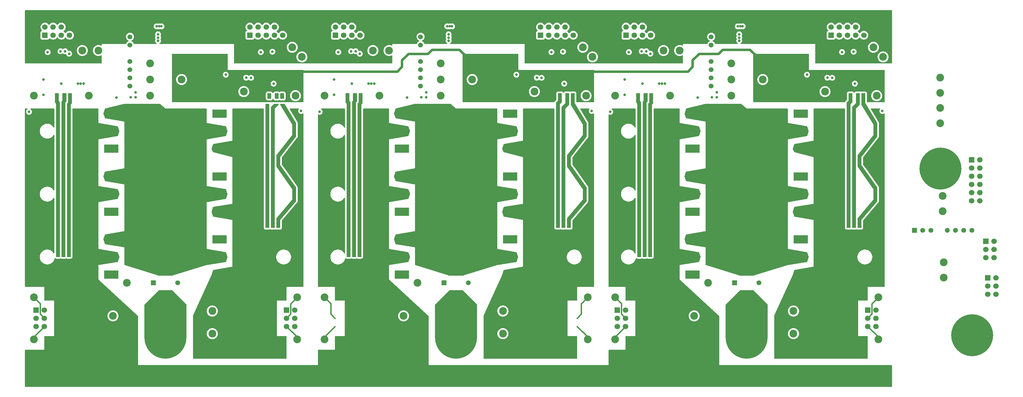
<source format=gbr>
%TF.GenerationSoftware,KiCad,Pcbnew,9.0.1*%
%TF.CreationDate,2025-07-31T04:03:31-05:00*%
%TF.ProjectId,TractionInverter,54726163-7469-46f6-9e49-6e7665727465,rev?*%
%TF.SameCoordinates,Original*%
%TF.FileFunction,Copper,L2,Inr*%
%TF.FilePolarity,Positive*%
%FSLAX46Y46*%
G04 Gerber Fmt 4.6, Leading zero omitted, Abs format (unit mm)*
G04 Created by KiCad (PCBNEW 9.0.1) date 2025-07-31 04:03:31*
%MOMM*%
%LPD*%
G01*
G04 APERTURE LIST*
%TA.AperFunction,ComponentPad*%
%ADD10C,2.400000*%
%TD*%
%TA.AperFunction,ComponentPad*%
%ADD11C,0.900000*%
%TD*%
%TA.AperFunction,ComponentPad*%
%ADD12C,13.000000*%
%TD*%
%TA.AperFunction,ComponentPad*%
%ADD13R,1.700000X1.700000*%
%TD*%
%TA.AperFunction,ComponentPad*%
%ADD14C,1.700000*%
%TD*%
%TA.AperFunction,ComponentPad*%
%ADD15R,1.500000X1.500000*%
%TD*%
%TA.AperFunction,ComponentPad*%
%ADD16C,1.500000*%
%TD*%
%TA.AperFunction,ComponentPad*%
%ADD17R,4.500000X2.500000*%
%TD*%
%TA.AperFunction,ComponentPad*%
%ADD18O,4.500000X2.500000*%
%TD*%
%TA.AperFunction,ViaPad*%
%ADD19C,0.800000*%
%TD*%
%TA.AperFunction,ViaPad*%
%ADD20C,0.600000*%
%TD*%
%TA.AperFunction,Conductor*%
%ADD21C,0.800000*%
%TD*%
%TA.AperFunction,Conductor*%
%ADD22C,0.400000*%
%TD*%
G04 APERTURE END LIST*
D10*
%TO.N,/ISOL-*%
%TO.C,TP20*%
X298700000Y-117720000D03*
%TD*%
%TO.N,/ISOL+*%
%TO.C,TP19*%
X298700000Y-112990000D03*
%TD*%
%TO.N,/DC_VSense/VoltCLK*%
%TO.C,TP73*%
X297550000Y-65200000D03*
%TD*%
%TO.N,/DC_VSense/REG5V_L*%
%TO.C,TP71*%
X297550000Y-55740000D03*
%TD*%
%TO.N,Net-(IC13-AINP)*%
%TO.C,TP72*%
X297550000Y-60470000D03*
%TD*%
%TO.N,/DC_VSense/VoltData*%
%TO.C,TP74*%
X297550000Y-69930000D03*
%TD*%
%TO.N,HVGND*%
%TO.C,TP2*%
X298370000Y-97160000D03*
%TD*%
%TO.N,HV+*%
%TO.C,TP1*%
X298370000Y-92430000D03*
%TD*%
D11*
%TO.N,HV+*%
%TO.C,J1*%
X302595354Y-135577146D03*
X304023208Y-132130000D03*
X304023208Y-139024292D03*
X307470354Y-130702146D03*
D12*
X307470354Y-135577146D03*
D11*
X307470354Y-140452146D03*
X310917500Y-132130000D03*
X310917500Y-139024292D03*
X312345354Y-135577146D03*
%TD*%
D13*
%TO.N,+24V*%
%TO.C,J18*%
X307330000Y-81250000D03*
D14*
X309870000Y-81250000D03*
X307330000Y-83790000D03*
%TO.N,LVGND*%
X309870000Y-83790000D03*
X307330000Y-86330000D03*
X309870000Y-86330000D03*
X307330000Y-88870000D03*
X309870000Y-88870000D03*
%TO.N,+3V3*%
X307330000Y-91410000D03*
%TO.N,+24V*%
X309870000Y-91410000D03*
%TO.N,/DC_VSense/VoltCLK*%
X307330000Y-93950000D03*
%TO.N,/DC_VSense/VoltData*%
X309870000Y-93950000D03*
%TD*%
D13*
%TO.N,LVGND*%
%TO.C,J12*%
X312330000Y-117830000D03*
D14*
X314870000Y-117830000D03*
%TO.N,+3V3*%
X312330000Y-120370000D03*
%TO.N,/CurrData_B*%
X314870000Y-120370000D03*
%TO.N,+3V3*%
X312330000Y-122910000D03*
%TO.N,/CurrCLK_B*%
X314870000Y-122910000D03*
%TD*%
D15*
%TO.N,LVGND*%
%TO.C,U2*%
X289585000Y-103120000D03*
D16*
%TO.N,Net-(U2-+Vin)*%
X292125000Y-103120000D03*
%TO.N,unconnected-(U2-NC-Pad3)*%
X294665000Y-103120000D03*
%TO.N,unconnected-(U2-NC-Pad5)*%
X299745000Y-103120000D03*
%TO.N,/ISOL+*%
X302285000Y-103120000D03*
%TO.N,HVGND*%
X304825000Y-103120000D03*
%TO.N,/ISOL-*%
X307365000Y-103120000D03*
%TD*%
D13*
%TO.N,+3V3*%
%TO.C,J13*%
X311720000Y-106500000D03*
D14*
X314260000Y-106500000D03*
%TO.N,/VoltCLK_B*%
X311720000Y-109040000D03*
%TO.N,LVGND*%
X314260000Y-109040000D03*
%TO.N,/VoltData_B*%
X311720000Y-111580000D03*
%TO.N,LVGND*%
X314260000Y-111580000D03*
%TD*%
D11*
%TO.N,HVGND*%
%TO.C,J2*%
X292797854Y-83922854D03*
X294225708Y-80475708D03*
X294225708Y-87370000D03*
X297672854Y-79047854D03*
D12*
X297672854Y-83922854D03*
D11*
X297672854Y-88797854D03*
X301120000Y-80475708D03*
X301120000Y-87370000D03*
X302547854Y-83922854D03*
%TD*%
D10*
%TO.N,/PhaseB/Phase_Driver/OC_H*%
%TO.C,TP30*%
X106893207Y-61360295D03*
%TD*%
%TO.N,LVGND*%
%TO.C,TP34*%
X171893207Y-49360295D03*
%TD*%
%TO.N,/PhaseB/SWNode*%
%TO.C,TP28*%
X142893207Y-56360295D03*
%TD*%
%TO.N,LVGND*%
%TO.C,TP29*%
X105643207Y-49360295D03*
%TD*%
%TO.N,/PhaseB/Phase_Driver/CLMPE_H*%
%TO.C,TP31*%
X123893207Y-61360295D03*
%TD*%
%TO.N,/LV_Connectors_B/IN+_H*%
%TO.C,TP32*%
X126893207Y-47360295D03*
%TD*%
%TO.N,/PhaseB/SWNode*%
%TO.C,TP27*%
X135643207Y-119360295D03*
%TD*%
%TO.N,/LV_Connectors_B/IN-_H*%
%TO.C,TP33*%
X121893207Y-47360295D03*
%TD*%
%TO.N,HVGND*%
%TO.C,TP35*%
X152643207Y-56360295D03*
%TD*%
%TO.N,/LV_Connectors_B/IN+_L*%
%TO.C,TP36*%
X189893207Y-49360295D03*
%TD*%
%TO.N,Net-(IC7-AINP)*%
%TO.C,TP41*%
X162143207Y-128110295D03*
%TD*%
%TO.N,/PhaseB/Phase_Driver/CLMPE_L*%
%TO.C,TP39*%
X187893207Y-61360295D03*
%TD*%
%TO.N,/PhaseB/Phase_VSense/REG5V_L*%
%TO.C,TP40*%
X162143207Y-135110295D03*
%TD*%
%TO.N,/VoltCLK_B*%
%TO.C,TP42*%
X188393207Y-123860295D03*
%TD*%
%TO.N,/LV_Connectors_B/IN-_L*%
%TO.C,TP37*%
X186893207Y-46360295D03*
%TD*%
%TO.N,/CurrCLK_B*%
%TO.C,TP47*%
X106893207Y-136860295D03*
%TD*%
%TO.N,/PhaseB/ISOH-*%
%TO.C,TP45*%
X142893207Y-61360295D03*
%TD*%
%TO.N,/PhaseB/Phase_Driver/OC_L*%
%TO.C,TP38*%
X171893207Y-60110295D03*
%TD*%
%TO.N,/CurrData_B*%
%TO.C,TP48*%
X106893207Y-123860295D03*
%TD*%
%TO.N,/PhaseB/Phase_CSense/REG5V_H*%
%TO.C,TP46*%
X131393207Y-129610295D03*
%TD*%
%TO.N,/VoltData_B*%
%TO.C,TP43*%
X188393207Y-136860295D03*
%TD*%
%TO.N,/PhaseB/ISOH+*%
%TO.C,TP44*%
X142893207Y-51360295D03*
%TD*%
D15*
%TO.N,LVGND*%
%TO.C,U6*%
X136653207Y-40580295D03*
D16*
%TO.N,Net-(U6-+Vin)*%
X136653207Y-43120295D03*
%TO.N,unconnected-(U6-NC-Pad3)*%
X136653207Y-45660295D03*
%TO.N,unconnected-(U6-NC-Pad5)*%
X136653207Y-50740295D03*
%TO.N,/PhaseB/ISOH+*%
X136653207Y-53280295D03*
%TO.N,/PhaseB/SWNode*%
X136653207Y-55820295D03*
%TO.N,/PhaseB/ISOH-*%
X136653207Y-58360295D03*
%TD*%
D15*
%TO.N,HV+*%
%TO.C,C166*%
X143893207Y-119360295D03*
D16*
%TO.N,HVGND*%
X151393207Y-119360295D03*
%TD*%
D17*
%TO.N,/PhaseB/Phase_Out/G2_H*%
%TO.C,Q20*%
X130893207Y-97310295D03*
D18*
%TO.N,HV+*%
X130893207Y-91860295D03*
%TO.N,/PhaseB/SWNode*%
X130893207Y-86410295D03*
%TD*%
D17*
%TO.N,/PhaseB/Phase_Out/G1_L*%
%TO.C,Q22*%
X164393207Y-66910295D03*
D18*
%TO.N,/PhaseB/SWNode*%
X164393207Y-72360295D03*
%TO.N,HVGND*%
X164393207Y-77810295D03*
%TD*%
D17*
%TO.N,/PhaseB/Phase_Out/G1_H*%
%TO.C,Q19*%
X130893207Y-77810295D03*
D18*
%TO.N,HV+*%
X130893207Y-72360295D03*
%TO.N,/PhaseB/SWNode*%
X130893207Y-66910295D03*
%TD*%
D17*
%TO.N,/PhaseB/Phase_Out/G3_H*%
%TO.C,Q21*%
X130893207Y-116810295D03*
D18*
%TO.N,HV+*%
X130893207Y-111360295D03*
%TO.N,/PhaseB/SWNode*%
X130893207Y-105910295D03*
%TD*%
D17*
%TO.N,/PhaseB/Phase_Out/G3_L*%
%TO.C,Q24*%
X164393207Y-105910295D03*
D18*
%TO.N,/PhaseB/SWNode*%
X164393207Y-111360295D03*
%TO.N,HVGND*%
X164393207Y-116810295D03*
%TD*%
D17*
%TO.N,/PhaseB/Phase_Out/G2_L*%
%TO.C,Q23*%
X164393207Y-86410295D03*
D18*
%TO.N,/PhaseB/SWNode*%
X164393207Y-91860295D03*
%TO.N,HVGND*%
X164393207Y-97310295D03*
%TD*%
D11*
%TO.N,/PhaseOut_B*%
%TO.C,J4*%
X142768207Y-136360295D03*
X144196061Y-132913149D03*
X144196061Y-139807441D03*
X147643207Y-131485295D03*
D12*
X147643207Y-136360295D03*
D11*
X147643207Y-141235295D03*
X151090353Y-132913149D03*
X151090353Y-139807441D03*
X152518207Y-136360295D03*
%TD*%
D13*
%TO.N,+3V3*%
%TO.C,J11*%
X110293207Y-42635295D03*
D14*
X110293207Y-40095295D03*
%TO.N,/LV_Connectors_B/RST{slash}EN_H*%
X112833207Y-42635295D03*
%TO.N,/LV_Connectors_B/FLT_H*%
X112833207Y-40095295D03*
%TO.N,/LV_Connectors_B/IN-_H*%
X115373207Y-42635295D03*
%TO.N,/LV_Connectors_B/RDY_H*%
X115373207Y-40095295D03*
%TO.N,/LV_Connectors_B/IN+_H*%
X117913207Y-42635295D03*
%TO.N,LVGND*%
X117913207Y-40095295D03*
X120453207Y-42635295D03*
X120453207Y-40095295D03*
X122993207Y-42635295D03*
X122993207Y-40095295D03*
%TD*%
D13*
%TO.N,+24V*%
%TO.C,J10*%
X173793207Y-42635295D03*
D14*
X173793207Y-40095295D03*
%TO.N,+3V3*%
X176333207Y-42635295D03*
X176333207Y-40095295D03*
%TO.N,/LV_Connectors_B/RST{slash}EN_L*%
X178873207Y-42635295D03*
%TO.N,/LV_Connectors_B/FLT_L*%
X178873207Y-40095295D03*
%TO.N,/LV_Connectors_B/IN-_L*%
X181413207Y-42635295D03*
%TO.N,/LV_Connectors_B/RDY_L*%
X181413207Y-40095295D03*
%TO.N,/LV_Connectors_B/IN+_L*%
X183953207Y-42635295D03*
%TO.N,LVGND*%
X183953207Y-40095295D03*
X186493207Y-42635295D03*
X186493207Y-40095295D03*
%TD*%
D10*
%TO.N,/PhaseC/Phase_Driver/CLMPE_H*%
%TO.C,TP53*%
X213893207Y-61360295D03*
%TD*%
%TO.N,/LV_Connectors_C/IN-_H*%
%TO.C,TP55*%
X211893207Y-47360295D03*
%TD*%
%TO.N,/PhaseC/SWNode*%
%TO.C,TP50*%
X232893207Y-56360295D03*
%TD*%
%TO.N,LVGND*%
%TO.C,TP51*%
X195643207Y-49360295D03*
%TD*%
%TO.N,/PhaseC/Phase_Driver/OC_H*%
%TO.C,TP52*%
X196893207Y-61360295D03*
%TD*%
%TO.N,/PhaseC/SWNode*%
%TO.C,TP49*%
X225643207Y-119360295D03*
%TD*%
%TO.N,/LV_Connectors_C/IN+_H*%
%TO.C,TP54*%
X216893207Y-47360295D03*
%TD*%
%TO.N,LVGND*%
%TO.C,TP56*%
X261893207Y-49360295D03*
%TD*%
%TO.N,/PhaseC/Phase_Driver/OC_L*%
%TO.C,TP60*%
X261893207Y-60110295D03*
%TD*%
%TO.N,/PhaseC/ISOH+*%
%TO.C,TP66*%
X232893207Y-51360295D03*
%TD*%
%TO.N,HVGND*%
%TO.C,TP57*%
X242643207Y-56360295D03*
%TD*%
%TO.N,/PhaseC/Phase_Driver/CLMPE_L*%
%TO.C,TP61*%
X277893207Y-61360295D03*
%TD*%
%TO.N,Net-(IC11-AINP)*%
%TO.C,TP63*%
X252143207Y-128110295D03*
%TD*%
%TO.N,/PhaseC/Phase_VSense/REG5V_L*%
%TO.C,TP62*%
X252143207Y-135110295D03*
%TD*%
%TO.N,/VoltCLK_C*%
%TO.C,TP64*%
X278393207Y-123860295D03*
%TD*%
%TO.N,/LV_Connectors_C/IN+_L*%
%TO.C,TP58*%
X279893207Y-49360295D03*
%TD*%
%TO.N,/LV_Connectors_C/IN-_L*%
%TO.C,TP59*%
X276893207Y-46360295D03*
%TD*%
%TO.N,/VoltData_C*%
%TO.C,TP65*%
X278393207Y-136860295D03*
%TD*%
%TO.N,/PhaseC/ISOH-*%
%TO.C,TP67*%
X232893207Y-61360295D03*
%TD*%
%TO.N,/PhaseC/Phase_CSense/REG5V_H*%
%TO.C,TP68*%
X221393207Y-129610295D03*
%TD*%
%TO.N,/CurrCLK_C*%
%TO.C,TP69*%
X196893207Y-136860295D03*
%TD*%
%TO.N,/CurrData_C*%
%TO.C,TP70*%
X196893207Y-123860295D03*
%TD*%
D16*
%TO.N,/PhaseC/ISOH-*%
%TO.C,U9*%
X226653207Y-58360295D03*
%TO.N,/PhaseC/SWNode*%
X226653207Y-55820295D03*
%TO.N,/PhaseC/ISOH+*%
X226653207Y-53280295D03*
%TO.N,unconnected-(U9-NC-Pad5)*%
X226653207Y-50740295D03*
%TO.N,unconnected-(U9-NC-Pad3)*%
X226653207Y-45660295D03*
%TO.N,Net-(U9-+Vin)*%
X226653207Y-43120295D03*
D15*
%TO.N,LVGND*%
X226653207Y-40580295D03*
%TD*%
D16*
%TO.N,HVGND*%
%TO.C,C179*%
X241393207Y-119360295D03*
D15*
%TO.N,HV+*%
X233893207Y-119360295D03*
%TD*%
D11*
%TO.N,/PhaseOut_C*%
%TO.C,J5*%
X242518207Y-136360295D03*
X241090353Y-139807441D03*
X241090353Y-132913149D03*
X237643207Y-141235295D03*
D12*
X237643207Y-136360295D03*
D11*
X237643207Y-131485295D03*
X234196061Y-139807441D03*
X234196061Y-132913149D03*
X232768207Y-136360295D03*
%TD*%
D14*
%TO.N,LVGND*%
%TO.C,J17*%
X277658207Y-132900295D03*
%TO.N,/VoltData_C*%
X275118207Y-132900295D03*
%TO.N,LVGND*%
X277658207Y-130360295D03*
%TO.N,/VoltCLK_C*%
X275118207Y-130360295D03*
%TO.N,+3V3*%
X277658207Y-127820295D03*
D13*
X275118207Y-127820295D03*
%TD*%
D14*
%TO.N,LVGND*%
%TO.C,J14*%
X276493207Y-40095295D03*
X276493207Y-42635295D03*
X273953207Y-40095295D03*
%TO.N,/LV_Connectors_C/IN+_L*%
X273953207Y-42635295D03*
%TO.N,/LV_Connectors_C/RDY_L*%
X271413207Y-40095295D03*
%TO.N,/LV_Connectors_C/IN-_L*%
X271413207Y-42635295D03*
%TO.N,/LV_Connectors_C/FLT_L*%
X268873207Y-40095295D03*
%TO.N,/LV_Connectors_C/RST{slash}EN_L*%
X268873207Y-42635295D03*
%TO.N,+3V3*%
X266333207Y-40095295D03*
X266333207Y-42635295D03*
%TO.N,+24V*%
X263793207Y-40095295D03*
D13*
X263793207Y-42635295D03*
%TD*%
D14*
%TO.N,LVGND*%
%TO.C,J15*%
X212993207Y-40095295D03*
X212993207Y-42635295D03*
X210453207Y-40095295D03*
X210453207Y-42635295D03*
X207913207Y-40095295D03*
%TO.N,/LV_Connectors_C/IN+_H*%
X207913207Y-42635295D03*
%TO.N,/LV_Connectors_C/RDY_H*%
X205373207Y-40095295D03*
%TO.N,/LV_Connectors_C/IN-_H*%
X205373207Y-42635295D03*
%TO.N,/LV_Connectors_C/FLT_H*%
X202833207Y-40095295D03*
%TO.N,/LV_Connectors_C/RST{slash}EN_H*%
X202833207Y-42635295D03*
%TO.N,+3V3*%
X200293207Y-40095295D03*
D13*
X200293207Y-42635295D03*
%TD*%
D14*
%TO.N,/CurrCLK_C*%
%TO.C,J16*%
X200158207Y-132860295D03*
%TO.N,+3V3*%
X197618207Y-132860295D03*
%TO.N,/CurrData_C*%
X200158207Y-130320295D03*
%TO.N,+3V3*%
X197618207Y-130320295D03*
%TO.N,LVGND*%
X200158207Y-127780295D03*
D13*
X197618207Y-127780295D03*
%TD*%
D18*
%TO.N,HVGND*%
%TO.C,Q36*%
X254393207Y-116810295D03*
%TO.N,/PhaseC/SWNode*%
X254393207Y-111360295D03*
D17*
%TO.N,/PhaseC/Phase_Out/G3_L*%
X254393207Y-105910295D03*
%TD*%
D18*
%TO.N,/PhaseC/SWNode*%
%TO.C,Q32*%
X220893207Y-86410295D03*
%TO.N,HV+*%
X220893207Y-91860295D03*
D17*
%TO.N,/PhaseC/Phase_Out/G2_H*%
X220893207Y-97310295D03*
%TD*%
D18*
%TO.N,/PhaseC/SWNode*%
%TO.C,Q31*%
X220893207Y-66910295D03*
%TO.N,HV+*%
X220893207Y-72360295D03*
D17*
%TO.N,/PhaseC/Phase_Out/G1_H*%
X220893207Y-77810295D03*
%TD*%
D18*
%TO.N,HVGND*%
%TO.C,Q35*%
X254393207Y-97310295D03*
%TO.N,/PhaseC/SWNode*%
X254393207Y-91860295D03*
D17*
%TO.N,/PhaseC/Phase_Out/G2_L*%
X254393207Y-86410295D03*
%TD*%
D18*
%TO.N,/PhaseC/SWNode*%
%TO.C,Q33*%
X220893207Y-105910295D03*
%TO.N,HV+*%
X220893207Y-111360295D03*
D17*
%TO.N,/PhaseC/Phase_Out/G3_H*%
X220893207Y-116810295D03*
%TD*%
D18*
%TO.N,HVGND*%
%TO.C,Q34*%
X254393207Y-77810295D03*
%TO.N,/PhaseC/SWNode*%
X254393207Y-72360295D03*
D17*
%TO.N,/PhaseC/Phase_Out/G1_L*%
X254393207Y-66910295D03*
%TD*%
D16*
%TO.N,HVGND*%
%TO.C,C1*%
X61393207Y-119360295D03*
D15*
%TO.N,HV+*%
X53893207Y-119360295D03*
%TD*%
D18*
%TO.N,/PhaseA/SWNode*%
%TO.C,Q8*%
X40893207Y-86410295D03*
%TO.N,HV+*%
X40893207Y-91860295D03*
D17*
%TO.N,/PhaseA/Phase_Out/G2_H*%
X40893207Y-97310295D03*
%TD*%
D18*
%TO.N,/PhaseA/SWNode*%
%TO.C,Q7*%
X40893207Y-66910295D03*
%TO.N,HV+*%
X40893207Y-72360295D03*
D17*
%TO.N,/PhaseA/Phase_Out/G1_H*%
X40893207Y-77810295D03*
%TD*%
D10*
%TO.N,/PhaseA/Phase_VSense/REG5V_L*%
%TO.C,TP15*%
X72143207Y-135110295D03*
%TD*%
%TO.N,Net-(IC3-AINP)*%
%TO.C,TP16*%
X72143207Y-128110295D03*
%TD*%
%TO.N,/VoltCLK_A*%
%TO.C,TP17*%
X98393207Y-123860295D03*
%TD*%
%TO.N,/VoltData_A*%
%TO.C,TP18*%
X98393207Y-136860295D03*
%TD*%
%TO.N,/PhaseA/Phase_CSense/REG5V_H*%
%TO.C,TP23*%
X41393207Y-129610295D03*
%TD*%
%TO.N,LVGND*%
%TO.C,TP4*%
X15643207Y-49360295D03*
%TD*%
%TO.N,/PhaseA/SWNode*%
%TO.C,TP26*%
X45643207Y-119360295D03*
%TD*%
%TO.N,/CurrCLK_A*%
%TO.C,TP24*%
X16893207Y-136860295D03*
%TD*%
%TO.N,/CurrData_A*%
%TO.C,TP25*%
X16893207Y-123860295D03*
%TD*%
%TO.N,/PhaseA/ISOH+*%
%TO.C,TP21*%
X52893207Y-51360295D03*
%TD*%
%TO.N,/PhaseA/ISOH-*%
%TO.C,TP22*%
X52893207Y-61360295D03*
%TD*%
%TO.N,HVGND*%
%TO.C,TP10*%
X62643207Y-56360295D03*
%TD*%
%TO.N,/LV_Connector_A/IN-_L*%
%TO.C,TP12*%
X96893207Y-46360295D03*
%TD*%
%TO.N,/LV_Connector_A/IN+_L*%
%TO.C,TP11*%
X99893207Y-49360295D03*
%TD*%
%TO.N,/PhaseA/Phase_Driver/CLMPE_H*%
%TO.C,TP6*%
X33893207Y-61360295D03*
%TD*%
%TO.N,/LV_Connector_A/IN+_H*%
%TO.C,TP7*%
X36893207Y-47360295D03*
%TD*%
%TO.N,/LV_Connector_A/IN-_H*%
%TO.C,TP8*%
X31893207Y-47360295D03*
%TD*%
%TO.N,LVGND*%
%TO.C,TP9*%
X81893207Y-49360295D03*
%TD*%
%TO.N,/PhaseA/SWNode*%
%TO.C,TP3*%
X52893207Y-56360295D03*
%TD*%
%TO.N,/PhaseA/Phase_Driver/OC_H*%
%TO.C,TP5*%
X16893207Y-61360295D03*
%TD*%
%TO.N,/PhaseA/Phase_Driver/OC_L*%
%TO.C,TP13*%
X81893207Y-60110295D03*
%TD*%
%TO.N,/PhaseA/Phase_Driver/CLMPE_L*%
%TO.C,TP14*%
X97893207Y-61360295D03*
%TD*%
D11*
%TO.N,/PhaseOut_A*%
%TO.C,J3*%
X62518207Y-136360295D03*
X61090353Y-139807441D03*
X61090353Y-132913149D03*
X57643207Y-141235295D03*
D12*
X57643207Y-136360295D03*
D11*
X57643207Y-131485295D03*
X54196061Y-139807441D03*
X54196061Y-132913149D03*
X52768207Y-136360295D03*
%TD*%
D14*
%TO.N,/CurrCLK_A*%
%TO.C,J8*%
X20143207Y-132860295D03*
%TO.N,+3V3*%
X17603207Y-132860295D03*
%TO.N,/CurrData_A*%
X20143207Y-130320295D03*
%TO.N,+3V3*%
X17603207Y-130320295D03*
%TO.N,LVGND*%
X20143207Y-127780295D03*
D13*
X17603207Y-127780295D03*
%TD*%
D16*
%TO.N,/PhaseA/ISOH-*%
%TO.C,U3*%
X46653207Y-58360295D03*
%TO.N,/PhaseA/SWNode*%
X46653207Y-55820295D03*
%TO.N,/PhaseA/ISOH+*%
X46653207Y-53280295D03*
%TO.N,unconnected-(U3-NC-Pad5)*%
X46653207Y-50740295D03*
%TO.N,unconnected-(U3-NC-Pad3)*%
X46653207Y-45660295D03*
%TO.N,Net-(U3-+Vin)*%
X46653207Y-43120295D03*
D15*
%TO.N,LVGND*%
X46653207Y-40580295D03*
%TD*%
D14*
%TO.N,LVGND*%
%TO.C,J6*%
X96493207Y-40095295D03*
X96493207Y-42635295D03*
X93953207Y-40095295D03*
%TO.N,/LV_Connector_A/IN+_L*%
X93953207Y-42635295D03*
%TO.N,/LV_Connector_A/RDY_L*%
X91413207Y-40095295D03*
%TO.N,/LV_Connector_A/IN-_L*%
X91413207Y-42635295D03*
%TO.N,/LV_Connector_A/FLT_L*%
X88873207Y-40095295D03*
%TO.N,/LV_Connector_A/RST{slash}EN_L*%
X88873207Y-42635295D03*
%TO.N,+3V3*%
X86333207Y-40095295D03*
X86333207Y-42635295D03*
%TO.N,+24V*%
X83793207Y-40095295D03*
D13*
X83793207Y-42635295D03*
%TD*%
D14*
%TO.N,LVGND*%
%TO.C,J9*%
X97643207Y-132860295D03*
%TO.N,/VoltData_A*%
X95103207Y-132860295D03*
%TO.N,LVGND*%
X97643207Y-130320295D03*
%TO.N,/VoltCLK_A*%
X95103207Y-130320295D03*
%TO.N,+3V3*%
X97643207Y-127780295D03*
D13*
X95103207Y-127780295D03*
%TD*%
D14*
%TO.N,LVGND*%
%TO.C,J7*%
X33013207Y-40095295D03*
X33013207Y-42635295D03*
X30473207Y-40095295D03*
X30473207Y-42635295D03*
X27933207Y-40095295D03*
%TO.N,/LV_Connector_A/IN+_H*%
X27933207Y-42635295D03*
%TO.N,/LV_Connector_A/RDY_H*%
X25393207Y-40095295D03*
%TO.N,/LV_Connector_A/IN-_H*%
X25393207Y-42635295D03*
%TO.N,/LV_Connector_A/FLT_H*%
X22853207Y-40095295D03*
%TO.N,/LV_Connector_A/RST{slash}EN_H*%
X22853207Y-42635295D03*
%TO.N,+3V3*%
X20313207Y-40095295D03*
D13*
X20313207Y-42635295D03*
%TD*%
D18*
%TO.N,HVGND*%
%TO.C,Q11*%
X74393207Y-97310295D03*
%TO.N,/PhaseA/SWNode*%
X74393207Y-91860295D03*
D17*
%TO.N,/PhaseA/Phase_Out/G2_L*%
X74393207Y-86410295D03*
%TD*%
D18*
%TO.N,HVGND*%
%TO.C,Q10*%
X74393207Y-77810295D03*
%TO.N,/PhaseA/SWNode*%
X74393207Y-72360295D03*
D17*
%TO.N,/PhaseA/Phase_Out/G1_L*%
X74393207Y-66910295D03*
%TD*%
D18*
%TO.N,/PhaseA/SWNode*%
%TO.C,Q9*%
X40893207Y-105910295D03*
%TO.N,HV+*%
X40893207Y-111360295D03*
D17*
%TO.N,/PhaseA/Phase_Out/G3_H*%
X40893207Y-116810295D03*
%TD*%
D18*
%TO.N,HVGND*%
%TO.C,Q12*%
X74393207Y-116810295D03*
%TO.N,/PhaseA/SWNode*%
X74393207Y-111360295D03*
D17*
%TO.N,/PhaseA/Phase_Out/G3_L*%
X74393207Y-105910295D03*
%TD*%
D19*
%TO.N,HVGND*%
X169893207Y-142110295D03*
X170643207Y-141360295D03*
X168393207Y-142110295D03*
X178893207Y-140610295D03*
X178893207Y-142110295D03*
%TO.N,HV+*%
X136643207Y-142110295D03*
X127393207Y-140610295D03*
%TO.N,HVGND*%
X172143207Y-141360295D03*
X171393207Y-142110295D03*
%TO.N,HV+*%
X122893207Y-140610295D03*
X116393207Y-142110295D03*
%TO.N,HVGND*%
X160893207Y-141360295D03*
%TO.N,HV+*%
X126643207Y-141360295D03*
%TO.N,HVGND*%
X180393207Y-142110295D03*
%TO.N,HV+*%
X135143207Y-140610295D03*
X125893207Y-142110295D03*
%TO.N,HVGND*%
X179643207Y-141360295D03*
%TO.N,HV+*%
X111893207Y-142110295D03*
X115643207Y-141360295D03*
%TO.N,HVGND*%
X160143207Y-140610295D03*
%TO.N,HV+*%
X114893207Y-142110295D03*
%TO.N,HVGND*%
X181893207Y-142110295D03*
X183393207Y-142110295D03*
%TO.N,HV+*%
X138143207Y-142110295D03*
%TO.N,HVGND*%
X158643207Y-142110295D03*
X157143207Y-142110295D03*
X160143207Y-142110295D03*
%TO.N,HV+*%
X124393207Y-140610295D03*
%TO.N,HVGND*%
X169143207Y-141360295D03*
%TO.N,HV+*%
X111893207Y-140610295D03*
%TO.N,HVGND*%
X181143207Y-141360295D03*
%TO.N,HV+*%
X113393207Y-142110295D03*
X114893207Y-140610295D03*
%TO.N,HVGND*%
X157893207Y-141360295D03*
%TO.N,HV+*%
X125893207Y-140610295D03*
%TO.N,HVGND*%
X182643207Y-141360295D03*
X158643207Y-140610295D03*
%TO.N,HV+*%
X137393207Y-141360295D03*
X112643207Y-141360295D03*
%TO.N,HVGND*%
X161643207Y-140610295D03*
X172893207Y-140610295D03*
%TO.N,HV+*%
X124393207Y-142110295D03*
%TO.N,HVGND*%
X171393207Y-140610295D03*
%TO.N,HV+*%
X114143207Y-141360295D03*
X136643207Y-140610295D03*
X113393207Y-140610295D03*
%TO.N,HVGND*%
X157143207Y-140610295D03*
%TO.N,HV+*%
X133643207Y-142110295D03*
%TO.N,HVGND*%
X180393207Y-140610295D03*
X181893207Y-140610295D03*
%TO.N,HV+*%
X138143207Y-140610295D03*
%TO.N,HVGND*%
X172893207Y-142110295D03*
X161643207Y-142110295D03*
%TO.N,HV+*%
X135143207Y-142110295D03*
%TO.N,HVGND*%
X168393207Y-140610295D03*
X159393207Y-141360295D03*
%TO.N,HV+*%
X125143207Y-141360295D03*
X122893207Y-142110295D03*
%TO.N,HVGND*%
X183393207Y-140610295D03*
%TO.N,HV+*%
X116393207Y-140610295D03*
X127393207Y-142110295D03*
X135893207Y-141360295D03*
X134393207Y-141360295D03*
X123643207Y-141360295D03*
%TO.N,HVGND*%
X169893207Y-140610295D03*
%TO.N,HV+*%
X133643207Y-140610295D03*
%TO.N,HVGND*%
X167568207Y-128860295D03*
D20*
%TO.N,/PhaseB/Phase_Driver/OUT+_L*%
X179493207Y-102060295D03*
X180093207Y-61460295D03*
%TO.N,/PhaseB/Phase_Driver/CLMPE_L*%
X183493207Y-61460295D03*
X183493207Y-60860295D03*
X182293207Y-82560295D03*
X182893207Y-81360295D03*
X182293207Y-81360295D03*
X184093207Y-61460295D03*
%TO.N,/PhaseB/Phase_Driver/OUT+_L*%
X179493207Y-81360295D03*
%TO.N,/PhaseB/Phase_Driver/CLMPE_L*%
X182893207Y-102060295D03*
X184093207Y-62060295D03*
X182293207Y-81960295D03*
X182293207Y-102060295D03*
X182293207Y-100860295D03*
X184093207Y-60860295D03*
X182893207Y-100860295D03*
X182893207Y-81960295D03*
X182893207Y-82560295D03*
%TO.N,/PhaseB/Phase_Driver/OUT+_L*%
X178893207Y-81960295D03*
X178893207Y-101460295D03*
%TO.N,/PhaseB/Phase_Driver/CLMPE_L*%
X182893207Y-101460295D03*
%TO.N,/PhaseB/Phase_Driver/OUT+_L*%
X179493207Y-62060295D03*
X178893207Y-100860295D03*
%TO.N,/PhaseB/Phase_Driver/CLMPE_L*%
X183493207Y-62060295D03*
%TO.N,/PhaseB/Phase_Driver/OUT+_L*%
X179493207Y-61460295D03*
%TO.N,/PhaseB/Phase_Driver/CLMPE_L*%
X182293207Y-101460295D03*
%TO.N,/PhaseB/Phase_Driver/OUT+_L*%
X179493207Y-81960295D03*
X179493207Y-100860295D03*
X178893207Y-81360295D03*
%TO.N,/PhaseB/Phase_Driver/OUT-_L*%
X180593207Y-102060295D03*
%TO.N,/PhaseB/Phase_Driver/OUT+_L*%
X179493207Y-60860295D03*
X180093207Y-62060295D03*
%TO.N,/PhaseB/Phase_Driver/OUT-_L*%
X181193207Y-82560295D03*
%TO.N,/PhaseB/Phase_Driver/CLMPE_H*%
X118343207Y-60860295D03*
X118043207Y-91560295D03*
%TO.N,/PhaseB/Phase_Driver/OUT-_L*%
X180593207Y-101460295D03*
X180593207Y-81960295D03*
X181193207Y-81360295D03*
X181793207Y-60860295D03*
X181793207Y-61460295D03*
X181793207Y-62060295D03*
X180593207Y-82560295D03*
X181193207Y-81960295D03*
X181193207Y-100860295D03*
X181193207Y-101460295D03*
X180593207Y-81360295D03*
X182393207Y-60860295D03*
%TO.N,/PhaseB/Phase_Driver/OUT+_L*%
X179493207Y-101460295D03*
X178893207Y-82560295D03*
%TO.N,/PhaseB/Phase_Driver/OUT-_L*%
X180593207Y-100860295D03*
%TO.N,/PhaseB/Phase_Driver/OUT+_L*%
X179493207Y-82560295D03*
%TO.N,/PhaseB/Phase_Driver/CLMPE_H*%
X117443207Y-91560295D03*
%TO.N,/PhaseB/Phase_Driver/OUT+_L*%
X178893207Y-102060295D03*
%TO.N,/PhaseB/Phase_Driver/OUT-_L*%
X182393207Y-61460295D03*
X181193207Y-102060295D03*
%TO.N,/PhaseB/Phase_Driver/OUT+_L*%
X180093207Y-60860295D03*
D19*
%TO.N,/LV_Connectors_B/IN+_H*%
X117818207Y-48360295D03*
D20*
%TO.N,/PhaseB/Phase_Driver/CLMPE_H*%
X117743207Y-62060295D03*
X118043207Y-109860295D03*
%TO.N,/PhaseB/Phase_Driver/OUT-_L*%
X182393207Y-62060295D03*
%TO.N,/PhaseB/Phase_Driver/CLMPE_H*%
X117443207Y-90960295D03*
X117743207Y-60860295D03*
X118343207Y-62060295D03*
X118043207Y-90360295D03*
%TO.N,/PhaseB/Phase_Driver/OUT+_H*%
X114643207Y-70860295D03*
%TO.N,/PhaseB/Phase_Driver/CLMPE_H*%
X118043207Y-90960295D03*
X117743207Y-61460295D03*
X118043207Y-70860295D03*
X117443207Y-109860295D03*
%TO.N,/PhaseB/Phase_Driver/OUT+_H*%
X114343207Y-60860295D03*
X114643207Y-111060295D03*
X114643207Y-110460295D03*
%TO.N,/PhaseB/Phase_Driver/CLMPE_H*%
X118043207Y-71460295D03*
%TO.N,/PhaseB/Phase_Driver/OUT+_H*%
X114643207Y-91560295D03*
%TO.N,/PhaseB/Phase_Driver/CLMPE_H*%
X118343207Y-61460295D03*
%TO.N,/PhaseB/Phase_Driver/OUT+_H*%
X114043207Y-111060295D03*
X114643207Y-90360295D03*
X114343207Y-62060295D03*
%TO.N,/PhaseB/Phase_Driver/CLMPE_H*%
X117443207Y-72060295D03*
%TO.N,/PhaseB/Phase_Driver/OUT+_H*%
X114643207Y-90960295D03*
%TO.N,/PhaseB/Phase_Driver/CLMPE_H*%
X118043207Y-110460295D03*
X117443207Y-71460295D03*
X117443207Y-90360295D03*
X118043207Y-72060295D03*
X117443207Y-111060295D03*
X118043207Y-111060295D03*
D19*
%TO.N,/LV_Connectors_B/IN-_H*%
X116548207Y-47610295D03*
D20*
%TO.N,/PhaseB/Phase_Driver/OUT+_H*%
X114043207Y-90960295D03*
%TO.N,/PhaseB/Phase_Driver/CLMPE_H*%
X117443207Y-110460295D03*
X117443207Y-70860295D03*
%TO.N,/PhaseB/Phase_Driver/OUT+_H*%
X114043207Y-110460295D03*
X114043207Y-71460295D03*
X114043207Y-91560295D03*
X113743207Y-62060295D03*
X114643207Y-72060295D03*
X113743207Y-60860295D03*
X114643207Y-71460295D03*
X114043207Y-72060295D03*
X113743207Y-61460295D03*
X114343207Y-61460295D03*
X114043207Y-70860295D03*
X114043207Y-90360295D03*
X114643207Y-109860295D03*
X114043207Y-109860295D03*
%TO.N,/PhaseB/Phase_Driver/OUT-_H*%
X116643207Y-62060295D03*
X115743207Y-70860295D03*
X115743207Y-90360295D03*
X115743207Y-71460295D03*
X115743207Y-90960295D03*
X116643207Y-60860295D03*
X115743207Y-72060295D03*
X116343207Y-71460295D03*
X116343207Y-111060295D03*
X115743207Y-111060295D03*
X116343207Y-70860295D03*
X116343207Y-90960295D03*
D19*
%TO.N,/PhaseB/ISOH-*%
X121393207Y-57585295D03*
%TO.N,/PhaseB/SWNode*%
X109893207Y-56360295D03*
%TO.N,Net-(D25-A)*%
X132430707Y-61912795D03*
%TO.N,+24V*%
X145643207Y-39887795D03*
%TO.N,/PhaseB/ISOH+*%
X115393207Y-57635295D03*
%TO.N,+3V3*%
X111168207Y-47860295D03*
D20*
%TO.N,/PhaseB/Phase_Driver/OUT-_H*%
X116343207Y-110460295D03*
X116643207Y-61460295D03*
X116343207Y-91560295D03*
X116343207Y-109860295D03*
X115743207Y-109860295D03*
X116043207Y-61460295D03*
X116043207Y-62060295D03*
D19*
%TO.N,Net-(D24-A)*%
X138430707Y-61860295D03*
%TO.N,+24V*%
X146393207Y-39887795D03*
%TO.N,/LV_Connectors_B/RDY_L*%
X180768207Y-47735295D03*
%TO.N,/PhaseB/ISOH-*%
X120493207Y-57635295D03*
D20*
%TO.N,/PhaseB/Phase_Driver/OUT-_H*%
X115743207Y-91560295D03*
D19*
%TO.N,+24V*%
X144893207Y-39887795D03*
X145343207Y-44360295D03*
D20*
%TO.N,/PhaseB/Phase_Driver/OUT-_H*%
X116343207Y-90360295D03*
D19*
%TO.N,/PhaseB/ISOH-*%
X122293207Y-57585295D03*
D20*
%TO.N,/PhaseB/Phase_Driver/OUT-_H*%
X115743207Y-110460295D03*
X116043207Y-60860295D03*
X116343207Y-72060295D03*
D19*
%TO.N,+24V*%
X145343207Y-43360295D03*
X145343207Y-42360295D03*
%TO.N,/LV_Connectors_B/RDY_H*%
X115143207Y-47610295D03*
%TO.N,/PhaseB/SWNode*%
X109868207Y-61110295D03*
X136855707Y-61860295D03*
%TO.N,/PhaseB/ISOH+*%
X138393207Y-60337795D03*
%TO.N,+3V3*%
X177168207Y-47860295D03*
%TO.N,HVGND*%
X169180707Y-124110295D03*
D20*
%TO.N,/PhaseOut_B*%
X149143207Y-124860295D03*
X146143207Y-124860295D03*
X144143207Y-124860295D03*
X151143207Y-124860295D03*
D19*
%TO.N,/PhaseB/ISOH+*%
X105393207Y-66360295D03*
D20*
%TO.N,/PhaseOut_B*%
X145143207Y-124860295D03*
D19*
%TO.N,LVGND*%
X177158207Y-37885295D03*
%TO.N,HV+*%
X108893207Y-68860295D03*
D20*
%TO.N,/PhaseOut_B*%
X150143207Y-124860295D03*
D19*
%TO.N,/ISOL-*%
X186143207Y-57597795D03*
D20*
%TO.N,/PhaseOut_B*%
X149643207Y-124360295D03*
D19*
%TO.N,HVGND*%
X167568207Y-130860295D03*
X174143207Y-55835295D03*
D20*
%TO.N,/PhaseOut_B*%
X148143207Y-124860295D03*
D19*
%TO.N,LVGND*%
X109618207Y-47860295D03*
%TO.N,/ISOL+*%
X181143207Y-57635295D03*
%TO.N,/ISOL-*%
X187130707Y-57597795D03*
%TO.N,/ISOL+*%
X166318207Y-54860295D03*
%TO.N,HVGND*%
X170893207Y-124085295D03*
X176893207Y-124085295D03*
%TO.N,/ISOL+*%
X189643207Y-66110295D03*
%TO.N,LVGND*%
X111118207Y-37885295D03*
%TO.N,HVGND*%
X172643207Y-55785295D03*
X167393207Y-136635295D03*
%TO.N,/ISOL-*%
X188143207Y-57610295D03*
%TO.N,HVGND*%
X168893207Y-136635295D03*
D20*
%TO.N,/PhaseOut_B*%
X150643207Y-125360295D03*
X147143207Y-124860295D03*
X143643207Y-124360295D03*
X151643207Y-124360295D03*
X146643207Y-124360295D03*
X146643207Y-125360295D03*
X148143207Y-123860295D03*
X148643207Y-123360295D03*
X146643207Y-123360295D03*
X144643207Y-123360295D03*
X146143207Y-123860295D03*
X145643207Y-123360295D03*
X149643207Y-125360295D03*
X150643207Y-124360295D03*
X148643207Y-124360295D03*
X148643207Y-125360295D03*
X150143207Y-123860295D03*
X145643207Y-124360295D03*
X144143207Y-123860295D03*
X145143207Y-123860295D03*
X145643207Y-125360295D03*
X144643207Y-125360295D03*
X151143207Y-123860295D03*
X144643207Y-124360295D03*
X150143207Y-122860295D03*
X147643207Y-125360295D03*
X147143207Y-123860295D03*
X147643207Y-124360295D03*
X145143207Y-122860295D03*
X149643207Y-123360295D03*
X150643207Y-123360295D03*
X149143207Y-123860295D03*
X147643207Y-123360295D03*
%TO.N,/PhaseB/SWNode*%
X146643207Y-114360295D03*
X148643207Y-114360295D03*
X151143207Y-115860295D03*
X151643207Y-115360295D03*
X150643207Y-114360295D03*
X143143207Y-115860295D03*
X148143207Y-114860295D03*
X147643207Y-115360295D03*
X148643207Y-115360295D03*
X145643207Y-115360295D03*
X146643207Y-115360295D03*
X149643207Y-115360295D03*
X149643207Y-116360295D03*
X150143207Y-114860295D03*
X144643207Y-116360295D03*
X144643207Y-115360295D03*
X147143207Y-114860295D03*
X150143207Y-115860295D03*
X145643207Y-116360295D03*
X145143207Y-115860295D03*
X149143207Y-114860295D03*
X146143207Y-114860295D03*
D19*
X154893207Y-114860295D03*
D20*
X150643207Y-115360295D03*
X145143207Y-114860295D03*
X150643207Y-116360295D03*
X145643207Y-114360295D03*
X147643207Y-114360295D03*
X149643207Y-114360295D03*
X152143207Y-115860295D03*
X151143207Y-114860295D03*
X144143207Y-115860295D03*
X143643207Y-115360295D03*
X144143207Y-114860295D03*
X144643207Y-114360295D03*
X145143207Y-113860295D03*
X149143207Y-113860295D03*
X148143207Y-113860295D03*
X147143207Y-113860295D03*
X150143207Y-113860295D03*
X146143207Y-113860295D03*
%TO.N,/PhaseC/Phase_Driver/CLMPE_L*%
X272893207Y-81360295D03*
X272893207Y-101460295D03*
X272893207Y-81960295D03*
X272293207Y-82560295D03*
X272293207Y-102060295D03*
X273493207Y-62060295D03*
D19*
%TO.N,HVGND*%
X257568207Y-128860295D03*
D20*
%TO.N,/PhaseC/Phase_Driver/CLMPE_L*%
X273493207Y-61460295D03*
X272293207Y-101460295D03*
X272893207Y-102060295D03*
X273493207Y-60860295D03*
X274093207Y-60860295D03*
X272293207Y-81360295D03*
X272293207Y-81960295D03*
%TO.N,/PhaseC/Phase_Driver/OUT+_L*%
X269493207Y-81360295D03*
%TO.N,/PhaseC/Phase_Driver/CLMPE_L*%
X272293207Y-100860295D03*
X274093207Y-61460295D03*
X274093207Y-62060295D03*
%TO.N,/PhaseC/Phase_Driver/OUT+_L*%
X269493207Y-61460295D03*
X270093207Y-61460295D03*
X268893207Y-81960295D03*
%TO.N,/PhaseC/Phase_Driver/OUT-_L*%
X270593207Y-82560295D03*
X271193207Y-81960295D03*
X270593207Y-101460295D03*
%TO.N,/PhaseC/Phase_Driver/OUT+_L*%
X268893207Y-102060295D03*
%TO.N,/PhaseC/Phase_Driver/OUT-_L*%
X270593207Y-81360295D03*
%TO.N,/PhaseC/Phase_Driver/CLMPE_L*%
X272893207Y-82560295D03*
%TO.N,/PhaseC/Phase_Driver/OUT+_L*%
X269493207Y-62060295D03*
X270093207Y-60860295D03*
X268893207Y-101460295D03*
X269493207Y-82560295D03*
%TO.N,/PhaseC/Phase_Driver/OUT-_L*%
X270593207Y-81960295D03*
%TO.N,/PhaseC/Phase_Driver/OUT+_L*%
X269493207Y-81960295D03*
%TO.N,/PhaseC/Phase_Driver/OUT-_L*%
X270593207Y-102060295D03*
%TO.N,/PhaseC/Phase_Driver/OUT+_L*%
X269493207Y-101460295D03*
%TO.N,/PhaseC/Phase_Driver/OUT-_L*%
X271193207Y-82560295D03*
%TO.N,/PhaseC/Phase_Driver/CLMPE_L*%
X272893207Y-100860295D03*
%TO.N,/PhaseC/Phase_Driver/OUT+_L*%
X270093207Y-62060295D03*
%TO.N,/PhaseC/Phase_Driver/OUT-_L*%
X271193207Y-81360295D03*
%TO.N,/PhaseC/Phase_Driver/OUT+_L*%
X268893207Y-100860295D03*
%TO.N,/PhaseC/Phase_Driver/OUT-_L*%
X271193207Y-100860295D03*
X271793207Y-62060295D03*
X271193207Y-101460295D03*
%TO.N,/PhaseC/Phase_Driver/OUT+_L*%
X269493207Y-102060295D03*
X269493207Y-60860295D03*
X269493207Y-100860295D03*
X268893207Y-82560295D03*
X268893207Y-81360295D03*
%TO.N,/PhaseC/Phase_Driver/OUT-_L*%
X270593207Y-100860295D03*
X271793207Y-60860295D03*
X271793207Y-61460295D03*
X272393207Y-62060295D03*
%TO.N,/PhaseC/Phase_Driver/CLMPE_H*%
X207443207Y-90960295D03*
X208043207Y-110460295D03*
X207443207Y-90360295D03*
%TO.N,/PhaseC/Phase_Driver/OUT-_L*%
X272393207Y-61460295D03*
%TO.N,/PhaseC/Phase_Driver/CLMPE_H*%
X207443207Y-91560295D03*
X208043207Y-109860295D03*
X208343207Y-60860295D03*
X207743207Y-60860295D03*
X207443207Y-71460295D03*
X208043207Y-90360295D03*
X208343207Y-62060295D03*
X208043207Y-71460295D03*
%TO.N,/PhaseC/Phase_Driver/OUT-_L*%
X271193207Y-102060295D03*
D19*
%TO.N,/LV_Connectors_C/IN+_H*%
X207818207Y-48360295D03*
D20*
%TO.N,/PhaseC/Phase_Driver/CLMPE_H*%
X207443207Y-70860295D03*
X207443207Y-111060295D03*
X207743207Y-62060295D03*
X207443207Y-72060295D03*
%TO.N,/PhaseC/Phase_Driver/OUT-_L*%
X272393207Y-60860295D03*
%TO.N,/PhaseC/Phase_Driver/CLMPE_H*%
X208043207Y-91560295D03*
X207443207Y-110460295D03*
X208043207Y-72060295D03*
X208043207Y-90960295D03*
X208043207Y-111060295D03*
X208043207Y-70860295D03*
%TO.N,/PhaseC/Phase_Driver/OUT+_H*%
X204043207Y-90360295D03*
X204043207Y-109860295D03*
X204643207Y-111060295D03*
X204643207Y-90960295D03*
%TO.N,/PhaseC/Phase_Driver/CLMPE_H*%
X207743207Y-61460295D03*
%TO.N,/PhaseC/Phase_Driver/OUT+_H*%
X204043207Y-111060295D03*
X204343207Y-61460295D03*
X204043207Y-91560295D03*
X204643207Y-110460295D03*
X204643207Y-70860295D03*
X204643207Y-109860295D03*
X204643207Y-90360295D03*
X204043207Y-70860295D03*
X204343207Y-62060295D03*
%TO.N,/PhaseC/Phase_Driver/CLMPE_H*%
X207443207Y-109860295D03*
%TO.N,/PhaseC/Phase_Driver/OUT+_H*%
X204043207Y-71460295D03*
X204343207Y-60860295D03*
X204643207Y-91560295D03*
X204043207Y-110460295D03*
X204643207Y-72060295D03*
%TO.N,/PhaseC/Phase_Driver/CLMPE_H*%
X208343207Y-61460295D03*
%TO.N,/PhaseC/Phase_Driver/OUT+_H*%
X203743207Y-62060295D03*
X204043207Y-90960295D03*
X203743207Y-60860295D03*
X204643207Y-71460295D03*
X204043207Y-72060295D03*
D19*
%TO.N,/LV_Connectors_C/IN-_H*%
X206548207Y-47610295D03*
D20*
%TO.N,/PhaseC/Phase_Driver/OUT+_H*%
X203743207Y-61460295D03*
D19*
%TO.N,HVGND*%
X259893207Y-142110295D03*
X260643207Y-141360295D03*
X258393207Y-142110295D03*
X268893207Y-140610295D03*
X261393207Y-142110295D03*
X248643207Y-142110295D03*
X271143207Y-141360295D03*
X250893207Y-141360295D03*
X269643207Y-141360295D03*
X259143207Y-141360295D03*
X273393207Y-142110295D03*
X271893207Y-142110295D03*
X270393207Y-142110295D03*
%TO.N,HV+*%
X206393207Y-142110295D03*
X201893207Y-140610295D03*
%TO.N,HVGND*%
X268893207Y-142110295D03*
%TO.N,HV+*%
X203393207Y-142110295D03*
%TO.N,HVGND*%
X250143207Y-142110295D03*
%TO.N,HV+*%
X201893207Y-142110295D03*
X205643207Y-141360295D03*
X225143207Y-140610295D03*
X228143207Y-142110295D03*
X226643207Y-142110295D03*
%TO.N,HVGND*%
X247143207Y-142110295D03*
X250143207Y-140610295D03*
%TO.N,HV+*%
X214393207Y-140610295D03*
X215893207Y-142110295D03*
X204893207Y-140610295D03*
X204893207Y-142110295D03*
X217393207Y-140610295D03*
X212893207Y-140610295D03*
%TO.N,HVGND*%
X247893207Y-141360295D03*
%TO.N,HV+*%
X216643207Y-141360295D03*
%TO.N,HVGND*%
X262143207Y-141360295D03*
X251643207Y-142110295D03*
X249393207Y-141360295D03*
X251643207Y-140610295D03*
X262893207Y-142110295D03*
%TO.N,HV+*%
X203393207Y-140610295D03*
X206393207Y-140610295D03*
X204143207Y-141360295D03*
X215893207Y-140610295D03*
X217393207Y-142110295D03*
X215143207Y-141360295D03*
X214393207Y-142110295D03*
%TO.N,HVGND*%
X272643207Y-141360295D03*
%TO.N,HV+*%
X226643207Y-140610295D03*
X225143207Y-142110295D03*
X225893207Y-141360295D03*
%TO.N,HVGND*%
X248643207Y-140610295D03*
X258393207Y-140610295D03*
X247143207Y-140610295D03*
X270393207Y-140610295D03*
%TO.N,HV+*%
X224393207Y-141360295D03*
X223643207Y-142110295D03*
%TO.N,HVGND*%
X271893207Y-140610295D03*
%TO.N,HV+*%
X227393207Y-141360295D03*
X213643207Y-141360295D03*
X228143207Y-140610295D03*
X212893207Y-142110295D03*
X202643207Y-141360295D03*
%TO.N,HVGND*%
X273393207Y-140610295D03*
X259893207Y-140610295D03*
X262893207Y-140610295D03*
X261393207Y-140610295D03*
%TO.N,HV+*%
X223643207Y-140610295D03*
D20*
%TO.N,/PhaseC/Phase_Driver/OUT-_H*%
X206343207Y-71460295D03*
X206343207Y-109860295D03*
D19*
%TO.N,+24V*%
X236393207Y-39887795D03*
D20*
%TO.N,/PhaseC/Phase_Driver/OUT-_H*%
X205743207Y-71460295D03*
X206343207Y-90360295D03*
X206643207Y-62060295D03*
X206343207Y-91560295D03*
X205743207Y-110460295D03*
X205743207Y-91560295D03*
X206643207Y-60860295D03*
X205743207Y-90960295D03*
X205743207Y-90360295D03*
X205743207Y-111060295D03*
X206043207Y-60860295D03*
X206043207Y-61460295D03*
X206343207Y-110460295D03*
X205743207Y-109860295D03*
X206343207Y-90960295D03*
D19*
%TO.N,Net-(D37-A)*%
X222430707Y-61912795D03*
D20*
%TO.N,/PhaseC/Phase_Driver/OUT-_H*%
X206043207Y-62060295D03*
D19*
%TO.N,Net-(D36-A)*%
X228430707Y-61860295D03*
D20*
%TO.N,/PhaseC/Phase_Driver/OUT-_H*%
X205743207Y-70860295D03*
X206343207Y-70860295D03*
X206343207Y-72060295D03*
D19*
%TO.N,+24V*%
X234893207Y-39887795D03*
D20*
%TO.N,/PhaseC/Phase_Driver/OUT-_H*%
X206343207Y-111060295D03*
X205743207Y-72060295D03*
X206643207Y-61460295D03*
D19*
%TO.N,+24V*%
X235643207Y-39887795D03*
%TO.N,/ISOL-*%
X278143207Y-57610295D03*
%TO.N,/PhaseC/SWNode*%
X226855707Y-61860295D03*
%TO.N,HV+*%
X198893207Y-68860295D03*
%TO.N,/PhaseC/ISOH+*%
X205393207Y-57635295D03*
%TO.N,/PhaseC/SWNode*%
X199868207Y-61110295D03*
%TO.N,LVGND*%
X267158207Y-37885295D03*
%TO.N,/ISOL-*%
X277130707Y-57597795D03*
X276143207Y-57597795D03*
%TO.N,HVGND*%
X264143207Y-55835295D03*
%TO.N,/PhaseC/ISOH-*%
X210493207Y-57635295D03*
D20*
%TO.N,/PhaseOut_C*%
X240643207Y-125360295D03*
D19*
%TO.N,HVGND*%
X258893207Y-136635295D03*
X257568207Y-130860295D03*
%TO.N,+24V*%
X235343207Y-44360295D03*
%TO.N,/LV_Connectors_C/RDY_L*%
X270768207Y-47735295D03*
%TO.N,/PhaseC/ISOH-*%
X211393207Y-57585295D03*
%TO.N,+3V3*%
X267168207Y-47860295D03*
%TO.N,/PhaseC/SWNode*%
X199893207Y-56360295D03*
%TO.N,/ISOL+*%
X271143207Y-57635295D03*
%TO.N,+3V3*%
X201168207Y-47860295D03*
%TO.N,HVGND*%
X262643207Y-55785295D03*
%TO.N,/PhaseC/ISOH-*%
X212293207Y-57585295D03*
%TO.N,+24V*%
X235343207Y-42360295D03*
%TO.N,/PhaseC/ISOH+*%
X228393207Y-60337795D03*
%TO.N,/LV_Connectors_C/RDY_H*%
X205143207Y-47610295D03*
%TO.N,LVGND*%
X201118207Y-37885295D03*
%TO.N,+24V*%
X235343207Y-43360295D03*
%TO.N,HVGND*%
X260893207Y-124085295D03*
X259180707Y-124110295D03*
X266893207Y-124085295D03*
%TO.N,/PhaseC/ISOH+*%
X195393207Y-66360295D03*
%TO.N,/ISOL+*%
X256318207Y-54860295D03*
%TO.N,LVGND*%
X199618207Y-47860295D03*
%TO.N,HVGND*%
X257393207Y-136635295D03*
%TO.N,/ISOL+*%
X279643207Y-66110295D03*
D20*
%TO.N,/PhaseOut_C*%
X238143207Y-124860295D03*
X237643207Y-125360295D03*
X236143207Y-123860295D03*
X237143207Y-124860295D03*
X235643207Y-124360295D03*
X239143207Y-124860295D03*
X236143207Y-124860295D03*
X234143207Y-124860295D03*
X236643207Y-123360295D03*
X241643207Y-124360295D03*
X241143207Y-124860295D03*
X241143207Y-123860295D03*
X235143207Y-122860295D03*
X233643207Y-124360295D03*
X235143207Y-124860295D03*
X240143207Y-124860295D03*
X234643207Y-124360295D03*
X238643207Y-124360295D03*
X237643207Y-124360295D03*
X234143207Y-123860295D03*
X234643207Y-123360295D03*
X235643207Y-123360295D03*
X235143207Y-123860295D03*
X240643207Y-124360295D03*
X239643207Y-125360295D03*
X236643207Y-124360295D03*
X238643207Y-125360295D03*
X239643207Y-124360295D03*
%TO.N,/PhaseC/SWNode*%
X240643207Y-116360295D03*
X240143207Y-114860295D03*
%TO.N,/PhaseOut_C*%
X240643207Y-123360295D03*
X238643207Y-123360295D03*
X239143207Y-123860295D03*
X239643207Y-123360295D03*
X236643207Y-125360295D03*
X237643207Y-123360295D03*
D19*
%TO.N,/PhaseC/SWNode*%
X244893207Y-114860295D03*
D20*
X237643207Y-115360295D03*
X239143207Y-114860295D03*
%TO.N,/PhaseOut_C*%
X237143207Y-123860295D03*
%TO.N,/PhaseC/SWNode*%
X237143207Y-114860295D03*
X236643207Y-115360295D03*
%TO.N,/PhaseOut_C*%
X240143207Y-122860295D03*
X240143207Y-123860295D03*
%TO.N,/PhaseC/SWNode*%
X235643207Y-115360295D03*
%TO.N,/PhaseOut_C*%
X235643207Y-125360295D03*
X238143207Y-123860295D03*
%TO.N,/PhaseC/SWNode*%
X238643207Y-115360295D03*
X236143207Y-114860295D03*
X239643207Y-115360295D03*
X240143207Y-115860295D03*
X239643207Y-116360295D03*
X235643207Y-116360295D03*
X238143207Y-114860295D03*
%TO.N,/PhaseOut_C*%
X234643207Y-125360295D03*
%TO.N,/PhaseC/SWNode*%
X240643207Y-115360295D03*
X235143207Y-115860295D03*
X234643207Y-116360295D03*
X234643207Y-115360295D03*
X235143207Y-114860295D03*
X235643207Y-114360295D03*
X236643207Y-114360295D03*
X237643207Y-114360295D03*
X238643207Y-114360295D03*
X239643207Y-114360295D03*
X235143207Y-113860295D03*
X240143207Y-113860295D03*
X241143207Y-115860295D03*
X236143207Y-113860295D03*
X238143207Y-113860295D03*
X234143207Y-115860295D03*
X233143207Y-115860295D03*
X242143207Y-115860295D03*
X241143207Y-114860295D03*
X240643207Y-114360295D03*
X234143207Y-114860295D03*
X241643207Y-115360295D03*
X233643207Y-115360295D03*
X234643207Y-114360295D03*
X237143207Y-113860295D03*
X239143207Y-113860295D03*
D19*
%TO.N,/PhaseA/ISOH+*%
X25393207Y-57635295D03*
%TO.N,/PhaseA/SWNode*%
X46855707Y-61860295D03*
X19868207Y-61110295D03*
%TO.N,HV+*%
X18893207Y-68860295D03*
%TO.N,LVGND*%
X87158207Y-37885295D03*
X21118207Y-37885295D03*
%TO.N,+3V3*%
X21168207Y-47860295D03*
X87168207Y-47860295D03*
%TO.N,/PhaseA/ISOH+*%
X48393207Y-60337795D03*
D20*
%TO.N,/PhaseA/Phase_Driver/OUT-_H*%
X26343207Y-90960295D03*
D19*
%TO.N,/PhaseA/ISOH-*%
X30493207Y-57635295D03*
D20*
%TO.N,/PhaseA/Phase_Driver/OUT-_H*%
X26343207Y-72060295D03*
X26343207Y-110460295D03*
D19*
%TO.N,/PhaseA/SWNode*%
X19893207Y-56360295D03*
D20*
%TO.N,/PhaseA/Phase_Driver/OUT-_H*%
X25743207Y-109860295D03*
D19*
%TO.N,Net-(D6-A)*%
X48430707Y-61860295D03*
D20*
%TO.N,/PhaseA/Phase_Driver/OUT-_H*%
X25743207Y-91560295D03*
D19*
%TO.N,/LV_Connector_A/RDY_H*%
X25143207Y-47610295D03*
D20*
%TO.N,/PhaseA/Phase_Driver/OUT-_H*%
X26343207Y-109860295D03*
D19*
%TO.N,+24V*%
X55343207Y-43360295D03*
%TO.N,/LV_Connector_A/RDY_L*%
X90768207Y-47735295D03*
D20*
%TO.N,/PhaseA/Phase_Driver/OUT-_H*%
X26343207Y-90360295D03*
X26343207Y-91560295D03*
D19*
%TO.N,/PhaseA/ISOH-*%
X31393207Y-57585295D03*
X32293207Y-57585295D03*
%TO.N,+24V*%
X56393207Y-39887795D03*
X55643207Y-39887795D03*
D20*
%TO.N,/PhaseA/Phase_Driver/OUT-_H*%
X26043207Y-62060295D03*
D19*
%TO.N,+24V*%
X55343207Y-44360295D03*
D20*
%TO.N,/PhaseA/Phase_Driver/OUT-_H*%
X25743207Y-110460295D03*
D19*
%TO.N,+24V*%
X54893207Y-39887795D03*
X55343207Y-42360295D03*
%TO.N,Net-(D7-A)*%
X42430707Y-61912795D03*
D20*
%TO.N,/PhaseA/Phase_Driver/OUT-_H*%
X26043207Y-61460295D03*
X26043207Y-60860295D03*
X26643207Y-61460295D03*
%TO.N,/PhaseA/Phase_Driver/OUT+_H*%
X24343207Y-61460295D03*
X24643207Y-90960295D03*
%TO.N,/PhaseA/Phase_Driver/OUT-_H*%
X25743207Y-70860295D03*
%TO.N,/PhaseA/Phase_Driver/OUT+_H*%
X24043207Y-71460295D03*
X24043207Y-91560295D03*
X24043207Y-90960295D03*
%TO.N,/PhaseA/Phase_Driver/OUT-_H*%
X25743207Y-111060295D03*
X25743207Y-71460295D03*
%TO.N,/PhaseA/Phase_Driver/OUT+_H*%
X24043207Y-90360295D03*
D19*
%TO.N,/LV_Connector_A/IN-_H*%
X26548207Y-47610295D03*
D20*
%TO.N,/PhaseA/Phase_Driver/OUT-_H*%
X25743207Y-90960295D03*
X25743207Y-72060295D03*
X26643207Y-60860295D03*
%TO.N,/PhaseA/Phase_Driver/OUT+_H*%
X24643207Y-90360295D03*
X23743207Y-60860295D03*
X24643207Y-109860295D03*
%TO.N,/PhaseA/Phase_Driver/OUT-_H*%
X26343207Y-71460295D03*
%TO.N,/PhaseA/Phase_Driver/OUT+_H*%
X24043207Y-111060295D03*
X23743207Y-61460295D03*
X24043207Y-109860295D03*
X23743207Y-62060295D03*
%TO.N,/PhaseA/Phase_Driver/OUT-_H*%
X26643207Y-62060295D03*
X26343207Y-70860295D03*
%TO.N,/PhaseA/Phase_Driver/OUT+_H*%
X24343207Y-62060295D03*
%TO.N,/PhaseA/Phase_Driver/OUT-_H*%
X26343207Y-111060295D03*
X25743207Y-90360295D03*
%TO.N,/PhaseA/Phase_Driver/OUT+_H*%
X24043207Y-70860295D03*
X24043207Y-72060295D03*
X24643207Y-71460295D03*
X24643207Y-72060295D03*
X24643207Y-70860295D03*
X24043207Y-110460295D03*
X24643207Y-91560295D03*
X24643207Y-110460295D03*
X24643207Y-111060295D03*
X24343207Y-60860295D03*
%TO.N,/PhaseA/Phase_Driver/CLMPE_H*%
X28043207Y-111060295D03*
%TO.N,/PhaseA/Phase_Driver/OUT-_L*%
X91193207Y-102060295D03*
X92393207Y-61460295D03*
X92393207Y-62060295D03*
%TO.N,/PhaseA/Phase_Driver/CLMPE_H*%
X27443207Y-70860295D03*
X28043207Y-72060295D03*
X28043207Y-71460295D03*
X27443207Y-109860295D03*
X28043207Y-91560295D03*
X28043207Y-110460295D03*
X28043207Y-70860295D03*
X27443207Y-91560295D03*
X28043207Y-90960295D03*
X27443207Y-110460295D03*
X27443207Y-90960295D03*
X28343207Y-60860295D03*
D19*
%TO.N,/LV_Connector_A/IN+_H*%
X27818207Y-48360295D03*
D20*
%TO.N,/PhaseA/Phase_Driver/CLMPE_H*%
X28343207Y-61460295D03*
X27743207Y-61460295D03*
X27443207Y-72060295D03*
X27443207Y-71460295D03*
X28043207Y-90360295D03*
X27443207Y-111060295D03*
X27443207Y-90360295D03*
X28343207Y-62060295D03*
X27743207Y-60860295D03*
X28043207Y-109860295D03*
X27743207Y-62060295D03*
%TO.N,/PhaseA/Phase_Driver/OUT-_L*%
X92393207Y-60860295D03*
X90593207Y-81360295D03*
%TO.N,/PhaseA/Phase_Driver/OUT+_L*%
X88893207Y-100860295D03*
%TO.N,/PhaseA/Phase_Driver/OUT-_L*%
X91793207Y-61460295D03*
X91793207Y-60860295D03*
X91793207Y-62060295D03*
X90593207Y-101460295D03*
X91193207Y-82560295D03*
X90593207Y-102060295D03*
X91193207Y-100860295D03*
X90593207Y-100860295D03*
%TO.N,/PhaseA/Phase_Driver/OUT+_L*%
X89493207Y-60860295D03*
X90093207Y-60860295D03*
X88893207Y-81360295D03*
X89493207Y-101460295D03*
%TO.N,/PhaseA/Phase_Driver/OUT-_L*%
X91193207Y-81360295D03*
%TO.N,/PhaseA/Phase_Driver/OUT+_L*%
X89493207Y-100860295D03*
X89493207Y-81960295D03*
X89493207Y-61460295D03*
%TO.N,/PhaseA/Phase_Driver/OUT-_L*%
X91193207Y-101460295D03*
%TO.N,/PhaseA/Phase_Driver/OUT+_L*%
X88893207Y-102060295D03*
X90093207Y-62060295D03*
%TO.N,/PhaseA/Phase_Driver/OUT-_L*%
X91193207Y-81960295D03*
%TO.N,/PhaseA/Phase_Driver/OUT+_L*%
X88893207Y-82560295D03*
%TO.N,/PhaseA/Phase_Driver/OUT-_L*%
X90593207Y-82560295D03*
%TO.N,/PhaseA/Phase_Driver/OUT+_L*%
X90093207Y-61460295D03*
%TO.N,/PhaseA/Phase_Driver/OUT-_L*%
X90593207Y-81960295D03*
%TO.N,/PhaseA/Phase_Driver/OUT+_L*%
X89493207Y-82560295D03*
X89493207Y-102060295D03*
X89493207Y-62060295D03*
X88893207Y-101460295D03*
X88893207Y-81960295D03*
X89493207Y-81360295D03*
%TO.N,/PhaseA/Phase_Driver/CLMPE_L*%
X94093207Y-61460295D03*
X92893207Y-82560295D03*
X94093207Y-62060295D03*
X92293207Y-81360295D03*
X93493207Y-60860295D03*
X93493207Y-61460295D03*
X92293207Y-100860295D03*
X92893207Y-81960295D03*
X92893207Y-100860295D03*
X94093207Y-60860295D03*
X92893207Y-102060295D03*
X92293207Y-101460295D03*
X92293207Y-82560295D03*
X92293207Y-102060295D03*
X92293207Y-81960295D03*
X93493207Y-62060295D03*
X92893207Y-101460295D03*
X92893207Y-81360295D03*
D19*
%TO.N,HVGND*%
X79893207Y-142110295D03*
X80643207Y-141360295D03*
X81393207Y-142110295D03*
X78393207Y-142110295D03*
X88893207Y-140610295D03*
X68643207Y-142110295D03*
X91143207Y-141360295D03*
X70893207Y-141360295D03*
X89643207Y-141360295D03*
X93393207Y-142110295D03*
X79143207Y-141360295D03*
X90393207Y-142110295D03*
X88893207Y-142110295D03*
X82143207Y-141360295D03*
X69393207Y-141360295D03*
X70143207Y-142110295D03*
X71643207Y-142110295D03*
X67143207Y-142110295D03*
X70143207Y-140610295D03*
X67893207Y-141360295D03*
X71643207Y-140610295D03*
X82893207Y-142110295D03*
X91893207Y-142110295D03*
%TO.N,HV+*%
X24893207Y-140610295D03*
X23393207Y-140610295D03*
X23393207Y-142110295D03*
X26393207Y-140610295D03*
X26393207Y-142110295D03*
X24143207Y-141360295D03*
X24893207Y-142110295D03*
X21893207Y-140610295D03*
X25643207Y-141360295D03*
D20*
%TO.N,/PhaseOut_A*%
X58143207Y-123860295D03*
X57643207Y-123360295D03*
X56643207Y-125360295D03*
X59143207Y-123860295D03*
X60643207Y-123360295D03*
X59643207Y-123360295D03*
X57143207Y-123860295D03*
X60143207Y-123860295D03*
X58643207Y-123360295D03*
X60143207Y-122860295D03*
X54643207Y-125360295D03*
X55643207Y-125360295D03*
X57643207Y-125360295D03*
X58643207Y-125360295D03*
X59643207Y-125360295D03*
D19*
%TO.N,/ISOL-*%
X98143207Y-57610295D03*
D20*
%TO.N,/PhaseOut_A*%
X55143207Y-122860295D03*
X56143207Y-123860295D03*
X55143207Y-123860295D03*
X55643207Y-123360295D03*
X54643207Y-123360295D03*
X56643207Y-123360295D03*
D19*
%TO.N,HVGND*%
X84143207Y-55835295D03*
%TO.N,/ISOL+*%
X91143207Y-57635295D03*
%TO.N,HVGND*%
X82643207Y-55785295D03*
%TO.N,HV+*%
X34393207Y-140610295D03*
X37393207Y-140610295D03*
X32893207Y-140610295D03*
X36643207Y-141360295D03*
X35893207Y-140610295D03*
X37393207Y-142110295D03*
X35893207Y-142110295D03*
X35143207Y-141360295D03*
X34393207Y-142110295D03*
%TO.N,LVGND*%
X19618207Y-47860295D03*
%TO.N,/ISOL-*%
X96143207Y-57597795D03*
X97130707Y-57597795D03*
%TO.N,HV+*%
X21893207Y-142110295D03*
%TO.N,/ISOL+*%
X76318207Y-54860295D03*
%TO.N,HVGND*%
X77568207Y-130860295D03*
X80893207Y-124085295D03*
X79180707Y-124110295D03*
X86893207Y-124085295D03*
X77568207Y-128860295D03*
X77393207Y-136635295D03*
X78893207Y-136635295D03*
D20*
%TO.N,/PhaseOut_A*%
X54143207Y-123860295D03*
X60643207Y-124360295D03*
X61143207Y-123860295D03*
X57643207Y-124360295D03*
X58643207Y-124360295D03*
X55643207Y-124360295D03*
X54643207Y-124360295D03*
X59643207Y-124360295D03*
X56643207Y-124360295D03*
X60143207Y-124860295D03*
X58143207Y-124860295D03*
X61143207Y-124860295D03*
X61643207Y-124360295D03*
X54143207Y-124860295D03*
X55143207Y-124860295D03*
X53643207Y-124360295D03*
X56143207Y-124860295D03*
X57143207Y-124860295D03*
X59143207Y-124860295D03*
D19*
%TO.N,/ISOL+*%
X99643207Y-66110295D03*
%TO.N,HVGND*%
X92643207Y-141360295D03*
%TO.N,HV+*%
X46643207Y-140610295D03*
X45143207Y-140610295D03*
X45143207Y-142110295D03*
X48143207Y-142110295D03*
X45893207Y-141360295D03*
X46643207Y-142110295D03*
X43643207Y-140610295D03*
X47393207Y-141360295D03*
X48143207Y-140610295D03*
X43643207Y-142110295D03*
X44393207Y-141360295D03*
D20*
%TO.N,/PhaseOut_A*%
X60643207Y-125360295D03*
D19*
%TO.N,HV+*%
X32893207Y-142110295D03*
X33643207Y-141360295D03*
%TO.N,/PhaseA/ISOH+*%
X15393207Y-66360295D03*
%TO.N,HV+*%
X22643207Y-141360295D03*
%TO.N,HVGND*%
X68643207Y-140610295D03*
X67143207Y-140610295D03*
X93393207Y-140610295D03*
X91893207Y-140610295D03*
X90393207Y-140610295D03*
D20*
%TO.N,/PhaseA/SWNode*%
X57643207Y-115360295D03*
X58143207Y-114860295D03*
D19*
X64893207Y-114860295D03*
%TO.N,HVGND*%
X79893207Y-140610295D03*
X82893207Y-140610295D03*
X78393207Y-140610295D03*
X81393207Y-140610295D03*
D20*
%TO.N,/PhaseA/SWNode*%
X54643207Y-115360295D03*
X55143207Y-114860295D03*
X55143207Y-115860295D03*
X57643207Y-114360295D03*
X62143207Y-115860295D03*
X58643207Y-115360295D03*
X59643207Y-116360295D03*
X60643207Y-115360295D03*
X58643207Y-114360295D03*
X61643207Y-115360295D03*
X56143207Y-114860295D03*
X54643207Y-116360295D03*
X59643207Y-115360295D03*
X56643207Y-115360295D03*
X59143207Y-114860295D03*
X55643207Y-114360295D03*
X59643207Y-114360295D03*
X61143207Y-115860295D03*
X60143207Y-114860295D03*
X60643207Y-116360295D03*
X57143207Y-114860295D03*
X56643207Y-114360295D03*
X55643207Y-115360295D03*
X60143207Y-115860295D03*
X55643207Y-116360295D03*
X60143207Y-113860295D03*
X59143207Y-113860295D03*
X57143207Y-113860295D03*
X55143207Y-113860295D03*
X53643207Y-115360295D03*
X60643207Y-114360295D03*
X61143207Y-114860295D03*
X58143207Y-113860295D03*
X56143207Y-113860295D03*
X54143207Y-115860295D03*
X54643207Y-114360295D03*
X53143207Y-115860295D03*
X54143207Y-114860295D03*
%TD*%
D21*
%TO.N,/ISOL-*%
X219393207Y-53860295D02*
X189893207Y-53860295D01*
X138893207Y-48360295D02*
X140143207Y-47110295D01*
X132893207Y-48360295D02*
X138893207Y-48360295D01*
X130893207Y-50360295D02*
X132893207Y-48360295D01*
X140143207Y-47110295D02*
X148643207Y-47110295D01*
X130893207Y-52360295D02*
X130893207Y-50360295D01*
X129393207Y-53860295D02*
X130893207Y-52360295D01*
X99893207Y-53860295D02*
X129393207Y-53860295D01*
X148643207Y-47110295D02*
X150393207Y-48860295D01*
D22*
%TO.N,/CurrData_B*%
X106893207Y-123860295D02*
X108854207Y-125821295D01*
X108854207Y-125821295D02*
X108854207Y-129031295D01*
%TO.N,/VoltData_B*%
X188393207Y-136150295D02*
X188393207Y-136860295D01*
%TO.N,/CurrData_B*%
X108854207Y-129031295D02*
X110143207Y-130320295D01*
%TO.N,/VoltCLK_B*%
X186392207Y-129031295D02*
X186392207Y-125861295D01*
%TO.N,/CurrCLK_B*%
X106893207Y-136860295D02*
X106893207Y-136110295D01*
%TO.N,/VoltCLK_B*%
X185103207Y-130320295D02*
X186392207Y-129031295D01*
X186392207Y-125861295D02*
X188393207Y-123860295D01*
%TO.N,/VoltData_B*%
X185103207Y-132860295D02*
X188393207Y-136150295D01*
%TO.N,/CurrCLK_B*%
X106893207Y-136110295D02*
X110143207Y-132860295D01*
%TO.N,/VoltCLK_C*%
X276392207Y-125861295D02*
X278393207Y-123860295D01*
%TO.N,/VoltData_C*%
X278393207Y-136150295D02*
X278393207Y-136860295D01*
%TO.N,/VoltCLK_C*%
X275103207Y-130320295D02*
X276392207Y-129031295D01*
%TO.N,/CurrData_C*%
X198854207Y-125821295D02*
X198854207Y-129031295D01*
X196893207Y-123860295D02*
X198854207Y-125821295D01*
%TO.N,/VoltCLK_C*%
X276392207Y-129031295D02*
X276392207Y-125861295D01*
%TO.N,/VoltData_C*%
X275103207Y-132860295D02*
X278393207Y-136150295D01*
%TO.N,/CurrCLK_C*%
X196893207Y-136860295D02*
X196893207Y-136110295D01*
%TO.N,/CurrData_C*%
X198854207Y-129031295D02*
X200143207Y-130320295D01*
%TO.N,/CurrCLK_C*%
X196893207Y-136110295D02*
X200143207Y-132860295D01*
D21*
%TO.N,/ISOL-*%
X220893207Y-52360295D02*
X219393207Y-53860295D01*
X220893207Y-50360295D02*
X220893207Y-52360295D01*
X238643207Y-47110295D02*
X230143207Y-47110295D01*
X240393207Y-48860295D02*
X238643207Y-47110295D01*
X222893207Y-48360295D02*
X220893207Y-50360295D01*
X228893207Y-48360295D02*
X222893207Y-48360295D01*
X230143207Y-47110295D02*
X228893207Y-48360295D01*
D22*
%TO.N,/CurrCLK_A*%
X16893207Y-136860295D02*
X16893207Y-136110295D01*
X16893207Y-136110295D02*
X20143207Y-132860295D01*
%TO.N,/VoltCLK_A*%
X96392207Y-125861295D02*
X98393207Y-123860295D01*
X96392207Y-129031295D02*
X96392207Y-125861295D01*
%TO.N,/CurrData_A*%
X18854207Y-125821295D02*
X18854207Y-129031295D01*
%TO.N,/VoltData_A*%
X98393207Y-136150295D02*
X98393207Y-136860295D01*
%TO.N,/CurrData_A*%
X18854207Y-129031295D02*
X20143207Y-130320295D01*
%TO.N,/VoltData_A*%
X95103207Y-132860295D02*
X98393207Y-136150295D01*
%TO.N,/CurrData_A*%
X16893207Y-123860295D02*
X18854207Y-125821295D01*
%TO.N,/VoltCLK_A*%
X95103207Y-130320295D02*
X96392207Y-129031295D01*
%TD*%
%TA.AperFunction,Conductor*%
%TO.N,HV+*%
G36*
X49143207Y-144860295D02*
G01*
X102643207Y-144860295D01*
X102643207Y-151609795D01*
X14267707Y-151609795D01*
X14200668Y-151590110D01*
X14154913Y-151537306D01*
X14143707Y-151485795D01*
X14143707Y-142860295D01*
X49143207Y-142860295D01*
X49143207Y-144860295D01*
G37*
%TD.AperFunction*%
%TD*%
%TA.AperFunction,Conductor*%
%TO.N,/PhaseA/SWNode*%
G36*
X55914375Y-63879980D02*
G01*
X55928034Y-63890147D01*
X57643207Y-65360295D01*
X70269207Y-65360295D01*
X70336246Y-65379980D01*
X70382001Y-65432784D01*
X70393207Y-65484295D01*
X70393207Y-69860295D01*
X76319564Y-70848021D01*
X76382456Y-70878459D01*
X76416816Y-70931122D01*
X76880136Y-72321083D01*
X76882661Y-72390907D01*
X76880136Y-72399507D01*
X76416816Y-73789467D01*
X76376942Y-73846842D01*
X76319564Y-73872568D01*
X70393207Y-74860294D01*
X70393207Y-74860295D01*
X70393207Y-89360295D01*
X76319564Y-90348021D01*
X76382456Y-90378459D01*
X76416816Y-90431122D01*
X76880136Y-91821083D01*
X76882661Y-91890907D01*
X76880136Y-91899507D01*
X76416816Y-93289467D01*
X76376942Y-93346842D01*
X76319564Y-93372568D01*
X70393207Y-94360294D01*
X70393207Y-94360295D01*
X70393207Y-108860295D01*
X76319564Y-109848021D01*
X76382456Y-109878459D01*
X76416816Y-109931122D01*
X76880136Y-111321083D01*
X76882661Y-111390907D01*
X76880136Y-111399507D01*
X76416816Y-112789467D01*
X76376942Y-112846842D01*
X76319565Y-112872568D01*
X71578469Y-113662751D01*
X70393207Y-113860295D01*
X70393205Y-113860295D01*
X70393196Y-113860297D01*
X59911122Y-117104750D01*
X59874457Y-117110295D01*
X55411957Y-117110295D01*
X55375292Y-117104750D01*
X44980542Y-113887327D01*
X44922321Y-113848701D01*
X44894225Y-113784729D01*
X44893207Y-113768872D01*
X44893207Y-108360295D01*
X44893206Y-108360294D01*
X38966849Y-107372568D01*
X38903957Y-107342130D01*
X38869598Y-107289469D01*
X38406276Y-105899504D01*
X38403752Y-105829683D01*
X38406272Y-105821099D01*
X38869598Y-104431119D01*
X38909471Y-104373747D01*
X38966847Y-104348021D01*
X44893207Y-103360295D01*
X44893207Y-88860295D01*
X44893206Y-88860294D01*
X38966849Y-87872568D01*
X38903957Y-87842130D01*
X38869598Y-87789469D01*
X38406276Y-86399504D01*
X38403752Y-86329683D01*
X38406272Y-86321099D01*
X38869598Y-84931119D01*
X38909471Y-84873747D01*
X38966847Y-84848021D01*
X44893207Y-83860295D01*
X44893207Y-69360295D01*
X44893206Y-69360294D01*
X38966849Y-68372568D01*
X38903957Y-68342130D01*
X38869598Y-68289469D01*
X38406276Y-66899504D01*
X38403752Y-66829683D01*
X38406272Y-66821099D01*
X38871682Y-65424869D01*
X38911555Y-65367496D01*
X38959240Y-65343786D01*
X44878399Y-63863997D01*
X44908473Y-63860295D01*
X55847336Y-63860295D01*
X55914375Y-63879980D01*
G37*
%TD.AperFunction*%
%TD*%
%TA.AperFunction,Conductor*%
%TO.N,HVGND*%
G36*
X88030746Y-65379980D02*
G01*
X88076501Y-65432784D01*
X88087707Y-65484295D01*
X88087707Y-102236295D01*
X88087708Y-102236304D01*
X88099259Y-102343745D01*
X88099261Y-102343757D01*
X88110467Y-102395267D01*
X88144590Y-102497792D01*
X88144593Y-102497798D01*
X88222378Y-102618832D01*
X88222386Y-102618843D01*
X88268130Y-102671635D01*
X88268133Y-102671638D01*
X88268137Y-102671642D01*
X88376871Y-102765862D01*
X88376874Y-102765863D01*
X88376875Y-102765864D01*
X88499396Y-102821819D01*
X88507748Y-102825633D01*
X88574787Y-102845318D01*
X88574791Y-102845319D01*
X88717207Y-102865795D01*
X88717210Y-102865795D01*
X89669197Y-102865795D01*
X89669207Y-102865795D01*
X89776663Y-102854242D01*
X89828174Y-102843036D01*
X89930711Y-102808908D01*
X89973620Y-102781330D01*
X90040659Y-102761645D01*
X90092173Y-102772850D01*
X90207748Y-102825633D01*
X90274787Y-102845318D01*
X90274791Y-102845319D01*
X90417207Y-102865795D01*
X90417210Y-102865795D01*
X91369197Y-102865795D01*
X91369207Y-102865795D01*
X91476663Y-102854242D01*
X91528174Y-102843036D01*
X91592563Y-102821605D01*
X91630709Y-102808909D01*
X91630711Y-102808908D01*
X91673622Y-102781330D01*
X91682308Y-102778779D01*
X91689153Y-102772849D01*
X91715303Y-102769089D01*
X91740658Y-102761644D01*
X91751178Y-102763932D01*
X91758312Y-102762907D01*
X91792176Y-102772851D01*
X91809767Y-102780885D01*
X91825292Y-102789362D01*
X91826025Y-102789833D01*
X91865529Y-102807873D01*
X91865529Y-102807874D01*
X91889570Y-102818853D01*
X91889598Y-102818866D01*
X91894559Y-102820322D01*
X91898596Y-102821819D01*
X91899505Y-102822497D01*
X91907013Y-102825297D01*
X91907743Y-102825630D01*
X91907747Y-102825632D01*
X91933098Y-102833076D01*
X91933098Y-102833075D01*
X91966076Y-102842758D01*
X91966076Y-102842759D01*
X91973920Y-102845062D01*
X91974746Y-102845312D01*
X91974787Y-102845318D01*
X91974791Y-102845319D01*
X91975655Y-102845443D01*
X91992942Y-102849202D01*
X92027653Y-102859392D01*
X92063784Y-102859389D01*
X92081423Y-102860650D01*
X92117207Y-102865795D01*
X92117210Y-102865795D01*
X93069197Y-102865795D01*
X93069207Y-102865795D01*
X93176663Y-102854242D01*
X93228174Y-102843036D01*
X93262404Y-102831642D01*
X93330704Y-102808911D01*
X93330708Y-102808908D01*
X93330711Y-102808908D01*
X93451750Y-102731120D01*
X93504554Y-102685365D01*
X93598774Y-102576631D01*
X93658545Y-102445754D01*
X93678230Y-102378715D01*
X93678231Y-102378711D01*
X93698707Y-102236295D01*
X93698707Y-100090609D01*
X93718392Y-100023570D01*
X93727985Y-100010585D01*
X94715128Y-98842130D01*
X98450073Y-94421175D01*
X98470509Y-94395321D01*
X98480102Y-94382336D01*
X98498774Y-94355262D01*
X98558545Y-94224385D01*
X98578230Y-94157346D01*
X98578231Y-94157342D01*
X98598707Y-94014926D01*
X98598707Y-89899382D01*
X98598608Y-89889377D01*
X98598511Y-89884477D01*
X98598215Y-89874508D01*
X98572128Y-89733013D01*
X98549810Y-89666804D01*
X98549809Y-89666802D01*
X98484914Y-89538388D01*
X94782789Y-84249639D01*
X93721122Y-82732971D01*
X93698804Y-82666762D01*
X93698707Y-82661862D01*
X93698707Y-80576282D01*
X93718392Y-80509243D01*
X93724827Y-80500153D01*
X98466105Y-74404224D01*
X98479668Y-74385951D01*
X98486103Y-74376861D01*
X98498774Y-74358084D01*
X98558545Y-74227207D01*
X98578230Y-74160168D01*
X98578231Y-74160164D01*
X98598707Y-74017748D01*
X98598707Y-69894482D01*
X98580524Y-69760124D01*
X98563004Y-69696579D01*
X98509766Y-69571890D01*
X98426326Y-69432072D01*
X96108317Y-65547840D01*
X96090865Y-65480185D01*
X96112761Y-65413834D01*
X96167053Y-65369855D01*
X96214797Y-65360295D01*
X98829331Y-65360295D01*
X98896370Y-65379980D01*
X98942125Y-65432784D01*
X98952069Y-65501942D01*
X98932433Y-65553186D01*
X98845197Y-65683741D01*
X98845190Y-65683754D01*
X98777313Y-65847627D01*
X98777310Y-65847636D01*
X98742707Y-66021599D01*
X98742707Y-66198990D01*
X98777310Y-66372953D01*
X98777313Y-66372962D01*
X98845190Y-66536835D01*
X98845197Y-66536848D01*
X98943742Y-66684329D01*
X98943745Y-66684333D01*
X99069168Y-66809756D01*
X99069172Y-66809759D01*
X99216653Y-66908304D01*
X99216666Y-66908311D01*
X99339570Y-66959218D01*
X99380541Y-66976189D01*
X99380543Y-66976189D01*
X99380548Y-66976191D01*
X99554511Y-67010794D01*
X99554514Y-67010795D01*
X99554516Y-67010795D01*
X99731900Y-67010795D01*
X99731901Y-67010794D01*
X99789889Y-66999259D01*
X99905865Y-66976191D01*
X99905868Y-66976189D01*
X99905873Y-66976189D01*
X100069754Y-66908308D01*
X100200316Y-66821069D01*
X100266993Y-66800191D01*
X100334373Y-66818675D01*
X100381064Y-66870654D01*
X100393207Y-66924171D01*
X100393207Y-120486295D01*
X100373522Y-120553334D01*
X100320718Y-120599089D01*
X100269207Y-120610295D01*
X95143207Y-120610295D01*
X95143207Y-124736295D01*
X95123522Y-124803334D01*
X95070718Y-124849089D01*
X95019207Y-124860295D01*
X92143207Y-124860295D01*
X92143207Y-135860295D01*
X95019207Y-135860295D01*
X95086246Y-135879980D01*
X95132001Y-135932784D01*
X95143207Y-135984295D01*
X95143207Y-142736295D01*
X95123522Y-142803334D01*
X95070718Y-142849089D01*
X95019207Y-142860295D01*
X66267207Y-142860295D01*
X66200168Y-142840610D01*
X66154413Y-142787806D01*
X66143207Y-142736295D01*
X66143207Y-134998844D01*
X70442707Y-134998844D01*
X70442707Y-135221745D01*
X70442708Y-135221761D01*
X70471801Y-135442747D01*
X70471802Y-135442752D01*
X70471803Y-135442758D01*
X70471804Y-135442760D01*
X70529497Y-135658075D01*
X70529500Y-135658085D01*
X70614800Y-135864017D01*
X70614802Y-135864021D01*
X70726259Y-136057069D01*
X70726264Y-136057075D01*
X70726265Y-136057077D01*
X70861958Y-136233917D01*
X70861964Y-136233924D01*
X71019577Y-136391537D01*
X71019583Y-136391542D01*
X71196433Y-136527243D01*
X71389481Y-136638700D01*
X71595426Y-136724005D01*
X71810744Y-136781699D01*
X72031750Y-136810795D01*
X72031757Y-136810795D01*
X72254657Y-136810795D01*
X72254664Y-136810795D01*
X72475670Y-136781699D01*
X72690988Y-136724005D01*
X72896933Y-136638700D01*
X73089981Y-136527243D01*
X73266831Y-136391542D01*
X73424454Y-136233919D01*
X73560155Y-136057069D01*
X73671612Y-135864021D01*
X73756917Y-135658076D01*
X73814611Y-135442758D01*
X73843707Y-135221752D01*
X73843707Y-134998838D01*
X73814611Y-134777832D01*
X73756917Y-134562514D01*
X73671612Y-134356569D01*
X73560155Y-134163521D01*
X73424454Y-133986671D01*
X73424449Y-133986665D01*
X73266836Y-133829052D01*
X73266829Y-133829046D01*
X73089989Y-133693353D01*
X73089987Y-133693352D01*
X73089981Y-133693347D01*
X72896933Y-133581890D01*
X72896929Y-133581888D01*
X72690997Y-133496588D01*
X72690990Y-133496586D01*
X72690988Y-133496585D01*
X72475670Y-133438891D01*
X72475664Y-133438890D01*
X72475659Y-133438889D01*
X72254673Y-133409796D01*
X72254670Y-133409795D01*
X72254664Y-133409795D01*
X72031750Y-133409795D01*
X72031744Y-133409795D01*
X72031740Y-133409796D01*
X71810754Y-133438889D01*
X71810747Y-133438890D01*
X71810744Y-133438891D01*
X71595426Y-133496585D01*
X71595416Y-133496588D01*
X71389484Y-133581888D01*
X71389480Y-133581890D01*
X71196433Y-133693347D01*
X71196424Y-133693353D01*
X71019584Y-133829046D01*
X71019577Y-133829052D01*
X70861964Y-133986665D01*
X70861958Y-133986672D01*
X70726265Y-134163512D01*
X70726259Y-134163521D01*
X70614802Y-134356568D01*
X70614800Y-134356572D01*
X70529500Y-134562504D01*
X70529497Y-134562514D01*
X70471804Y-134777829D01*
X70471801Y-134777842D01*
X70442708Y-134998828D01*
X70442707Y-134998844D01*
X66143207Y-134998844D01*
X66143207Y-129636962D01*
X66154170Y-129585985D01*
X66180665Y-129527236D01*
X66869940Y-127998844D01*
X70442707Y-127998844D01*
X70442707Y-128221745D01*
X70442708Y-128221761D01*
X70471801Y-128442747D01*
X70471802Y-128442752D01*
X70471803Y-128442758D01*
X70471804Y-128442760D01*
X70529497Y-128658075D01*
X70529500Y-128658085D01*
X70614800Y-128864017D01*
X70614802Y-128864021D01*
X70726259Y-129057069D01*
X70726264Y-129057075D01*
X70726265Y-129057077D01*
X70861958Y-129233917D01*
X70861964Y-129233924D01*
X71019577Y-129391537D01*
X71019583Y-129391542D01*
X71196433Y-129527243D01*
X71389481Y-129638700D01*
X71595426Y-129724005D01*
X71810744Y-129781699D01*
X72031750Y-129810795D01*
X72031757Y-129810795D01*
X72254657Y-129810795D01*
X72254664Y-129810795D01*
X72475670Y-129781699D01*
X72690988Y-129724005D01*
X72896933Y-129638700D01*
X73089981Y-129527243D01*
X73266831Y-129391542D01*
X73424454Y-129233919D01*
X73560155Y-129057069D01*
X73671612Y-128864021D01*
X73756917Y-128658076D01*
X73814611Y-128442758D01*
X73843707Y-128221752D01*
X73843707Y-127998838D01*
X73814611Y-127777832D01*
X73756917Y-127562514D01*
X73671612Y-127356569D01*
X73560155Y-127163521D01*
X73424454Y-126986671D01*
X73424449Y-126986665D01*
X73266836Y-126829052D01*
X73266829Y-126829046D01*
X73089989Y-126693353D01*
X73089987Y-126693352D01*
X73089981Y-126693347D01*
X72896933Y-126581890D01*
X72896929Y-126581888D01*
X72690997Y-126496588D01*
X72690990Y-126496586D01*
X72690988Y-126496585D01*
X72475670Y-126438891D01*
X72475664Y-126438890D01*
X72475659Y-126438889D01*
X72254673Y-126409796D01*
X72254670Y-126409795D01*
X72254664Y-126409795D01*
X72031750Y-126409795D01*
X72031744Y-126409795D01*
X72031740Y-126409796D01*
X71810754Y-126438889D01*
X71810747Y-126438890D01*
X71810744Y-126438891D01*
X71595426Y-126496585D01*
X71595416Y-126496588D01*
X71389484Y-126581888D01*
X71389480Y-126581890D01*
X71196433Y-126693347D01*
X71196424Y-126693353D01*
X71019584Y-126829046D01*
X71019577Y-126829052D01*
X70861964Y-126986665D01*
X70861958Y-126986672D01*
X70726265Y-127163512D01*
X70726259Y-127163521D01*
X70614802Y-127356568D01*
X70614800Y-127356572D01*
X70529500Y-127562504D01*
X70529497Y-127562514D01*
X70471804Y-127777829D01*
X70471801Y-127777842D01*
X70442708Y-127998828D01*
X70442707Y-127998844D01*
X66869940Y-127998844D01*
X71893207Y-116860295D01*
X72369598Y-115431119D01*
X72409471Y-115373747D01*
X72466847Y-115348021D01*
X78393207Y-114360295D01*
X78393207Y-111209518D01*
X91952707Y-111209518D01*
X91952707Y-111511071D01*
X91952708Y-111511088D01*
X91992068Y-111810061D01*
X92070120Y-112101355D01*
X92185521Y-112379956D01*
X92185525Y-112379966D01*
X92336306Y-112641126D01*
X92519886Y-112880373D01*
X92519892Y-112880380D01*
X92733121Y-113093609D01*
X92733128Y-113093615D01*
X92972375Y-113277195D01*
X93233535Y-113427976D01*
X93233536Y-113427976D01*
X93233539Y-113427978D01*
X93419279Y-113504914D01*
X93512146Y-113543381D01*
X93512147Y-113543381D01*
X93512149Y-113543382D01*
X93803439Y-113621433D01*
X94102424Y-113660795D01*
X94102431Y-113660795D01*
X94403983Y-113660795D01*
X94403990Y-113660795D01*
X94702975Y-113621433D01*
X94994265Y-113543382D01*
X95272875Y-113427978D01*
X95534039Y-113277195D01*
X95773287Y-113093614D01*
X95986526Y-112880375D01*
X96170107Y-112641127D01*
X96320890Y-112379963D01*
X96436294Y-112101353D01*
X96514345Y-111810063D01*
X96553707Y-111511078D01*
X96553707Y-111209512D01*
X96514345Y-110910527D01*
X96436294Y-110619237D01*
X96320890Y-110340627D01*
X96170107Y-110079463D01*
X95986526Y-109840215D01*
X95986521Y-109840209D01*
X95773292Y-109626980D01*
X95773285Y-109626974D01*
X95534038Y-109443394D01*
X95272878Y-109292613D01*
X95272868Y-109292609D01*
X94994267Y-109177208D01*
X94702973Y-109099156D01*
X94404000Y-109059796D01*
X94403995Y-109059795D01*
X94403990Y-109059795D01*
X94102424Y-109059795D01*
X94102418Y-109059795D01*
X94102413Y-109059796D01*
X93803440Y-109099156D01*
X93512146Y-109177208D01*
X93233545Y-109292609D01*
X93233535Y-109292613D01*
X92972375Y-109443394D01*
X92733128Y-109626974D01*
X92733121Y-109626980D01*
X92519892Y-109840209D01*
X92519886Y-109840216D01*
X92336306Y-110079463D01*
X92185525Y-110340623D01*
X92185521Y-110340633D01*
X92070120Y-110619234D01*
X91992068Y-110910528D01*
X91952708Y-111209501D01*
X91952707Y-111209518D01*
X78393207Y-111209518D01*
X78393207Y-99860295D01*
X78393206Y-99860294D01*
X72466849Y-98872568D01*
X72403957Y-98842130D01*
X72369598Y-98789469D01*
X71906276Y-97399504D01*
X71903752Y-97329683D01*
X71906272Y-97321099D01*
X72369598Y-95931119D01*
X72409471Y-95873747D01*
X72466847Y-95848021D01*
X78393207Y-94860295D01*
X78393207Y-80360295D01*
X78393206Y-80360294D01*
X72448536Y-78874127D01*
X72388272Y-78838770D01*
X72367701Y-78809283D01*
X71916177Y-77906235D01*
X71903802Y-77837470D01*
X71909449Y-77811569D01*
X72369598Y-76431119D01*
X72409471Y-76373747D01*
X72466847Y-76348021D01*
X78393207Y-75360295D01*
X78393207Y-65484295D01*
X78412892Y-65417256D01*
X78465696Y-65371501D01*
X78517207Y-65360295D01*
X87963707Y-65360295D01*
X88030746Y-65379980D01*
G37*
%TD.AperFunction*%
%TD*%
%TA.AperFunction,Conductor*%
%TO.N,HV+*%
G36*
X14927220Y-65379980D02*
G01*
X14972975Y-65432784D01*
X14982919Y-65501942D01*
X14953894Y-65565498D01*
X14929072Y-65587397D01*
X14819172Y-65660830D01*
X14819168Y-65660833D01*
X14693745Y-65786256D01*
X14693742Y-65786260D01*
X14595197Y-65933741D01*
X14595190Y-65933754D01*
X14527313Y-66097627D01*
X14527310Y-66097636D01*
X14492707Y-66271599D01*
X14492707Y-66448990D01*
X14527310Y-66622953D01*
X14527313Y-66622962D01*
X14595190Y-66786835D01*
X14595197Y-66786848D01*
X14693742Y-66934329D01*
X14693745Y-66934333D01*
X14819168Y-67059756D01*
X14819172Y-67059759D01*
X14966653Y-67158304D01*
X14966666Y-67158311D01*
X15089570Y-67209218D01*
X15130541Y-67226189D01*
X15130543Y-67226189D01*
X15130548Y-67226191D01*
X15304511Y-67260794D01*
X15304514Y-67260795D01*
X15304516Y-67260795D01*
X15481900Y-67260795D01*
X15481901Y-67260794D01*
X15539889Y-67249259D01*
X15655865Y-67226191D01*
X15655868Y-67226189D01*
X15655873Y-67226189D01*
X15819754Y-67158308D01*
X15967242Y-67059759D01*
X16092671Y-66934330D01*
X16191220Y-66786842D01*
X16259101Y-66622961D01*
X16293707Y-66448986D01*
X16293707Y-66271604D01*
X16293707Y-66271601D01*
X16293706Y-66271599D01*
X16259103Y-66097636D01*
X16259100Y-66097627D01*
X16191223Y-65933754D01*
X16191216Y-65933741D01*
X16092671Y-65786260D01*
X16092668Y-65786256D01*
X15967245Y-65660833D01*
X15967241Y-65660830D01*
X15857342Y-65587397D01*
X15812537Y-65533784D01*
X15803830Y-65464459D01*
X15833985Y-65401432D01*
X15893428Y-65364713D01*
X15926233Y-65360295D01*
X23113707Y-65360295D01*
X23180746Y-65379980D01*
X23226501Y-65432784D01*
X23237707Y-65484295D01*
X23237707Y-71114826D01*
X23218022Y-71181865D01*
X23165218Y-71227620D01*
X23096060Y-71237564D01*
X23032504Y-71208539D01*
X23006320Y-71176826D01*
X22950107Y-71079463D01*
X22766527Y-70840216D01*
X22766521Y-70840209D01*
X22553292Y-70626980D01*
X22553285Y-70626974D01*
X22314038Y-70443394D01*
X22052878Y-70292613D01*
X22052868Y-70292609D01*
X21774267Y-70177208D01*
X21482973Y-70099156D01*
X21184000Y-70059796D01*
X21183995Y-70059795D01*
X21183990Y-70059795D01*
X20882424Y-70059795D01*
X20882418Y-70059795D01*
X20882413Y-70059796D01*
X20583440Y-70099156D01*
X20292146Y-70177208D01*
X20013545Y-70292609D01*
X20013535Y-70292613D01*
X19752375Y-70443394D01*
X19513128Y-70626974D01*
X19513121Y-70626980D01*
X19299892Y-70840209D01*
X19299886Y-70840216D01*
X19116306Y-71079463D01*
X18965525Y-71340623D01*
X18965521Y-71340633D01*
X18850120Y-71619234D01*
X18772068Y-71910528D01*
X18732708Y-72209501D01*
X18732707Y-72209518D01*
X18732707Y-72511071D01*
X18732708Y-72511088D01*
X18772068Y-72810061D01*
X18850120Y-73101355D01*
X18965521Y-73379956D01*
X18965525Y-73379966D01*
X19116306Y-73641126D01*
X19299886Y-73880373D01*
X19299892Y-73880380D01*
X19513121Y-74093609D01*
X19513128Y-74093615D01*
X19752375Y-74277195D01*
X20013535Y-74427976D01*
X20013536Y-74427976D01*
X20013539Y-74427978D01*
X20199279Y-74504914D01*
X20292146Y-74543381D01*
X20292147Y-74543381D01*
X20292149Y-74543382D01*
X20583439Y-74621433D01*
X20882424Y-74660795D01*
X20882431Y-74660795D01*
X21183983Y-74660795D01*
X21183990Y-74660795D01*
X21482975Y-74621433D01*
X21774265Y-74543382D01*
X22052875Y-74427978D01*
X22314039Y-74277195D01*
X22553287Y-74093614D01*
X22766526Y-73880375D01*
X22950107Y-73641127D01*
X23006320Y-73543762D01*
X23056886Y-73495548D01*
X23125493Y-73482324D01*
X23190358Y-73508292D01*
X23230887Y-73565206D01*
X23237707Y-73605763D01*
X23237707Y-90614826D01*
X23218022Y-90681865D01*
X23165218Y-90727620D01*
X23096060Y-90737564D01*
X23032504Y-90708539D01*
X23006320Y-90676826D01*
X22950107Y-90579463D01*
X22766527Y-90340216D01*
X22766521Y-90340209D01*
X22553292Y-90126980D01*
X22553285Y-90126974D01*
X22314038Y-89943394D01*
X22052878Y-89792613D01*
X22052868Y-89792609D01*
X21774267Y-89677208D01*
X21482973Y-89599156D01*
X21184000Y-89559796D01*
X21183995Y-89559795D01*
X21183990Y-89559795D01*
X20882424Y-89559795D01*
X20882418Y-89559795D01*
X20882413Y-89559796D01*
X20583440Y-89599156D01*
X20292146Y-89677208D01*
X20013545Y-89792609D01*
X20013535Y-89792613D01*
X19752375Y-89943394D01*
X19513128Y-90126974D01*
X19513121Y-90126980D01*
X19299892Y-90340209D01*
X19299886Y-90340216D01*
X19116306Y-90579463D01*
X18965525Y-90840623D01*
X18965521Y-90840633D01*
X18850120Y-91119234D01*
X18772068Y-91410528D01*
X18732708Y-91709501D01*
X18732707Y-91709518D01*
X18732707Y-92011071D01*
X18732708Y-92011088D01*
X18772068Y-92310061D01*
X18850120Y-92601355D01*
X18965521Y-92879956D01*
X18965525Y-92879966D01*
X19116306Y-93141126D01*
X19299886Y-93380373D01*
X19299892Y-93380380D01*
X19513121Y-93593609D01*
X19513128Y-93593615D01*
X19752375Y-93777195D01*
X20013535Y-93927976D01*
X20013536Y-93927976D01*
X20013539Y-93927978D01*
X20199279Y-94004914D01*
X20292146Y-94043381D01*
X20292147Y-94043381D01*
X20292149Y-94043382D01*
X20583439Y-94121433D01*
X20882424Y-94160795D01*
X20882431Y-94160795D01*
X21183983Y-94160795D01*
X21183990Y-94160795D01*
X21482975Y-94121433D01*
X21774265Y-94043382D01*
X22052875Y-93927978D01*
X22314039Y-93777195D01*
X22553287Y-93593614D01*
X22766526Y-93380375D01*
X22950107Y-93141127D01*
X23006320Y-93043762D01*
X23056886Y-92995548D01*
X23125493Y-92982324D01*
X23190358Y-93008292D01*
X23230887Y-93065206D01*
X23237707Y-93105763D01*
X23237707Y-110114826D01*
X23218022Y-110181865D01*
X23165218Y-110227620D01*
X23096060Y-110237564D01*
X23032504Y-110208539D01*
X23006320Y-110176826D01*
X22950107Y-110079463D01*
X22766527Y-109840216D01*
X22766521Y-109840209D01*
X22553292Y-109626980D01*
X22553285Y-109626974D01*
X22314038Y-109443394D01*
X22052878Y-109292613D01*
X22052868Y-109292609D01*
X21774267Y-109177208D01*
X21482973Y-109099156D01*
X21184000Y-109059796D01*
X21183995Y-109059795D01*
X21183990Y-109059795D01*
X20882424Y-109059795D01*
X20882418Y-109059795D01*
X20882413Y-109059796D01*
X20583440Y-109099156D01*
X20292146Y-109177208D01*
X20013545Y-109292609D01*
X20013535Y-109292613D01*
X19752375Y-109443394D01*
X19513128Y-109626974D01*
X19513121Y-109626980D01*
X19299892Y-109840209D01*
X19299886Y-109840216D01*
X19116306Y-110079463D01*
X18965525Y-110340623D01*
X18965521Y-110340633D01*
X18850120Y-110619234D01*
X18772068Y-110910528D01*
X18732708Y-111209501D01*
X18732707Y-111209518D01*
X18732707Y-111511071D01*
X18732708Y-111511088D01*
X18772068Y-111810061D01*
X18850120Y-112101355D01*
X18965521Y-112379956D01*
X18965525Y-112379966D01*
X19116306Y-112641126D01*
X19299886Y-112880373D01*
X19299892Y-112880380D01*
X19513121Y-113093609D01*
X19513128Y-113093615D01*
X19752375Y-113277195D01*
X20013535Y-113427976D01*
X20013536Y-113427976D01*
X20013539Y-113427978D01*
X20199279Y-113504914D01*
X20292146Y-113543381D01*
X20292147Y-113543381D01*
X20292149Y-113543382D01*
X20583439Y-113621433D01*
X20882424Y-113660795D01*
X20882431Y-113660795D01*
X21183983Y-113660795D01*
X21183990Y-113660795D01*
X21482975Y-113621433D01*
X21774265Y-113543382D01*
X22052875Y-113427978D01*
X22314039Y-113277195D01*
X22553287Y-113093614D01*
X22766526Y-112880375D01*
X22950107Y-112641127D01*
X23100890Y-112379963D01*
X23216294Y-112101353D01*
X23294345Y-111810063D01*
X23294348Y-111810034D01*
X23294414Y-111809711D01*
X23294464Y-111809614D01*
X23295395Y-111806142D01*
X23296171Y-111806350D01*
X23326795Y-111747798D01*
X23387509Y-111713220D01*
X23457279Y-111716956D01*
X23497234Y-111740181D01*
X23526871Y-111765862D01*
X23526874Y-111765863D01*
X23526875Y-111765864D01*
X23649396Y-111821819D01*
X23657748Y-111825633D01*
X23724787Y-111845318D01*
X23724791Y-111845319D01*
X23867207Y-111865795D01*
X23867210Y-111865795D01*
X24819197Y-111865795D01*
X24819207Y-111865795D01*
X24926663Y-111854242D01*
X24978174Y-111843036D01*
X25080711Y-111808908D01*
X25123620Y-111781330D01*
X25190659Y-111761645D01*
X25242173Y-111772850D01*
X25357748Y-111825633D01*
X25424787Y-111845318D01*
X25424791Y-111845319D01*
X25567207Y-111865795D01*
X25567210Y-111865795D01*
X26519197Y-111865795D01*
X26519207Y-111865795D01*
X26626663Y-111854242D01*
X26678174Y-111843036D01*
X26742563Y-111821605D01*
X26780709Y-111808909D01*
X26780711Y-111808908D01*
X26823622Y-111781330D01*
X26832308Y-111778779D01*
X26839153Y-111772849D01*
X26865303Y-111769089D01*
X26890658Y-111761644D01*
X26901178Y-111763932D01*
X26908312Y-111762907D01*
X26942176Y-111772851D01*
X26959767Y-111780885D01*
X26975292Y-111789362D01*
X26976025Y-111789833D01*
X27015529Y-111807873D01*
X27015529Y-111807874D01*
X27039570Y-111818853D01*
X27039598Y-111818866D01*
X27044559Y-111820322D01*
X27048596Y-111821819D01*
X27049505Y-111822497D01*
X27057013Y-111825297D01*
X27057743Y-111825630D01*
X27057747Y-111825632D01*
X27083098Y-111833076D01*
X27083098Y-111833075D01*
X27116076Y-111842758D01*
X27116076Y-111842759D01*
X27123920Y-111845062D01*
X27124746Y-111845312D01*
X27124787Y-111845318D01*
X27124791Y-111845319D01*
X27125655Y-111845443D01*
X27142942Y-111849202D01*
X27177653Y-111859392D01*
X27213784Y-111859389D01*
X27231423Y-111860650D01*
X27267207Y-111865795D01*
X27267210Y-111865795D01*
X28219197Y-111865795D01*
X28219207Y-111865795D01*
X28326663Y-111854242D01*
X28378174Y-111843036D01*
X28412404Y-111831642D01*
X28480704Y-111808911D01*
X28480708Y-111808908D01*
X28480711Y-111808908D01*
X28601750Y-111731120D01*
X28654554Y-111685365D01*
X28748774Y-111576631D01*
X28808545Y-111445754D01*
X28828230Y-111378715D01*
X28828231Y-111378711D01*
X28848707Y-111236295D01*
X28848707Y-65484295D01*
X28868392Y-65417256D01*
X28921196Y-65371501D01*
X28972707Y-65360295D01*
X36769207Y-65360295D01*
X36836246Y-65379980D01*
X36882001Y-65432784D01*
X36893207Y-65484295D01*
X36893207Y-69860295D01*
X42819564Y-70848021D01*
X42882456Y-70878459D01*
X42916816Y-70931122D01*
X43380136Y-72321083D01*
X43382661Y-72390907D01*
X43380136Y-72399507D01*
X42916816Y-73789467D01*
X42876942Y-73846842D01*
X42819564Y-73872568D01*
X36893207Y-74860294D01*
X36893207Y-74860295D01*
X36893207Y-89360295D01*
X42820422Y-90348164D01*
X42883312Y-90378601D01*
X42917261Y-90430053D01*
X43058837Y-90840623D01*
X43358456Y-91709518D01*
X43379719Y-91771179D01*
X43382964Y-91840973D01*
X43380505Y-91849670D01*
X42916379Y-93288459D01*
X42877064Y-93346218D01*
X42818752Y-93372704D01*
X36893207Y-94360294D01*
X36893207Y-94360295D01*
X36893207Y-108860295D01*
X42819564Y-109848021D01*
X42882456Y-109878459D01*
X42916816Y-109931122D01*
X43380136Y-111321083D01*
X43382661Y-111390907D01*
X43380136Y-111399507D01*
X42916816Y-112789467D01*
X42876942Y-112846842D01*
X42819564Y-112872568D01*
X36893207Y-113860294D01*
X36893207Y-113860295D01*
X36893207Y-118360295D01*
X49103081Y-129573445D01*
X49139143Y-129633288D01*
X49143207Y-129664774D01*
X49143207Y-142860295D01*
X14143707Y-142860295D01*
X14143707Y-140234295D01*
X14163392Y-140167256D01*
X14216196Y-140121501D01*
X14267707Y-140110295D01*
X20143207Y-140110295D01*
X20143207Y-135984295D01*
X20162892Y-135917256D01*
X20215696Y-135871501D01*
X20267207Y-135860295D01*
X23143207Y-135860295D01*
X23143207Y-129498844D01*
X39692707Y-129498844D01*
X39692707Y-129721745D01*
X39692708Y-129721761D01*
X39721801Y-129942747D01*
X39721802Y-129942752D01*
X39721803Y-129942758D01*
X39721804Y-129942760D01*
X39779497Y-130158075D01*
X39779500Y-130158085D01*
X39864800Y-130364017D01*
X39864802Y-130364021D01*
X39976259Y-130557069D01*
X39976264Y-130557075D01*
X39976265Y-130557077D01*
X40111958Y-130733917D01*
X40111964Y-130733924D01*
X40269577Y-130891537D01*
X40269583Y-130891542D01*
X40446433Y-131027243D01*
X40639481Y-131138700D01*
X40845426Y-131224005D01*
X41060744Y-131281699D01*
X41281750Y-131310795D01*
X41281757Y-131310795D01*
X41504657Y-131310795D01*
X41504664Y-131310795D01*
X41725670Y-131281699D01*
X41940988Y-131224005D01*
X42146933Y-131138700D01*
X42339981Y-131027243D01*
X42516831Y-130891542D01*
X42674454Y-130733919D01*
X42810155Y-130557069D01*
X42921612Y-130364021D01*
X43006917Y-130158076D01*
X43064611Y-129942758D01*
X43093707Y-129721752D01*
X43093707Y-129498838D01*
X43064611Y-129277832D01*
X43006917Y-129062514D01*
X42921612Y-128856569D01*
X42810155Y-128663521D01*
X42674454Y-128486671D01*
X42674449Y-128486665D01*
X42516836Y-128329052D01*
X42516829Y-128329046D01*
X42339989Y-128193353D01*
X42339987Y-128193352D01*
X42339981Y-128193347D01*
X42146933Y-128081890D01*
X42146929Y-128081888D01*
X41940997Y-127996588D01*
X41940990Y-127996586D01*
X41940988Y-127996585D01*
X41725670Y-127938891D01*
X41725664Y-127938890D01*
X41725659Y-127938889D01*
X41504673Y-127909796D01*
X41504670Y-127909795D01*
X41504664Y-127909795D01*
X41281750Y-127909795D01*
X41281744Y-127909795D01*
X41281740Y-127909796D01*
X41060754Y-127938889D01*
X41060747Y-127938890D01*
X41060744Y-127938891D01*
X40845426Y-127996585D01*
X40845416Y-127996588D01*
X40639484Y-128081888D01*
X40639480Y-128081890D01*
X40446433Y-128193347D01*
X40446424Y-128193353D01*
X40269584Y-128329046D01*
X40269577Y-128329052D01*
X40111964Y-128486665D01*
X40111958Y-128486672D01*
X39976265Y-128663512D01*
X39976259Y-128663521D01*
X39864802Y-128856568D01*
X39864800Y-128856572D01*
X39779500Y-129062504D01*
X39779497Y-129062514D01*
X39721804Y-129277829D01*
X39721801Y-129277842D01*
X39692708Y-129498828D01*
X39692707Y-129498844D01*
X23143207Y-129498844D01*
X23143207Y-124860295D01*
X20267207Y-124860295D01*
X20200168Y-124840610D01*
X20154413Y-124787806D01*
X20143207Y-124736295D01*
X20143207Y-120610295D01*
X14267707Y-120610295D01*
X14200668Y-120590610D01*
X14154913Y-120537806D01*
X14143707Y-120486295D01*
X14143707Y-65484295D01*
X14163392Y-65417256D01*
X14216196Y-65371501D01*
X14267707Y-65360295D01*
X14860181Y-65360295D01*
X14927220Y-65379980D01*
G37*
%TD.AperFunction*%
%TD*%
%TA.AperFunction,Conductor*%
%TO.N,/PhaseA/Phase_Driver/CLMPE_H*%
G36*
X28586246Y-60579980D02*
G01*
X28632001Y-60632784D01*
X28643207Y-60684295D01*
X28643207Y-63708933D01*
X28623522Y-63775972D01*
X28606888Y-63796614D01*
X28343207Y-64060294D01*
X28343207Y-111236295D01*
X28323522Y-111303334D01*
X28270718Y-111349089D01*
X28219207Y-111360295D01*
X27267207Y-111360295D01*
X27258521Y-111357744D01*
X27249560Y-111359033D01*
X27225519Y-111348054D01*
X27200168Y-111340610D01*
X27194240Y-111333769D01*
X27186004Y-111330008D01*
X27171714Y-111307773D01*
X27154413Y-111287806D01*
X27152125Y-111277291D01*
X27148230Y-111271230D01*
X27143207Y-111236295D01*
X27143207Y-111150304D01*
X27143707Y-111140136D01*
X27143707Y-110980463D01*
X27143207Y-110970285D01*
X27143207Y-110541650D01*
X27143707Y-110539137D01*
X27143707Y-110381453D01*
X27143207Y-110378939D01*
X27143207Y-109950304D01*
X27143707Y-109940136D01*
X27143707Y-109780463D01*
X27143207Y-109770285D01*
X27143207Y-91641650D01*
X27143707Y-91639137D01*
X27143707Y-91481453D01*
X27143207Y-91478939D01*
X27143207Y-91050304D01*
X27143707Y-91040136D01*
X27143707Y-90880463D01*
X27143207Y-90870285D01*
X27143207Y-90441650D01*
X27143707Y-90439137D01*
X27143707Y-90281453D01*
X27143207Y-90278939D01*
X27143207Y-72150304D01*
X27143707Y-72140136D01*
X27143707Y-71980463D01*
X27143207Y-71970285D01*
X27143207Y-71541650D01*
X27143707Y-71539137D01*
X27143707Y-71381453D01*
X27143207Y-71378939D01*
X27143207Y-70950304D01*
X27143707Y-70940136D01*
X27143707Y-70780463D01*
X27143207Y-70770285D01*
X27143207Y-63811657D01*
X27162892Y-63744618D01*
X27179526Y-63723976D01*
X27194569Y-63708933D01*
X27443207Y-63460295D01*
X27443207Y-62141650D01*
X27443707Y-62139137D01*
X27443707Y-61981453D01*
X27443207Y-61978939D01*
X27443207Y-61550304D01*
X27443707Y-61540136D01*
X27443707Y-61380463D01*
X27443207Y-61370285D01*
X27443207Y-60941650D01*
X27443707Y-60939137D01*
X27443707Y-60781453D01*
X27443207Y-60778939D01*
X27443207Y-60684295D01*
X27462892Y-60617256D01*
X27515696Y-60571501D01*
X27567207Y-60560295D01*
X28519207Y-60560295D01*
X28586246Y-60579980D01*
G37*
%TD.AperFunction*%
%TD*%
%TA.AperFunction,Conductor*%
%TO.N,/PhaseA/Phase_Driver/OUT+_L*%
G36*
X89736246Y-63885480D02*
G01*
X89782001Y-63938284D01*
X89793207Y-63989795D01*
X89793207Y-81278939D01*
X89792707Y-81281453D01*
X89792707Y-81439137D01*
X89793207Y-81441650D01*
X89793207Y-81870285D01*
X89792707Y-81880463D01*
X89792707Y-82040136D01*
X89793207Y-82050304D01*
X89793207Y-82478939D01*
X89792707Y-82481453D01*
X89792707Y-82639137D01*
X89793207Y-82641650D01*
X89793207Y-100770285D01*
X89792707Y-100780463D01*
X89792707Y-100940136D01*
X89793207Y-100950304D01*
X89793207Y-101378939D01*
X89792707Y-101381453D01*
X89792707Y-101539137D01*
X89793207Y-101541650D01*
X89793207Y-101970285D01*
X89792707Y-101980463D01*
X89792707Y-102140136D01*
X89793207Y-102150304D01*
X89793207Y-102236295D01*
X89773522Y-102303334D01*
X89720718Y-102349089D01*
X89669207Y-102360295D01*
X88717207Y-102360295D01*
X88650168Y-102340610D01*
X88604413Y-102287806D01*
X88593207Y-102236295D01*
X88593207Y-63989795D01*
X88612892Y-63922756D01*
X88665696Y-63877001D01*
X88717207Y-63865795D01*
X89669207Y-63865795D01*
X89736246Y-63885480D01*
G37*
%TD.AperFunction*%
%TA.AperFunction,Conductor*%
G36*
X89534234Y-60567677D02*
G01*
X89562715Y-60573341D01*
X89581308Y-60577039D01*
X89598379Y-60581723D01*
X89603338Y-60583473D01*
X89628767Y-60590940D01*
X89681432Y-60603386D01*
X89825221Y-60608522D01*
X89894688Y-60601054D01*
X89894698Y-60601051D01*
X89894701Y-60601051D01*
X89927915Y-60592574D01*
X89934390Y-60591105D01*
X90052166Y-60567678D01*
X90076357Y-60565295D01*
X90110049Y-60565295D01*
X90134234Y-60567676D01*
X90167286Y-60574251D01*
X90190532Y-60581301D01*
X90221665Y-60594197D01*
X90243097Y-60605654D01*
X90271105Y-60624369D01*
X90289892Y-60639787D01*
X90313709Y-60663603D01*
X90329128Y-60682390D01*
X90347850Y-60710409D01*
X90359306Y-60731841D01*
X90361629Y-60737449D01*
X90368815Y-60753961D01*
X90372495Y-60762020D01*
X90381063Y-60779927D01*
X90393207Y-60833446D01*
X90393207Y-62095902D01*
X90389629Y-62110082D01*
X90390516Y-62121594D01*
X90379791Y-62149072D01*
X90378364Y-62154730D01*
X90377150Y-62156980D01*
X90361625Y-62183149D01*
X90356897Y-62194562D01*
X90353903Y-62200118D01*
X90352433Y-62201603D01*
X90347848Y-62210181D01*
X90329129Y-62238196D01*
X90313708Y-62256986D01*
X90289900Y-62280794D01*
X90271110Y-62296215D01*
X90243092Y-62314936D01*
X90221655Y-62326395D01*
X90215897Y-62328780D01*
X90190535Y-62339284D01*
X90167278Y-62346340D01*
X90150547Y-62349668D01*
X90134238Y-62352912D01*
X90110048Y-62355295D01*
X90076366Y-62355295D01*
X90052175Y-62352912D01*
X90019131Y-62346339D01*
X90005096Y-62343547D01*
X89988045Y-62338870D01*
X89983073Y-62337116D01*
X89983052Y-62337109D01*
X89957645Y-62329649D01*
X89957637Y-62329647D01*
X89914858Y-62319539D01*
X89904981Y-62317205D01*
X89761192Y-62312068D01*
X89699748Y-62318673D01*
X89699745Y-62318673D01*
X89691723Y-62319536D01*
X89691691Y-62319539D01*
X89656938Y-62328411D01*
X89655317Y-62328780D01*
X89655159Y-62328770D01*
X89652005Y-62329486D01*
X89547552Y-62350264D01*
X89534239Y-62352912D01*
X89510049Y-62355295D01*
X89476366Y-62355295D01*
X89452177Y-62352912D01*
X89419131Y-62346339D01*
X89395874Y-62339283D01*
X89364754Y-62326393D01*
X89343314Y-62314933D01*
X89315306Y-62296218D01*
X89296519Y-62280800D01*
X89272702Y-62256984D01*
X89257281Y-62238194D01*
X89238563Y-62210181D01*
X89227108Y-62188750D01*
X89217948Y-62166636D01*
X89214214Y-62157621D01*
X89207161Y-62134370D01*
X89200588Y-62101326D01*
X89198207Y-62077139D01*
X89198207Y-62043449D01*
X89200589Y-62019261D01*
X89203423Y-62005010D01*
X89209951Y-61972188D01*
X89214636Y-61955117D01*
X89216383Y-61950168D01*
X89223850Y-61924740D01*
X89236297Y-61872070D01*
X89241434Y-61728282D01*
X89233966Y-61658814D01*
X89225479Y-61625560D01*
X89224016Y-61619112D01*
X89219252Y-61595165D01*
X89219254Y-61595165D01*
X89200588Y-61501323D01*
X89198207Y-61477142D01*
X89198207Y-61443449D01*
X89200589Y-61419261D01*
X89203423Y-61405010D01*
X89209951Y-61372188D01*
X89214636Y-61355117D01*
X89216383Y-61350168D01*
X89223850Y-61324740D01*
X89236297Y-61272070D01*
X89241434Y-61128282D01*
X89233966Y-61058814D01*
X89225479Y-61025560D01*
X89224016Y-61019112D01*
X89219252Y-60995165D01*
X89219254Y-60995165D01*
X89200588Y-60901323D01*
X89198207Y-60877142D01*
X89198207Y-60843448D01*
X89200589Y-60819259D01*
X89207163Y-60786209D01*
X89214213Y-60762969D01*
X89227109Y-60731834D01*
X89238558Y-60710414D01*
X89257286Y-60682385D01*
X89272695Y-60663611D01*
X89296521Y-60639784D01*
X89315305Y-60624369D01*
X89343318Y-60605651D01*
X89364752Y-60594195D01*
X89395875Y-60581303D01*
X89419125Y-60574250D01*
X89452177Y-60567676D01*
X89476361Y-60565295D01*
X89510047Y-60565295D01*
X89534234Y-60567677D01*
G37*
%TD.AperFunction*%
%TD*%
%TA.AperFunction,Conductor*%
%TO.N,/PhaseA/Phase_Driver/CLMPE_L*%
G36*
X94512481Y-63885480D02*
G01*
X94551922Y-63926250D01*
X98075687Y-69830937D01*
X98093207Y-69894482D01*
X98093207Y-74017748D01*
X98073522Y-74084787D01*
X98067087Y-74093877D01*
X93193207Y-80360295D01*
X93193207Y-82860296D01*
X98070792Y-89828273D01*
X98093110Y-89894482D01*
X98093207Y-89899382D01*
X98093207Y-94014926D01*
X98073522Y-94081965D01*
X98063929Y-94094950D01*
X93193207Y-99860295D01*
X93193207Y-102236295D01*
X93173522Y-102303334D01*
X93120718Y-102349089D01*
X93069207Y-102360295D01*
X92117207Y-102360295D01*
X92108521Y-102357744D01*
X92099560Y-102359033D01*
X92075519Y-102348054D01*
X92050168Y-102340610D01*
X92044240Y-102333769D01*
X92036004Y-102330008D01*
X92021714Y-102307773D01*
X92004413Y-102287806D01*
X92002125Y-102277291D01*
X91998230Y-102271230D01*
X91993207Y-102236295D01*
X91993207Y-102150304D01*
X91993707Y-102140136D01*
X91993707Y-101980463D01*
X91993207Y-101970285D01*
X91993207Y-101541650D01*
X91993707Y-101539137D01*
X91993707Y-101381453D01*
X91993207Y-101378939D01*
X91993207Y-100950304D01*
X91993707Y-100940136D01*
X91993707Y-100780463D01*
X91993207Y-100770285D01*
X91993207Y-99405663D01*
X92012892Y-99338624D01*
X92022485Y-99325639D01*
X96893207Y-93560295D01*
X96893207Y-90360295D01*
X92015622Y-83392316D01*
X91993304Y-83326107D01*
X91993207Y-83321207D01*
X91993207Y-82641650D01*
X91993707Y-82639137D01*
X91993707Y-82481453D01*
X91993207Y-82478939D01*
X91993207Y-82050304D01*
X91993707Y-82040136D01*
X91993707Y-81880463D01*
X91993207Y-81870285D01*
X91993207Y-81441650D01*
X91993707Y-81439137D01*
X91993707Y-81281453D01*
X91993207Y-81278939D01*
X91993207Y-79902841D01*
X92012892Y-79835802D01*
X92019327Y-79826712D01*
X96893207Y-73560295D01*
X96893207Y-70360295D01*
X96893207Y-70360294D01*
X93210727Y-64189652D01*
X93206301Y-64173602D01*
X93198230Y-64161042D01*
X93193207Y-64126107D01*
X93193207Y-63989795D01*
X93212892Y-63922756D01*
X93265696Y-63877001D01*
X93317207Y-63865795D01*
X94445442Y-63865795D01*
X94512481Y-63885480D01*
G37*
%TD.AperFunction*%
%TA.AperFunction,Conductor*%
G36*
X93534234Y-60567677D02*
G01*
X93562715Y-60573341D01*
X93581308Y-60577039D01*
X93598379Y-60581723D01*
X93603338Y-60583473D01*
X93628767Y-60590940D01*
X93681432Y-60603386D01*
X93825221Y-60608522D01*
X93894688Y-60601054D01*
X93894698Y-60601051D01*
X93894701Y-60601051D01*
X93927915Y-60592574D01*
X93934390Y-60591105D01*
X94052166Y-60567678D01*
X94076357Y-60565295D01*
X94110049Y-60565295D01*
X94134234Y-60567676D01*
X94167286Y-60574251D01*
X94190532Y-60581301D01*
X94221665Y-60594197D01*
X94243097Y-60605654D01*
X94271105Y-60624369D01*
X94289892Y-60639787D01*
X94313709Y-60663603D01*
X94329132Y-60682395D01*
X94347845Y-60710401D01*
X94359305Y-60731841D01*
X94372197Y-60762966D01*
X94379252Y-60786222D01*
X94385824Y-60819256D01*
X94388207Y-60843451D01*
X94388207Y-60877134D01*
X94385824Y-60901327D01*
X94377464Y-60943352D01*
X94374823Y-60954097D01*
X94373032Y-60960196D01*
X94370732Y-60966218D01*
X94367881Y-60975380D01*
X94365593Y-60985530D01*
X94362557Y-60995874D01*
X94362493Y-60996143D01*
X94361967Y-60997945D01*
X94361965Y-60997947D01*
X94361954Y-60997988D01*
X94357595Y-61012887D01*
X94355883Y-61024114D01*
X94350116Y-61048519D01*
X94348562Y-61092009D01*
X94347388Y-61105162D01*
X94347238Y-61106203D01*
X94345781Y-61115303D01*
X94345761Y-61116514D01*
X94345759Y-61116532D01*
X94344655Y-61185172D01*
X94344785Y-61187525D01*
X94344893Y-61189903D01*
X94344979Y-61192299D01*
X94344980Y-61192309D01*
X94344980Y-61192313D01*
X94347930Y-61219753D01*
X94351463Y-61252612D01*
X94355499Y-61270320D01*
X94356982Y-61281962D01*
X94356982Y-61281964D01*
X94362829Y-61327875D01*
X94364866Y-61335252D01*
X94372227Y-61356667D01*
X94376576Y-61372776D01*
X94385823Y-61419255D01*
X94388207Y-61443451D01*
X94388207Y-61477135D01*
X94385824Y-61501327D01*
X94376460Y-61548402D01*
X94371781Y-61565458D01*
X94370035Y-61570405D01*
X94362558Y-61595870D01*
X94350117Y-61648521D01*
X94344980Y-61792309D01*
X94351546Y-61853396D01*
X94351547Y-61853403D01*
X94352448Y-61861778D01*
X94352450Y-61861801D01*
X94361345Y-61896647D01*
X94361717Y-61898287D01*
X94361706Y-61898446D01*
X94362399Y-61901496D01*
X94385824Y-62019256D01*
X94388207Y-62043448D01*
X94388207Y-62077134D01*
X94385823Y-62101330D01*
X94379250Y-62134368D01*
X94372195Y-62157624D01*
X94359305Y-62188744D01*
X94347846Y-62210183D01*
X94329127Y-62238198D01*
X94313706Y-62256988D01*
X94289900Y-62280794D01*
X94271110Y-62296215D01*
X94243092Y-62314936D01*
X94221655Y-62326395D01*
X94215897Y-62328780D01*
X94190535Y-62339284D01*
X94167278Y-62346340D01*
X94150547Y-62349668D01*
X94134238Y-62352912D01*
X94110048Y-62355295D01*
X94076366Y-62355295D01*
X94052175Y-62352912D01*
X94019131Y-62346339D01*
X94005096Y-62343547D01*
X93988045Y-62338870D01*
X93983073Y-62337116D01*
X93983052Y-62337109D01*
X93957645Y-62329649D01*
X93957637Y-62329647D01*
X93914858Y-62319539D01*
X93904981Y-62317205D01*
X93761192Y-62312068D01*
X93699748Y-62318673D01*
X93699745Y-62318673D01*
X93691723Y-62319536D01*
X93691691Y-62319539D01*
X93656938Y-62328411D01*
X93655317Y-62328780D01*
X93655159Y-62328770D01*
X93652005Y-62329486D01*
X93547552Y-62350264D01*
X93534239Y-62352912D01*
X93510049Y-62355295D01*
X93476368Y-62355295D01*
X93452175Y-62352912D01*
X93419133Y-62346339D01*
X93395876Y-62339283D01*
X93364753Y-62326392D01*
X93343317Y-62314935D01*
X93292845Y-62281211D01*
X93285351Y-62276301D01*
X93285347Y-62276298D01*
X93285296Y-62276265D01*
X93281615Y-62273900D01*
X93281603Y-62273892D01*
X93274026Y-62269119D01*
X93274020Y-62269116D01*
X93267712Y-62266370D01*
X93253203Y-62254243D01*
X93236004Y-62246389D01*
X93226949Y-62232300D01*
X93214102Y-62221562D01*
X93208453Y-62203518D01*
X93198230Y-62187611D01*
X93193777Y-62156641D01*
X93193227Y-62154884D01*
X93193207Y-62152676D01*
X93193207Y-62150304D01*
X93193707Y-62140136D01*
X93193707Y-61980463D01*
X93193207Y-61970285D01*
X93193207Y-61541650D01*
X93193707Y-61539137D01*
X93193707Y-61381453D01*
X93193207Y-61378939D01*
X93193207Y-60950304D01*
X93193707Y-60940136D01*
X93193707Y-60780463D01*
X93193207Y-60770285D01*
X93193207Y-60765165D01*
X93212892Y-60698126D01*
X93263693Y-60653307D01*
X93292942Y-60639314D01*
X93343320Y-60605651D01*
X93364751Y-60594195D01*
X93395879Y-60581302D01*
X93419125Y-60574250D01*
X93452177Y-60567676D01*
X93476361Y-60565295D01*
X93510047Y-60565295D01*
X93534234Y-60567677D01*
G37*
%TD.AperFunction*%
%TD*%
%TA.AperFunction,Conductor*%
%TO.N,/PhaseA/Phase_Driver/OUT-_H*%
G36*
X26886246Y-60579980D02*
G01*
X26932001Y-60632784D01*
X26943207Y-60684295D01*
X26943207Y-60778939D01*
X26942707Y-60781453D01*
X26942707Y-60939137D01*
X26943207Y-60941650D01*
X26943207Y-61370285D01*
X26942707Y-61380463D01*
X26942707Y-61540136D01*
X26943207Y-61550304D01*
X26943207Y-61978939D01*
X26942707Y-61981453D01*
X26942707Y-62139137D01*
X26943207Y-62141650D01*
X26943207Y-63108933D01*
X26923522Y-63175972D01*
X26906888Y-63196614D01*
X26643207Y-63460294D01*
X26643207Y-70778939D01*
X26642707Y-70781453D01*
X26642707Y-70939137D01*
X26643207Y-70941650D01*
X26643207Y-71370285D01*
X26642707Y-71380463D01*
X26642707Y-71540136D01*
X26643207Y-71550304D01*
X26643207Y-71978939D01*
X26642707Y-71981453D01*
X26642707Y-72139137D01*
X26643207Y-72141650D01*
X26643207Y-90270285D01*
X26642707Y-90280463D01*
X26642707Y-90440136D01*
X26643207Y-90450304D01*
X26643207Y-90878939D01*
X26642707Y-90881453D01*
X26642707Y-91039137D01*
X26643207Y-91041650D01*
X26643207Y-91470285D01*
X26642707Y-91480463D01*
X26642707Y-91640136D01*
X26643207Y-91650304D01*
X26643207Y-109778939D01*
X26642707Y-109781453D01*
X26642707Y-109939137D01*
X26643207Y-109941650D01*
X26643207Y-110370285D01*
X26642707Y-110380463D01*
X26642707Y-110540136D01*
X26643207Y-110550304D01*
X26643207Y-110978939D01*
X26642707Y-110981453D01*
X26642707Y-111139137D01*
X26643207Y-111141650D01*
X26643207Y-111236295D01*
X26623522Y-111303334D01*
X26570718Y-111349089D01*
X26519207Y-111360295D01*
X25567207Y-111360295D01*
X25500168Y-111340610D01*
X25454413Y-111287806D01*
X25443207Y-111236295D01*
X25443207Y-111150304D01*
X25443707Y-111140136D01*
X25443707Y-110980463D01*
X25443207Y-110970285D01*
X25443207Y-110541650D01*
X25443707Y-110539137D01*
X25443707Y-110381453D01*
X25443207Y-110378939D01*
X25443207Y-109950304D01*
X25443707Y-109940136D01*
X25443707Y-109780463D01*
X25443207Y-109770285D01*
X25443207Y-91641650D01*
X25443707Y-91639137D01*
X25443707Y-91481453D01*
X25443207Y-91478939D01*
X25443207Y-91050304D01*
X25443707Y-91040136D01*
X25443707Y-90880463D01*
X25443207Y-90870285D01*
X25443207Y-90441650D01*
X25443707Y-90439137D01*
X25443707Y-90281453D01*
X25443207Y-90278939D01*
X25443207Y-72150304D01*
X25443707Y-72140136D01*
X25443707Y-71980463D01*
X25443207Y-71970285D01*
X25443207Y-71541650D01*
X25443707Y-71539137D01*
X25443707Y-71381453D01*
X25443207Y-71378939D01*
X25443207Y-70950304D01*
X25443707Y-70940136D01*
X25443707Y-70780463D01*
X25443207Y-70770285D01*
X25443207Y-63211657D01*
X25462892Y-63144618D01*
X25479526Y-63123976D01*
X25494569Y-63108933D01*
X25743207Y-62860295D01*
X25743207Y-60684295D01*
X25762892Y-60617256D01*
X25815696Y-60571501D01*
X25867207Y-60560295D01*
X26819207Y-60560295D01*
X26886246Y-60579980D01*
G37*
%TD.AperFunction*%
%TD*%
%TA.AperFunction,Conductor*%
%TO.N,/PhaseA/Phase_Driver/OUT+_H*%
G36*
X24586246Y-60579980D02*
G01*
X24632001Y-60632784D01*
X24643207Y-60684295D01*
X24643207Y-62860295D01*
X24930116Y-63434113D01*
X24943207Y-63489567D01*
X24943207Y-70778939D01*
X24942707Y-70781453D01*
X24942707Y-70939137D01*
X24943207Y-70941650D01*
X24943207Y-71370285D01*
X24942707Y-71380463D01*
X24942707Y-71540136D01*
X24943207Y-71550304D01*
X24943207Y-71978939D01*
X24942707Y-71981453D01*
X24942707Y-72139137D01*
X24943207Y-72141650D01*
X24943207Y-90270285D01*
X24942707Y-90280463D01*
X24942707Y-90440136D01*
X24943207Y-90450304D01*
X24943207Y-90878939D01*
X24942707Y-90881453D01*
X24942707Y-91039137D01*
X24943207Y-91041650D01*
X24943207Y-91470285D01*
X24942707Y-91480463D01*
X24942707Y-91640136D01*
X24943207Y-91650304D01*
X24943207Y-109778939D01*
X24942707Y-109781453D01*
X24942707Y-109939137D01*
X24943207Y-109941650D01*
X24943207Y-110370285D01*
X24942707Y-110380463D01*
X24942707Y-110540136D01*
X24943207Y-110550304D01*
X24943207Y-110978939D01*
X24942707Y-110981453D01*
X24942707Y-111139137D01*
X24943207Y-111141650D01*
X24943207Y-111236295D01*
X24923522Y-111303334D01*
X24870718Y-111349089D01*
X24819207Y-111360295D01*
X23867207Y-111360295D01*
X23800168Y-111340610D01*
X23754413Y-111287806D01*
X23743207Y-111236295D01*
X23743207Y-63960294D01*
X23456298Y-63386476D01*
X23443207Y-63331022D01*
X23443207Y-60684295D01*
X23462892Y-60617256D01*
X23515696Y-60571501D01*
X23567207Y-60560295D01*
X24519207Y-60560295D01*
X24586246Y-60579980D01*
G37*
%TD.AperFunction*%
%TD*%
%TA.AperFunction,Conductor*%
%TO.N,/PhaseA/Phase_Driver/OUT-_L*%
G36*
X92636246Y-63885480D02*
G01*
X92682001Y-63938284D01*
X92693207Y-63989795D01*
X92693207Y-64108933D01*
X92673522Y-64175972D01*
X92656888Y-64196614D01*
X91493207Y-65360294D01*
X91493207Y-81278939D01*
X91492707Y-81281453D01*
X91492707Y-81439137D01*
X91493207Y-81441650D01*
X91493207Y-81870285D01*
X91492707Y-81880463D01*
X91492707Y-82040136D01*
X91493207Y-82050304D01*
X91493207Y-82478939D01*
X91492707Y-82481453D01*
X91492707Y-82639137D01*
X91493207Y-82641650D01*
X91493207Y-100770285D01*
X91492707Y-100780463D01*
X91492707Y-100940136D01*
X91493207Y-100950304D01*
X91493207Y-101378939D01*
X91492707Y-101381453D01*
X91492707Y-101539137D01*
X91493207Y-101541650D01*
X91493207Y-101970285D01*
X91492707Y-101980463D01*
X91492707Y-102140136D01*
X91493207Y-102150304D01*
X91493207Y-102236295D01*
X91473522Y-102303334D01*
X91420718Y-102349089D01*
X91369207Y-102360295D01*
X90417207Y-102360295D01*
X90350168Y-102340610D01*
X90304413Y-102287806D01*
X90293207Y-102236295D01*
X90293207Y-102150304D01*
X90293707Y-102140136D01*
X90293707Y-101980463D01*
X90293207Y-101970285D01*
X90293207Y-101541650D01*
X90293707Y-101539137D01*
X90293707Y-101381453D01*
X90293207Y-101378939D01*
X90293207Y-100950304D01*
X90293707Y-100940136D01*
X90293707Y-100780463D01*
X90293207Y-100770285D01*
X90293207Y-82641650D01*
X90293707Y-82639137D01*
X90293707Y-82481453D01*
X90293207Y-82478939D01*
X90293207Y-82050304D01*
X90293707Y-82040136D01*
X90293707Y-81880463D01*
X90293207Y-81870285D01*
X90293207Y-81441650D01*
X90293707Y-81439137D01*
X90293707Y-81281453D01*
X90293207Y-81278939D01*
X90293207Y-64911657D01*
X90312892Y-64844618D01*
X90329526Y-64823976D01*
X91251388Y-63902114D01*
X91312711Y-63868629D01*
X91339069Y-63865795D01*
X92569207Y-63865795D01*
X92636246Y-63885480D01*
G37*
%TD.AperFunction*%
%TA.AperFunction,Conductor*%
G36*
X91834234Y-60567677D02*
G01*
X91862715Y-60573341D01*
X91881308Y-60577039D01*
X91898379Y-60581723D01*
X91903338Y-60583473D01*
X91928767Y-60590940D01*
X91981432Y-60603386D01*
X92125221Y-60608522D01*
X92194688Y-60601054D01*
X92194698Y-60601051D01*
X92194701Y-60601051D01*
X92227915Y-60592574D01*
X92234390Y-60591105D01*
X92352166Y-60567678D01*
X92376357Y-60565295D01*
X92410049Y-60565295D01*
X92434234Y-60567676D01*
X92467286Y-60574251D01*
X92490532Y-60581301D01*
X92521665Y-60594197D01*
X92543093Y-60605651D01*
X92558430Y-60615899D01*
X92593496Y-60639330D01*
X92600918Y-60644195D01*
X92600957Y-60644220D01*
X92600963Y-60644224D01*
X92604687Y-60646618D01*
X92612385Y-60651469D01*
X92612392Y-60651472D01*
X92618694Y-60654215D01*
X92633205Y-60666341D01*
X92650410Y-60674199D01*
X92659462Y-60688284D01*
X92672307Y-60699019D01*
X92677958Y-60717065D01*
X92688184Y-60732977D01*
X92692634Y-60763931D01*
X92693187Y-60765695D01*
X92693207Y-60767912D01*
X92693207Y-60770285D01*
X92692707Y-60780463D01*
X92692707Y-60940136D01*
X92693207Y-60950304D01*
X92693207Y-61378939D01*
X92692707Y-61381453D01*
X92692707Y-61539137D01*
X92693207Y-61541650D01*
X92693207Y-61970285D01*
X92692707Y-61980463D01*
X92692707Y-62140136D01*
X92693207Y-62150304D01*
X92693207Y-62155421D01*
X92673522Y-62222460D01*
X92622727Y-62267276D01*
X92593476Y-62281271D01*
X92593469Y-62281275D01*
X92543092Y-62314935D01*
X92521660Y-62326391D01*
X92490536Y-62339284D01*
X92467273Y-62346341D01*
X92450757Y-62349626D01*
X92434238Y-62352912D01*
X92410048Y-62355295D01*
X92376366Y-62355295D01*
X92352175Y-62352912D01*
X92319131Y-62346339D01*
X92305096Y-62343547D01*
X92288045Y-62338870D01*
X92283073Y-62337116D01*
X92283052Y-62337109D01*
X92257645Y-62329649D01*
X92257637Y-62329647D01*
X92214858Y-62319539D01*
X92204981Y-62317205D01*
X92061192Y-62312068D01*
X91999748Y-62318673D01*
X91999745Y-62318673D01*
X91991723Y-62319536D01*
X91991691Y-62319539D01*
X91956938Y-62328411D01*
X91955317Y-62328780D01*
X91955159Y-62328770D01*
X91952005Y-62329486D01*
X91847552Y-62350264D01*
X91834239Y-62352912D01*
X91810049Y-62355295D01*
X91776366Y-62355295D01*
X91752177Y-62352912D01*
X91719131Y-62346339D01*
X91695874Y-62339283D01*
X91664754Y-62326393D01*
X91643314Y-62314933D01*
X91615306Y-62296218D01*
X91596519Y-62280800D01*
X91572702Y-62256984D01*
X91557279Y-62238192D01*
X91538568Y-62210189D01*
X91527108Y-62188748D01*
X91524792Y-62183156D01*
X91517602Y-62166636D01*
X91516024Y-62163180D01*
X91513931Y-62158595D01*
X91505350Y-62140660D01*
X91493207Y-62087143D01*
X91493207Y-60824685D01*
X91496784Y-60810506D01*
X91495897Y-60798996D01*
X91506619Y-60771521D01*
X91508048Y-60765860D01*
X91509250Y-60763629D01*
X91524792Y-60737434D01*
X91529524Y-60726006D01*
X91532510Y-60720467D01*
X91533983Y-60718977D01*
X91538566Y-60710402D01*
X91557286Y-60682386D01*
X91572693Y-60663612D01*
X91596523Y-60639782D01*
X91615300Y-60624371D01*
X91643318Y-60605651D01*
X91664752Y-60594195D01*
X91695875Y-60581303D01*
X91719125Y-60574250D01*
X91752177Y-60567676D01*
X91776361Y-60565295D01*
X91810047Y-60565295D01*
X91834234Y-60567677D01*
G37*
%TD.AperFunction*%
%TD*%
%TA.AperFunction,Conductor*%
%TO.N,/ISOL-*%
G36*
X76836246Y-48379980D02*
G01*
X76882001Y-48432784D01*
X76893207Y-48484295D01*
X76893207Y-53360295D01*
X100269207Y-53360295D01*
X100336246Y-53379980D01*
X100382001Y-53432784D01*
X100393207Y-53484295D01*
X100393207Y-63236295D01*
X100373522Y-63303334D01*
X100320718Y-63349089D01*
X100269207Y-63360295D01*
X59767207Y-63360295D01*
X59700168Y-63340610D01*
X59654413Y-63287806D01*
X59643207Y-63236295D01*
X59643207Y-59998844D01*
X80192707Y-59998844D01*
X80192707Y-60221745D01*
X80192708Y-60221761D01*
X80221801Y-60442747D01*
X80221802Y-60442752D01*
X80221803Y-60442758D01*
X80271115Y-60626793D01*
X80279497Y-60658075D01*
X80279500Y-60658085D01*
X80308422Y-60727908D01*
X80364802Y-60864021D01*
X80476259Y-61057069D01*
X80476264Y-61057075D01*
X80476265Y-61057077D01*
X80611958Y-61233917D01*
X80611964Y-61233924D01*
X80769577Y-61391537D01*
X80769583Y-61391542D01*
X80946433Y-61527243D01*
X81139481Y-61638700D01*
X81345426Y-61724005D01*
X81560744Y-61781699D01*
X81781750Y-61810795D01*
X81781757Y-61810795D01*
X82004657Y-61810795D01*
X82004664Y-61810795D01*
X82225670Y-61781699D01*
X82440988Y-61724005D01*
X82646933Y-61638700D01*
X82839981Y-61527243D01*
X83016831Y-61391542D01*
X83174454Y-61233919D01*
X83310155Y-61057069D01*
X83421612Y-60864021D01*
X83455815Y-60781448D01*
X88692707Y-60781448D01*
X88692707Y-60939141D01*
X88723467Y-61093783D01*
X88723469Y-61093788D01*
X88723470Y-61093792D01*
X88731362Y-61112845D01*
X88738830Y-61182313D01*
X88731363Y-61207741D01*
X88723470Y-61226798D01*
X88723469Y-61226801D01*
X88723467Y-61226806D01*
X88692707Y-61381448D01*
X88692707Y-61539141D01*
X88723467Y-61693783D01*
X88723469Y-61693788D01*
X88723470Y-61693792D01*
X88731362Y-61712845D01*
X88738830Y-61782313D01*
X88731363Y-61807741D01*
X88723470Y-61826798D01*
X88723469Y-61826801D01*
X88723467Y-61826806D01*
X88692707Y-61981448D01*
X88692707Y-62139141D01*
X88723468Y-62293784D01*
X88723471Y-62293796D01*
X88783809Y-62439467D01*
X88783816Y-62439480D01*
X88871417Y-62570583D01*
X88871420Y-62570587D01*
X88982914Y-62682081D01*
X88982918Y-62682084D01*
X89114021Y-62769685D01*
X89114034Y-62769692D01*
X89222627Y-62814672D01*
X89259710Y-62830032D01*
X89414360Y-62860794D01*
X89414363Y-62860795D01*
X89414365Y-62860795D01*
X89572051Y-62860795D01*
X89572052Y-62860794D01*
X89726704Y-62830032D01*
X89745754Y-62822140D01*
X89815223Y-62814672D01*
X89840659Y-62822140D01*
X89859710Y-62830032D01*
X90014360Y-62860794D01*
X90014363Y-62860795D01*
X90014365Y-62860795D01*
X90172051Y-62860795D01*
X90172052Y-62860794D01*
X90326704Y-62830032D01*
X90472386Y-62769689D01*
X90603496Y-62682084D01*
X90714996Y-62570584D01*
X90802601Y-62439474D01*
X90828646Y-62376596D01*
X90872486Y-62322192D01*
X90938780Y-62300127D01*
X91006480Y-62317406D01*
X91054091Y-62368543D01*
X91057768Y-62376596D01*
X91083809Y-62439467D01*
X91083816Y-62439480D01*
X91171417Y-62570583D01*
X91171420Y-62570587D01*
X91282914Y-62682081D01*
X91282918Y-62682084D01*
X91414021Y-62769685D01*
X91414034Y-62769692D01*
X91522627Y-62814672D01*
X91559710Y-62830032D01*
X91714360Y-62860794D01*
X91714363Y-62860795D01*
X91714365Y-62860795D01*
X91872051Y-62860795D01*
X91872052Y-62860794D01*
X92026704Y-62830032D01*
X92045754Y-62822140D01*
X92115223Y-62814672D01*
X92140659Y-62822140D01*
X92159710Y-62830032D01*
X92314360Y-62860794D01*
X92314363Y-62860795D01*
X92314365Y-62860795D01*
X92472051Y-62860795D01*
X92472052Y-62860794D01*
X92626704Y-62830032D01*
X92772386Y-62769689D01*
X92874318Y-62701579D01*
X92940993Y-62680703D01*
X93008373Y-62699187D01*
X93012054Y-62701552D01*
X93114028Y-62769689D01*
X93114030Y-62769690D01*
X93114034Y-62769692D01*
X93222627Y-62814672D01*
X93259710Y-62830032D01*
X93414360Y-62860794D01*
X93414363Y-62860795D01*
X93414365Y-62860795D01*
X93572051Y-62860795D01*
X93572052Y-62860794D01*
X93726704Y-62830032D01*
X93745754Y-62822140D01*
X93815223Y-62814672D01*
X93840659Y-62822140D01*
X93859710Y-62830032D01*
X94014360Y-62860794D01*
X94014363Y-62860795D01*
X94014365Y-62860795D01*
X94172051Y-62860795D01*
X94172052Y-62860794D01*
X94326704Y-62830032D01*
X94472386Y-62769689D01*
X94603496Y-62682084D01*
X94714996Y-62570584D01*
X94802601Y-62439474D01*
X94862944Y-62293792D01*
X94893707Y-62139137D01*
X94893707Y-61981453D01*
X94893707Y-61981450D01*
X94893706Y-61981448D01*
X94879111Y-61908075D01*
X94862944Y-61826798D01*
X94855052Y-61807747D01*
X94847584Y-61738279D01*
X94855053Y-61712842D01*
X94862944Y-61693792D01*
X94893707Y-61539137D01*
X94893707Y-61381453D01*
X94893707Y-61381450D01*
X94872218Y-61273422D01*
X94867329Y-61248844D01*
X96192707Y-61248844D01*
X96192707Y-61471745D01*
X96192708Y-61471761D01*
X96221801Y-61692747D01*
X96221802Y-61692752D01*
X96221803Y-61692758D01*
X96257719Y-61826798D01*
X96279497Y-61908075D01*
X96279500Y-61908085D01*
X96364800Y-62114017D01*
X96364802Y-62114021D01*
X96476259Y-62307069D01*
X96476264Y-62307075D01*
X96476265Y-62307077D01*
X96611958Y-62483917D01*
X96611964Y-62483924D01*
X96769577Y-62641537D01*
X96769584Y-62641543D01*
X96844708Y-62699187D01*
X96946433Y-62777243D01*
X97139481Y-62888700D01*
X97345426Y-62974005D01*
X97560744Y-63031699D01*
X97781750Y-63060795D01*
X97781757Y-63060795D01*
X98004657Y-63060795D01*
X98004664Y-63060795D01*
X98225670Y-63031699D01*
X98440988Y-62974005D01*
X98646933Y-62888700D01*
X98839981Y-62777243D01*
X99016831Y-62641542D01*
X99174454Y-62483919D01*
X99310155Y-62307069D01*
X99421612Y-62114021D01*
X99506917Y-61908076D01*
X99564611Y-61692758D01*
X99593707Y-61471752D01*
X99593707Y-61248838D01*
X99564611Y-61027832D01*
X99506917Y-60812514D01*
X99421612Y-60606569D01*
X99310155Y-60413521D01*
X99174454Y-60236671D01*
X99174449Y-60236665D01*
X99016836Y-60079052D01*
X99016829Y-60079046D01*
X98839989Y-59943353D01*
X98839987Y-59943352D01*
X98839981Y-59943347D01*
X98646933Y-59831890D01*
X98646929Y-59831888D01*
X98440997Y-59746588D01*
X98440990Y-59746586D01*
X98440988Y-59746585D01*
X98225670Y-59688891D01*
X98225664Y-59688890D01*
X98225659Y-59688889D01*
X98004673Y-59659796D01*
X98004670Y-59659795D01*
X98004664Y-59659795D01*
X97781750Y-59659795D01*
X97781744Y-59659795D01*
X97781740Y-59659796D01*
X97560754Y-59688889D01*
X97560747Y-59688890D01*
X97560744Y-59688891D01*
X97345426Y-59746585D01*
X97345416Y-59746588D01*
X97139484Y-59831888D01*
X97139480Y-59831890D01*
X96946433Y-59943347D01*
X96946424Y-59943353D01*
X96769584Y-60079046D01*
X96769577Y-60079052D01*
X96611964Y-60236665D01*
X96611958Y-60236672D01*
X96476265Y-60413512D01*
X96476259Y-60413521D01*
X96364802Y-60606568D01*
X96364800Y-60606572D01*
X96279500Y-60812504D01*
X96279497Y-60812514D01*
X96221804Y-61027829D01*
X96221801Y-61027842D01*
X96192708Y-61248828D01*
X96192707Y-61248844D01*
X94867329Y-61248844D01*
X94862944Y-61226798D01*
X94852126Y-61200682D01*
X94850090Y-61193310D01*
X94850534Y-61165719D01*
X94847584Y-61138279D01*
X94851173Y-61126055D01*
X94851215Y-61123449D01*
X94852509Y-61121504D01*
X94855053Y-61112842D01*
X94862944Y-61093792D01*
X94893707Y-60939137D01*
X94893707Y-60781453D01*
X94893707Y-60781450D01*
X94893706Y-60781448D01*
X94869167Y-60658085D01*
X94862944Y-60626798D01*
X94854565Y-60606568D01*
X94802604Y-60481122D01*
X94802597Y-60481109D01*
X94714996Y-60350006D01*
X94714993Y-60350002D01*
X94603499Y-60238508D01*
X94603495Y-60238505D01*
X94472392Y-60150904D01*
X94472379Y-60150897D01*
X94326708Y-60090559D01*
X94326696Y-60090556D01*
X94172052Y-60059795D01*
X94172049Y-60059795D01*
X94014365Y-60059795D01*
X94014362Y-60059795D01*
X93859718Y-60090555D01*
X93859713Y-60090557D01*
X93859711Y-60090557D01*
X93859710Y-60090558D01*
X93840656Y-60098450D01*
X93771189Y-60105918D01*
X93745760Y-60098451D01*
X93726704Y-60090558D01*
X93726700Y-60090557D01*
X93726695Y-60090555D01*
X93572052Y-60059795D01*
X93572049Y-60059795D01*
X93414365Y-60059795D01*
X93414362Y-60059795D01*
X93259717Y-60090556D01*
X93259705Y-60090559D01*
X93114034Y-60150897D01*
X93114021Y-60150904D01*
X93012098Y-60219008D01*
X92945420Y-60239886D01*
X92878040Y-60221402D01*
X92874316Y-60219008D01*
X92772392Y-60150904D01*
X92772379Y-60150897D01*
X92626708Y-60090559D01*
X92626696Y-60090556D01*
X92472052Y-60059795D01*
X92472049Y-60059795D01*
X92314365Y-60059795D01*
X92314362Y-60059795D01*
X92159718Y-60090555D01*
X92159713Y-60090557D01*
X92159711Y-60090557D01*
X92159710Y-60090558D01*
X92140656Y-60098450D01*
X92071189Y-60105918D01*
X92045760Y-60098451D01*
X92026704Y-60090558D01*
X92026700Y-60090557D01*
X92026695Y-60090555D01*
X91872052Y-60059795D01*
X91872049Y-60059795D01*
X91714365Y-60059795D01*
X91714362Y-60059795D01*
X91559717Y-60090556D01*
X91559705Y-60090559D01*
X91414034Y-60150897D01*
X91414021Y-60150904D01*
X91282918Y-60238505D01*
X91282914Y-60238508D01*
X91171420Y-60350002D01*
X91171417Y-60350006D01*
X91083816Y-60481109D01*
X91083811Y-60481118D01*
X91057768Y-60543994D01*
X91013927Y-60598397D01*
X90947633Y-60620462D01*
X90879934Y-60603183D01*
X90832323Y-60552046D01*
X90828646Y-60543994D01*
X90802602Y-60481118D01*
X90802597Y-60481109D01*
X90714996Y-60350006D01*
X90714993Y-60350002D01*
X90603499Y-60238508D01*
X90603495Y-60238505D01*
X90472392Y-60150904D01*
X90472379Y-60150897D01*
X90326708Y-60090559D01*
X90326696Y-60090556D01*
X90172052Y-60059795D01*
X90172049Y-60059795D01*
X90014365Y-60059795D01*
X90014362Y-60059795D01*
X89859718Y-60090555D01*
X89859713Y-60090557D01*
X89859711Y-60090557D01*
X89859710Y-60090558D01*
X89840656Y-60098450D01*
X89771189Y-60105918D01*
X89745760Y-60098451D01*
X89726704Y-60090558D01*
X89726700Y-60090557D01*
X89726695Y-60090555D01*
X89572052Y-60059795D01*
X89572049Y-60059795D01*
X89414365Y-60059795D01*
X89414362Y-60059795D01*
X89259717Y-60090556D01*
X89259705Y-60090559D01*
X89114034Y-60150897D01*
X89114021Y-60150904D01*
X88982918Y-60238505D01*
X88982914Y-60238508D01*
X88871420Y-60350002D01*
X88871417Y-60350006D01*
X88783816Y-60481109D01*
X88783809Y-60481122D01*
X88723471Y-60626793D01*
X88723468Y-60626805D01*
X88692707Y-60781448D01*
X83455815Y-60781448D01*
X83506917Y-60658076D01*
X83564611Y-60442758D01*
X83593707Y-60221752D01*
X83593707Y-59998838D01*
X83564611Y-59777832D01*
X83506917Y-59562514D01*
X83421612Y-59356569D01*
X83310155Y-59163521D01*
X83174454Y-58986671D01*
X83174449Y-58986665D01*
X83016836Y-58829052D01*
X83016829Y-58829046D01*
X82839989Y-58693353D01*
X82839987Y-58693352D01*
X82839981Y-58693347D01*
X82646933Y-58581890D01*
X82646929Y-58581888D01*
X82440997Y-58496588D01*
X82440990Y-58496586D01*
X82440988Y-58496585D01*
X82225670Y-58438891D01*
X82225664Y-58438890D01*
X82225659Y-58438889D01*
X82004673Y-58409796D01*
X82004670Y-58409795D01*
X82004664Y-58409795D01*
X81781750Y-58409795D01*
X81781744Y-58409795D01*
X81781740Y-58409796D01*
X81560754Y-58438889D01*
X81560747Y-58438890D01*
X81560744Y-58438891D01*
X81345426Y-58496585D01*
X81345416Y-58496588D01*
X81139484Y-58581888D01*
X81139480Y-58581890D01*
X80946433Y-58693347D01*
X80946424Y-58693353D01*
X80769584Y-58829046D01*
X80769577Y-58829052D01*
X80611964Y-58986665D01*
X80611958Y-58986672D01*
X80476265Y-59163512D01*
X80476259Y-59163521D01*
X80364802Y-59356568D01*
X80364800Y-59356572D01*
X80279500Y-59562504D01*
X80279497Y-59562514D01*
X80253431Y-59659796D01*
X80221804Y-59777829D01*
X80221801Y-59777842D01*
X80192708Y-59998828D01*
X80192707Y-59998844D01*
X59643207Y-59998844D01*
X59643207Y-56248844D01*
X60942707Y-56248844D01*
X60942707Y-56471745D01*
X60942708Y-56471761D01*
X60971801Y-56692747D01*
X60971802Y-56692752D01*
X60971803Y-56692758D01*
X61010527Y-56837278D01*
X61029497Y-56908075D01*
X61029500Y-56908085D01*
X61114800Y-57114017D01*
X61114802Y-57114021D01*
X61226259Y-57307069D01*
X61226264Y-57307075D01*
X61226265Y-57307077D01*
X61361958Y-57483917D01*
X61361964Y-57483924D01*
X61519577Y-57641537D01*
X61519583Y-57641542D01*
X61696433Y-57777243D01*
X61889481Y-57888700D01*
X62095426Y-57974005D01*
X62310744Y-58031699D01*
X62531750Y-58060795D01*
X62531757Y-58060795D01*
X62754657Y-58060795D01*
X62754664Y-58060795D01*
X62975670Y-58031699D01*
X63190988Y-57974005D01*
X63396933Y-57888700D01*
X63589981Y-57777243D01*
X63766831Y-57641542D01*
X63861774Y-57546599D01*
X90242707Y-57546599D01*
X90242707Y-57723990D01*
X90277310Y-57897953D01*
X90277313Y-57897962D01*
X90345190Y-58061835D01*
X90345197Y-58061848D01*
X90443742Y-58209329D01*
X90443745Y-58209333D01*
X90569168Y-58334756D01*
X90569172Y-58334759D01*
X90716653Y-58433304D01*
X90716666Y-58433311D01*
X90839570Y-58484218D01*
X90880541Y-58501189D01*
X90880543Y-58501189D01*
X90880548Y-58501191D01*
X91054511Y-58535794D01*
X91054514Y-58535795D01*
X91054516Y-58535795D01*
X91231900Y-58535795D01*
X91231901Y-58535794D01*
X91289889Y-58524259D01*
X91405865Y-58501191D01*
X91405868Y-58501189D01*
X91405873Y-58501189D01*
X91569754Y-58433308D01*
X91717242Y-58334759D01*
X91842671Y-58209330D01*
X91941220Y-58061842D01*
X92009101Y-57897961D01*
X92010944Y-57888700D01*
X92043706Y-57723990D01*
X92043707Y-57723988D01*
X92043707Y-57546601D01*
X92043706Y-57546599D01*
X92009103Y-57372636D01*
X92009100Y-57372627D01*
X91941223Y-57208754D01*
X91941216Y-57208741D01*
X91842671Y-57061260D01*
X91842668Y-57061256D01*
X91717245Y-56935833D01*
X91717241Y-56935830D01*
X91569760Y-56837285D01*
X91569747Y-56837278D01*
X91405874Y-56769401D01*
X91405865Y-56769398D01*
X91231901Y-56734795D01*
X91231898Y-56734795D01*
X91054516Y-56734795D01*
X91054513Y-56734795D01*
X90880548Y-56769398D01*
X90880539Y-56769401D01*
X90716666Y-56837278D01*
X90716653Y-56837285D01*
X90569172Y-56935830D01*
X90569168Y-56935833D01*
X90443745Y-57061256D01*
X90443742Y-57061260D01*
X90345197Y-57208741D01*
X90345190Y-57208754D01*
X90277313Y-57372627D01*
X90277310Y-57372636D01*
X90242707Y-57546599D01*
X63861774Y-57546599D01*
X63924454Y-57483919D01*
X63924458Y-57483914D01*
X63938953Y-57465025D01*
X64060148Y-57307078D01*
X64060149Y-57307077D01*
X64060155Y-57307069D01*
X64171612Y-57114021D01*
X64256917Y-56908076D01*
X64314611Y-56692758D01*
X64343707Y-56471752D01*
X64343707Y-56248838D01*
X64314611Y-56027832D01*
X64256917Y-55812514D01*
X64171612Y-55606569D01*
X64060155Y-55413521D01*
X63924454Y-55236671D01*
X63924449Y-55236665D01*
X63766836Y-55079052D01*
X63766829Y-55079046D01*
X63589989Y-54943353D01*
X63589987Y-54943352D01*
X63589981Y-54943347D01*
X63467961Y-54872898D01*
X63467960Y-54872897D01*
X63396940Y-54831893D01*
X63396929Y-54831888D01*
X63251379Y-54771599D01*
X75417707Y-54771599D01*
X75417707Y-54948990D01*
X75452310Y-55122953D01*
X75452313Y-55122962D01*
X75520190Y-55286835D01*
X75520197Y-55286848D01*
X75618742Y-55434329D01*
X75618745Y-55434333D01*
X75744168Y-55559756D01*
X75744172Y-55559759D01*
X75891653Y-55658304D01*
X75891666Y-55658311D01*
X76014570Y-55709218D01*
X76055541Y-55726189D01*
X76055543Y-55726189D01*
X76055548Y-55726191D01*
X76229511Y-55760794D01*
X76229514Y-55760795D01*
X76229516Y-55760795D01*
X76406900Y-55760795D01*
X76406901Y-55760794D01*
X76478266Y-55746599D01*
X76580865Y-55726191D01*
X76580868Y-55726189D01*
X76580873Y-55726189D01*
X76652310Y-55696599D01*
X81742707Y-55696599D01*
X81742707Y-55873990D01*
X81777310Y-56047953D01*
X81777313Y-56047962D01*
X81845190Y-56211835D01*
X81845197Y-56211848D01*
X81943742Y-56359329D01*
X81943745Y-56359333D01*
X82069168Y-56484756D01*
X82069172Y-56484759D01*
X82216653Y-56583304D01*
X82216666Y-56583311D01*
X82337362Y-56633304D01*
X82380541Y-56651189D01*
X82380543Y-56651189D01*
X82380548Y-56651191D01*
X82554511Y-56685794D01*
X82554514Y-56685795D01*
X82554516Y-56685795D01*
X82731900Y-56685795D01*
X82731901Y-56685794D01*
X82789889Y-56674259D01*
X82905865Y-56651191D01*
X82905868Y-56651189D01*
X82905873Y-56651189D01*
X83069754Y-56583308D01*
X83217242Y-56484759D01*
X83230256Y-56471745D01*
X83280526Y-56421476D01*
X83341849Y-56387991D01*
X83411541Y-56392975D01*
X83455888Y-56421476D01*
X83569168Y-56534756D01*
X83569172Y-56534759D01*
X83716653Y-56633304D01*
X83716666Y-56633311D01*
X83839570Y-56684218D01*
X83880541Y-56701189D01*
X83880543Y-56701189D01*
X83880548Y-56701191D01*
X84054511Y-56735794D01*
X84054514Y-56735795D01*
X84054516Y-56735795D01*
X84231900Y-56735795D01*
X84231901Y-56735794D01*
X84289889Y-56724259D01*
X84405865Y-56701191D01*
X84405868Y-56701189D01*
X84405873Y-56701189D01*
X84569754Y-56633308D01*
X84717242Y-56534759D01*
X84842671Y-56409330D01*
X84941220Y-56261842D01*
X85009101Y-56097961D01*
X85019047Y-56047962D01*
X85043706Y-55923990D01*
X85043707Y-55923988D01*
X85043707Y-55746601D01*
X85043706Y-55746599D01*
X85009103Y-55572636D01*
X85009100Y-55572627D01*
X84941223Y-55408754D01*
X84941216Y-55408741D01*
X84842671Y-55261260D01*
X84842668Y-55261256D01*
X84717245Y-55135833D01*
X84717241Y-55135830D01*
X84569760Y-55037285D01*
X84569747Y-55037278D01*
X84405874Y-54969401D01*
X84405865Y-54969398D01*
X84231901Y-54934795D01*
X84231898Y-54934795D01*
X84054516Y-54934795D01*
X84054513Y-54934795D01*
X83880548Y-54969398D01*
X83880539Y-54969401D01*
X83716666Y-55037278D01*
X83716653Y-55037285D01*
X83569172Y-55135830D01*
X83569168Y-55135833D01*
X83505888Y-55199114D01*
X83444565Y-55232599D01*
X83374873Y-55227615D01*
X83330526Y-55199114D01*
X83217245Y-55085833D01*
X83217241Y-55085830D01*
X83069760Y-54987285D01*
X83069747Y-54987278D01*
X82905874Y-54919401D01*
X82905865Y-54919398D01*
X82731901Y-54884795D01*
X82731898Y-54884795D01*
X82554516Y-54884795D01*
X82554513Y-54884795D01*
X82380548Y-54919398D01*
X82380539Y-54919401D01*
X82216666Y-54987278D01*
X82216653Y-54987285D01*
X82069172Y-55085830D01*
X82069168Y-55085833D01*
X81943745Y-55211256D01*
X81943742Y-55211260D01*
X81845197Y-55358741D01*
X81845190Y-55358754D01*
X81777313Y-55522627D01*
X81777310Y-55522636D01*
X81742707Y-55696599D01*
X76652310Y-55696599D01*
X76744754Y-55658308D01*
X76892242Y-55559759D01*
X77017671Y-55434330D01*
X77116220Y-55286842D01*
X77184101Y-55122961D01*
X77191487Y-55085833D01*
X77218706Y-54948990D01*
X77218707Y-54948988D01*
X77218707Y-54771601D01*
X77218706Y-54771599D01*
X77184103Y-54597636D01*
X77184100Y-54597627D01*
X77116223Y-54433754D01*
X77116216Y-54433741D01*
X77017671Y-54286260D01*
X77017668Y-54286256D01*
X76892245Y-54160833D01*
X76892241Y-54160830D01*
X76744760Y-54062285D01*
X76744747Y-54062278D01*
X76580874Y-53994401D01*
X76580865Y-53994398D01*
X76406901Y-53959795D01*
X76406898Y-53959795D01*
X76229516Y-53959795D01*
X76229513Y-53959795D01*
X76055548Y-53994398D01*
X76055539Y-53994401D01*
X75891666Y-54062278D01*
X75891653Y-54062285D01*
X75744172Y-54160830D01*
X75744168Y-54160833D01*
X75618745Y-54286256D01*
X75618742Y-54286260D01*
X75520197Y-54433741D01*
X75520190Y-54433754D01*
X75452313Y-54597627D01*
X75452310Y-54597636D01*
X75417707Y-54771599D01*
X63251379Y-54771599D01*
X63190997Y-54746588D01*
X63190990Y-54746586D01*
X63190988Y-54746585D01*
X62975670Y-54688891D01*
X62975664Y-54688890D01*
X62975659Y-54688889D01*
X62754673Y-54659796D01*
X62754670Y-54659795D01*
X62754664Y-54659795D01*
X62531750Y-54659795D01*
X62531744Y-54659795D01*
X62531740Y-54659796D01*
X62310754Y-54688889D01*
X62310747Y-54688890D01*
X62310744Y-54688891D01*
X62095426Y-54746585D01*
X62095416Y-54746588D01*
X61889484Y-54831888D01*
X61889480Y-54831890D01*
X61696433Y-54943347D01*
X61696424Y-54943353D01*
X61519584Y-55079046D01*
X61519577Y-55079052D01*
X61361964Y-55236665D01*
X61361958Y-55236672D01*
X61226265Y-55413512D01*
X61226259Y-55413521D01*
X61114802Y-55606568D01*
X61114800Y-55606572D01*
X61029500Y-55812504D01*
X61029497Y-55812514D01*
X60971804Y-56027829D01*
X60971801Y-56027842D01*
X60942708Y-56248828D01*
X60942707Y-56248844D01*
X59643207Y-56248844D01*
X59643207Y-48484295D01*
X59662892Y-48417256D01*
X59715696Y-48371501D01*
X59767207Y-48360295D01*
X76769207Y-48360295D01*
X76836246Y-48379980D01*
G37*
%TD.AperFunction*%
%TD*%
%TA.AperFunction,Conductor*%
%TO.N,/PhaseOut_A*%
G36*
X59658884Y-121629980D02*
G01*
X59679526Y-121646614D01*
X64106888Y-126073976D01*
X64140373Y-126135299D01*
X64143207Y-126161657D01*
X64143207Y-136236295D01*
X64123522Y-136303334D01*
X64070718Y-136349089D01*
X64019207Y-136360295D01*
X51267207Y-136360295D01*
X51200168Y-136340610D01*
X51154413Y-136287806D01*
X51143207Y-136236295D01*
X51143207Y-126161657D01*
X51162892Y-126094618D01*
X51179526Y-126073976D01*
X55606888Y-121646614D01*
X55668211Y-121613129D01*
X55694569Y-121610295D01*
X59591845Y-121610295D01*
X59658884Y-121629980D01*
G37*
%TD.AperFunction*%
%TD*%
%TA.AperFunction,Conductor*%
%TO.N,/PhaseC/SWNode*%
G36*
X235914375Y-63879980D02*
G01*
X235928034Y-63890147D01*
X237643207Y-65360295D01*
X250269207Y-65360295D01*
X250336246Y-65379980D01*
X250382001Y-65432784D01*
X250393207Y-65484295D01*
X250393207Y-69860295D01*
X256319564Y-70848021D01*
X256382456Y-70878459D01*
X256416816Y-70931122D01*
X256880136Y-72321083D01*
X256882661Y-72390907D01*
X256880136Y-72399507D01*
X256416816Y-73789467D01*
X256376942Y-73846842D01*
X256319564Y-73872568D01*
X250393207Y-74860294D01*
X250393207Y-74860295D01*
X250393207Y-89360295D01*
X256319564Y-90348021D01*
X256382456Y-90378459D01*
X256416816Y-90431122D01*
X256880136Y-91821083D01*
X256882661Y-91890907D01*
X256880136Y-91899507D01*
X256416816Y-93289467D01*
X256376942Y-93346842D01*
X256319564Y-93372568D01*
X250393207Y-94360294D01*
X250393207Y-94360295D01*
X250393207Y-108860295D01*
X256319564Y-109848021D01*
X256382456Y-109878459D01*
X256416816Y-109931122D01*
X256880136Y-111321083D01*
X256882661Y-111390907D01*
X256880136Y-111399507D01*
X256416816Y-112789467D01*
X256376942Y-112846842D01*
X256319565Y-112872568D01*
X251578469Y-113662751D01*
X250393207Y-113860295D01*
X250393205Y-113860295D01*
X250393196Y-113860297D01*
X239911122Y-117104750D01*
X239874457Y-117110295D01*
X235411957Y-117110295D01*
X235375292Y-117104750D01*
X224980542Y-113887327D01*
X224922321Y-113848701D01*
X224894225Y-113784729D01*
X224893207Y-113768872D01*
X224893207Y-108360295D01*
X224893206Y-108360294D01*
X218966849Y-107372568D01*
X218903957Y-107342130D01*
X218869598Y-107289469D01*
X218406276Y-105899504D01*
X218403752Y-105829683D01*
X218406272Y-105821099D01*
X218869598Y-104431119D01*
X218909471Y-104373747D01*
X218966847Y-104348021D01*
X224893207Y-103360295D01*
X224893207Y-88860295D01*
X224893206Y-88860294D01*
X218966849Y-87872568D01*
X218903957Y-87842130D01*
X218869598Y-87789469D01*
X218406276Y-86399504D01*
X218403752Y-86329683D01*
X218406272Y-86321099D01*
X218869598Y-84931119D01*
X218909471Y-84873747D01*
X218966847Y-84848021D01*
X224893207Y-83860295D01*
X224893207Y-69360295D01*
X224893206Y-69360294D01*
X218966849Y-68372568D01*
X218903957Y-68342130D01*
X218869598Y-68289469D01*
X218406276Y-66899504D01*
X218403752Y-66829683D01*
X218406272Y-66821099D01*
X218871682Y-65424869D01*
X218911555Y-65367496D01*
X218959240Y-65343786D01*
X224878399Y-63863997D01*
X224908473Y-63860295D01*
X235847336Y-63860295D01*
X235914375Y-63879980D01*
G37*
%TD.AperFunction*%
%TD*%
%TA.AperFunction,Conductor*%
%TO.N,/PhaseC/Phase_Driver/CLMPE_H*%
G36*
X208586246Y-60579980D02*
G01*
X208632001Y-60632784D01*
X208643207Y-60684295D01*
X208643207Y-63708933D01*
X208623522Y-63775972D01*
X208606888Y-63796614D01*
X208343207Y-64060294D01*
X208343207Y-111236295D01*
X208323522Y-111303334D01*
X208270718Y-111349089D01*
X208219207Y-111360295D01*
X207267207Y-111360295D01*
X207258521Y-111357744D01*
X207249560Y-111359033D01*
X207225519Y-111348054D01*
X207200168Y-111340610D01*
X207194240Y-111333769D01*
X207186004Y-111330008D01*
X207171714Y-111307773D01*
X207154413Y-111287806D01*
X207152125Y-111277291D01*
X207148230Y-111271230D01*
X207143207Y-111236295D01*
X207143207Y-111150304D01*
X207143707Y-111140136D01*
X207143707Y-110980463D01*
X207143207Y-110970285D01*
X207143207Y-110541650D01*
X207143707Y-110539137D01*
X207143707Y-110381453D01*
X207143207Y-110378939D01*
X207143207Y-109950304D01*
X207143707Y-109940136D01*
X207143707Y-109780463D01*
X207143207Y-109770285D01*
X207143207Y-91641650D01*
X207143707Y-91639137D01*
X207143707Y-91481453D01*
X207143207Y-91478939D01*
X207143207Y-91050304D01*
X207143707Y-91040136D01*
X207143707Y-90880463D01*
X207143207Y-90870285D01*
X207143207Y-90441650D01*
X207143707Y-90439137D01*
X207143707Y-90281453D01*
X207143207Y-90278939D01*
X207143207Y-72150304D01*
X207143707Y-72140136D01*
X207143707Y-71980463D01*
X207143207Y-71970285D01*
X207143207Y-71541650D01*
X207143707Y-71539137D01*
X207143707Y-71381453D01*
X207143207Y-71378939D01*
X207143207Y-70950304D01*
X207143707Y-70940136D01*
X207143707Y-70780463D01*
X207143207Y-70770285D01*
X207143207Y-63811657D01*
X207162892Y-63744618D01*
X207179526Y-63723976D01*
X207194569Y-63708933D01*
X207443207Y-63460295D01*
X207443207Y-62141650D01*
X207443707Y-62139137D01*
X207443707Y-61981453D01*
X207443207Y-61978939D01*
X207443207Y-61550304D01*
X207443707Y-61540136D01*
X207443707Y-61380463D01*
X207443207Y-61370285D01*
X207443207Y-60941650D01*
X207443707Y-60939137D01*
X207443707Y-60781453D01*
X207443207Y-60778939D01*
X207443207Y-60684295D01*
X207462892Y-60617256D01*
X207515696Y-60571501D01*
X207567207Y-60560295D01*
X208519207Y-60560295D01*
X208586246Y-60579980D01*
G37*
%TD.AperFunction*%
%TD*%
%TA.AperFunction,Conductor*%
%TO.N,/PhaseC/Phase_Driver/OUT+_L*%
G36*
X270336246Y-60579980D02*
G01*
X270382001Y-60632784D01*
X270393207Y-60684295D01*
X270393207Y-63308933D01*
X270373522Y-63375972D01*
X270356888Y-63396614D01*
X269793207Y-63960294D01*
X269793207Y-81278939D01*
X269792707Y-81281453D01*
X269792707Y-81439137D01*
X269793207Y-81441650D01*
X269793207Y-81870285D01*
X269792707Y-81880463D01*
X269792707Y-82040136D01*
X269793207Y-82050304D01*
X269793207Y-82478939D01*
X269792707Y-82481453D01*
X269792707Y-82639137D01*
X269793207Y-82641650D01*
X269793207Y-100770285D01*
X269792707Y-100780463D01*
X269792707Y-100940136D01*
X269793207Y-100950304D01*
X269793207Y-101378939D01*
X269792707Y-101381453D01*
X269792707Y-101539137D01*
X269793207Y-101541650D01*
X269793207Y-101970285D01*
X269792707Y-101980463D01*
X269792707Y-102140136D01*
X269793207Y-102150304D01*
X269793207Y-102236295D01*
X269773522Y-102303334D01*
X269720718Y-102349089D01*
X269669207Y-102360295D01*
X268717207Y-102360295D01*
X268650168Y-102340610D01*
X268604413Y-102287806D01*
X268593207Y-102236295D01*
X268593207Y-63511657D01*
X268612892Y-63444618D01*
X268629526Y-63423976D01*
X268744569Y-63308933D01*
X269193207Y-62860295D01*
X269193207Y-60684295D01*
X269212892Y-60617256D01*
X269265696Y-60571501D01*
X269317207Y-60560295D01*
X270269207Y-60560295D01*
X270336246Y-60579980D01*
G37*
%TD.AperFunction*%
%TD*%
%TA.AperFunction,Conductor*%
%TO.N,/PhaseC/Phase_Driver/CLMPE_L*%
G36*
X274336246Y-60579980D02*
G01*
X274382001Y-60632784D01*
X274393207Y-60684295D01*
X274393207Y-63660295D01*
X278075687Y-69830937D01*
X278093207Y-69894482D01*
X278093207Y-74017748D01*
X278073522Y-74084787D01*
X278067087Y-74093877D01*
X273193207Y-80360295D01*
X273193207Y-82860296D01*
X278070792Y-89828273D01*
X278093110Y-89894482D01*
X278093207Y-89899382D01*
X278093207Y-94014926D01*
X278073522Y-94081965D01*
X278063929Y-94094950D01*
X273193207Y-99860295D01*
X273193207Y-102236295D01*
X273173522Y-102303334D01*
X273120718Y-102349089D01*
X273069207Y-102360295D01*
X272117207Y-102360295D01*
X272108521Y-102357744D01*
X272099560Y-102359033D01*
X272075519Y-102348054D01*
X272050168Y-102340610D01*
X272044240Y-102333769D01*
X272036004Y-102330008D01*
X272021714Y-102307773D01*
X272004413Y-102287806D01*
X272002125Y-102277291D01*
X271998230Y-102271230D01*
X271993207Y-102236295D01*
X271993207Y-102150304D01*
X271993707Y-102140136D01*
X271993707Y-101980463D01*
X271993207Y-101970285D01*
X271993207Y-101541650D01*
X271993707Y-101539137D01*
X271993707Y-101381453D01*
X271993207Y-101378939D01*
X271993207Y-100950304D01*
X271993707Y-100940136D01*
X271993707Y-100780463D01*
X271993207Y-100770285D01*
X271993207Y-99405663D01*
X272012892Y-99338624D01*
X272022485Y-99325639D01*
X276893207Y-93560295D01*
X276893207Y-90360295D01*
X272015622Y-83392316D01*
X271993304Y-83326107D01*
X271993207Y-83321207D01*
X271993207Y-82641650D01*
X271993707Y-82639137D01*
X271993707Y-82481453D01*
X271993207Y-82478939D01*
X271993207Y-82050304D01*
X271993707Y-82040136D01*
X271993707Y-81880463D01*
X271993207Y-81870285D01*
X271993207Y-81441650D01*
X271993707Y-81439137D01*
X271993707Y-81281453D01*
X271993207Y-81278939D01*
X271993207Y-79902841D01*
X272012892Y-79835802D01*
X272019327Y-79826712D01*
X276893207Y-73560295D01*
X276893207Y-70360295D01*
X276893207Y-70360294D01*
X273210727Y-64189652D01*
X273193207Y-64126107D01*
X273193207Y-62141650D01*
X273193707Y-62139137D01*
X273193707Y-61981453D01*
X273193207Y-61978939D01*
X273193207Y-61550304D01*
X273193707Y-61540136D01*
X273193707Y-61380463D01*
X273193207Y-61370285D01*
X273193207Y-60941650D01*
X273193707Y-60939137D01*
X273193707Y-60781453D01*
X273193207Y-60778939D01*
X273193207Y-60684295D01*
X273212892Y-60617256D01*
X273265696Y-60571501D01*
X273317207Y-60560295D01*
X274269207Y-60560295D01*
X274336246Y-60579980D01*
G37*
%TD.AperFunction*%
%TD*%
%TA.AperFunction,Conductor*%
%TO.N,/PhaseC/Phase_Driver/OUT-_H*%
G36*
X206886246Y-60579980D02*
G01*
X206932001Y-60632784D01*
X206943207Y-60684295D01*
X206943207Y-60778939D01*
X206942707Y-60781453D01*
X206942707Y-60939137D01*
X206943207Y-60941650D01*
X206943207Y-61370285D01*
X206942707Y-61380463D01*
X206942707Y-61540136D01*
X206943207Y-61550304D01*
X206943207Y-61978939D01*
X206942707Y-61981453D01*
X206942707Y-62139137D01*
X206943207Y-62141650D01*
X206943207Y-63108933D01*
X206923522Y-63175972D01*
X206906888Y-63196614D01*
X206643207Y-63460294D01*
X206643207Y-70778939D01*
X206642707Y-70781453D01*
X206642707Y-70939137D01*
X206643207Y-70941650D01*
X206643207Y-71370285D01*
X206642707Y-71380463D01*
X206642707Y-71540136D01*
X206643207Y-71550304D01*
X206643207Y-71978939D01*
X206642707Y-71981453D01*
X206642707Y-72139137D01*
X206643207Y-72141650D01*
X206643207Y-90270285D01*
X206642707Y-90280463D01*
X206642707Y-90440136D01*
X206643207Y-90450304D01*
X206643207Y-90878939D01*
X206642707Y-90881453D01*
X206642707Y-91039137D01*
X206643207Y-91041650D01*
X206643207Y-91470285D01*
X206642707Y-91480463D01*
X206642707Y-91640136D01*
X206643207Y-91650304D01*
X206643207Y-109778939D01*
X206642707Y-109781453D01*
X206642707Y-109939137D01*
X206643207Y-109941650D01*
X206643207Y-110370285D01*
X206642707Y-110380463D01*
X206642707Y-110540136D01*
X206643207Y-110550304D01*
X206643207Y-110978939D01*
X206642707Y-110981453D01*
X206642707Y-111139137D01*
X206643207Y-111141650D01*
X206643207Y-111236295D01*
X206623522Y-111303334D01*
X206570718Y-111349089D01*
X206519207Y-111360295D01*
X205567207Y-111360295D01*
X205500168Y-111340610D01*
X205454413Y-111287806D01*
X205443207Y-111236295D01*
X205443207Y-111150304D01*
X205443707Y-111140136D01*
X205443707Y-110980463D01*
X205443207Y-110970285D01*
X205443207Y-110541650D01*
X205443707Y-110539137D01*
X205443707Y-110381453D01*
X205443207Y-110378939D01*
X205443207Y-109950304D01*
X205443707Y-109940136D01*
X205443707Y-109780463D01*
X205443207Y-109770285D01*
X205443207Y-91641650D01*
X205443707Y-91639137D01*
X205443707Y-91481453D01*
X205443207Y-91478939D01*
X205443207Y-91050304D01*
X205443707Y-91040136D01*
X205443707Y-90880463D01*
X205443207Y-90870285D01*
X205443207Y-90441650D01*
X205443707Y-90439137D01*
X205443707Y-90281453D01*
X205443207Y-90278939D01*
X205443207Y-72150304D01*
X205443707Y-72140136D01*
X205443707Y-71980463D01*
X205443207Y-71970285D01*
X205443207Y-71541650D01*
X205443707Y-71539137D01*
X205443707Y-71381453D01*
X205443207Y-71378939D01*
X205443207Y-70950304D01*
X205443707Y-70940136D01*
X205443707Y-70780463D01*
X205443207Y-70770285D01*
X205443207Y-63211657D01*
X205462892Y-63144618D01*
X205479526Y-63123976D01*
X205494569Y-63108933D01*
X205743207Y-62860295D01*
X205743207Y-60684295D01*
X205762892Y-60617256D01*
X205815696Y-60571501D01*
X205867207Y-60560295D01*
X206819207Y-60560295D01*
X206886246Y-60579980D01*
G37*
%TD.AperFunction*%
%TD*%
%TA.AperFunction,Conductor*%
%TO.N,/PhaseC/Phase_Driver/OUT+_H*%
G36*
X204586246Y-60579980D02*
G01*
X204632001Y-60632784D01*
X204643207Y-60684295D01*
X204643207Y-62860295D01*
X204930116Y-63434113D01*
X204943207Y-63489567D01*
X204943207Y-70778939D01*
X204942707Y-70781453D01*
X204942707Y-70939137D01*
X204943207Y-70941650D01*
X204943207Y-71370285D01*
X204942707Y-71380463D01*
X204942707Y-71540136D01*
X204943207Y-71550304D01*
X204943207Y-71978939D01*
X204942707Y-71981453D01*
X204942707Y-72139137D01*
X204943207Y-72141650D01*
X204943207Y-90270285D01*
X204942707Y-90280463D01*
X204942707Y-90440136D01*
X204943207Y-90450304D01*
X204943207Y-90878939D01*
X204942707Y-90881453D01*
X204942707Y-91039137D01*
X204943207Y-91041650D01*
X204943207Y-91470285D01*
X204942707Y-91480463D01*
X204942707Y-91640136D01*
X204943207Y-91650304D01*
X204943207Y-109778939D01*
X204942707Y-109781453D01*
X204942707Y-109939137D01*
X204943207Y-109941650D01*
X204943207Y-110370285D01*
X204942707Y-110380463D01*
X204942707Y-110540136D01*
X204943207Y-110550304D01*
X204943207Y-110978939D01*
X204942707Y-110981453D01*
X204942707Y-111139137D01*
X204943207Y-111141650D01*
X204943207Y-111236295D01*
X204923522Y-111303334D01*
X204870718Y-111349089D01*
X204819207Y-111360295D01*
X203867207Y-111360295D01*
X203800168Y-111340610D01*
X203754413Y-111287806D01*
X203743207Y-111236295D01*
X203743207Y-63960294D01*
X203456298Y-63386476D01*
X203443207Y-63331022D01*
X203443207Y-60684295D01*
X203462892Y-60617256D01*
X203515696Y-60571501D01*
X203567207Y-60560295D01*
X204519207Y-60560295D01*
X204586246Y-60579980D01*
G37*
%TD.AperFunction*%
%TD*%
%TA.AperFunction,Conductor*%
%TO.N,/PhaseC/Phase_Driver/OUT-_L*%
G36*
X272636246Y-60579980D02*
G01*
X272682001Y-60632784D01*
X272693207Y-60684295D01*
X272693207Y-60778939D01*
X272692707Y-60781453D01*
X272692707Y-60939137D01*
X272693207Y-60941650D01*
X272693207Y-61370285D01*
X272692707Y-61380463D01*
X272692707Y-61540136D01*
X272693207Y-61550304D01*
X272693207Y-61978939D01*
X272692707Y-61981453D01*
X272692707Y-62139137D01*
X272693207Y-62141650D01*
X272693207Y-64108933D01*
X272673522Y-64175972D01*
X272656888Y-64196614D01*
X271493207Y-65360294D01*
X271493207Y-81278939D01*
X271492707Y-81281453D01*
X271492707Y-81439137D01*
X271493207Y-81441650D01*
X271493207Y-81870285D01*
X271492707Y-81880463D01*
X271492707Y-82040136D01*
X271493207Y-82050304D01*
X271493207Y-82478939D01*
X271492707Y-82481453D01*
X271492707Y-82639137D01*
X271493207Y-82641650D01*
X271493207Y-100770285D01*
X271492707Y-100780463D01*
X271492707Y-100940136D01*
X271493207Y-100950304D01*
X271493207Y-101378939D01*
X271492707Y-101381453D01*
X271492707Y-101539137D01*
X271493207Y-101541650D01*
X271493207Y-101970285D01*
X271492707Y-101980463D01*
X271492707Y-102140136D01*
X271493207Y-102150304D01*
X271493207Y-102236295D01*
X271473522Y-102303334D01*
X271420718Y-102349089D01*
X271369207Y-102360295D01*
X270417207Y-102360295D01*
X270350168Y-102340610D01*
X270304413Y-102287806D01*
X270293207Y-102236295D01*
X270293207Y-102150304D01*
X270293707Y-102140136D01*
X270293707Y-101980463D01*
X270293207Y-101970285D01*
X270293207Y-101541650D01*
X270293707Y-101539137D01*
X270293707Y-101381453D01*
X270293207Y-101378939D01*
X270293207Y-100950304D01*
X270293707Y-100940136D01*
X270293707Y-100780463D01*
X270293207Y-100770285D01*
X270293207Y-82641650D01*
X270293707Y-82639137D01*
X270293707Y-82481453D01*
X270293207Y-82478939D01*
X270293207Y-82050304D01*
X270293707Y-82040136D01*
X270293707Y-81880463D01*
X270293207Y-81870285D01*
X270293207Y-81441650D01*
X270293707Y-81439137D01*
X270293707Y-81281453D01*
X270293207Y-81278939D01*
X270293207Y-64911657D01*
X270312892Y-64844618D01*
X270329526Y-64823976D01*
X271493207Y-63660295D01*
X271493207Y-60684295D01*
X271512892Y-60617256D01*
X271565696Y-60571501D01*
X271617207Y-60560295D01*
X272569207Y-60560295D01*
X272636246Y-60579980D01*
G37*
%TD.AperFunction*%
%TD*%
%TA.AperFunction,Conductor*%
%TO.N,/ISOL-*%
G36*
X256836246Y-48379980D02*
G01*
X256882001Y-48432784D01*
X256893207Y-48484295D01*
X256893207Y-53360295D01*
X280269207Y-53360295D01*
X280336246Y-53379980D01*
X280382001Y-53432784D01*
X280393207Y-53484295D01*
X280393207Y-63236295D01*
X280373522Y-63303334D01*
X280320718Y-63349089D01*
X280269207Y-63360295D01*
X275022707Y-63360295D01*
X274955668Y-63340610D01*
X274909913Y-63287806D01*
X274898707Y-63236295D01*
X274898707Y-61248844D01*
X276192707Y-61248844D01*
X276192707Y-61471745D01*
X276192708Y-61471761D01*
X276221801Y-61692747D01*
X276221802Y-61692752D01*
X276221803Y-61692758D01*
X276253431Y-61810795D01*
X276279497Y-61908075D01*
X276279500Y-61908085D01*
X276364800Y-62114017D01*
X276364802Y-62114021D01*
X276476259Y-62307069D01*
X276476264Y-62307075D01*
X276476265Y-62307077D01*
X276611958Y-62483917D01*
X276611964Y-62483924D01*
X276769577Y-62641537D01*
X276769583Y-62641542D01*
X276946433Y-62777243D01*
X277139481Y-62888700D01*
X277345426Y-62974005D01*
X277560744Y-63031699D01*
X277781750Y-63060795D01*
X277781757Y-63060795D01*
X278004657Y-63060795D01*
X278004664Y-63060795D01*
X278225670Y-63031699D01*
X278440988Y-62974005D01*
X278646933Y-62888700D01*
X278839981Y-62777243D01*
X279016831Y-62641542D01*
X279174454Y-62483919D01*
X279310155Y-62307069D01*
X279421612Y-62114021D01*
X279506917Y-61908076D01*
X279564611Y-61692758D01*
X279593707Y-61471752D01*
X279593707Y-61248838D01*
X279564611Y-61027832D01*
X279506917Y-60812514D01*
X279421612Y-60606569D01*
X279310155Y-60413521D01*
X279183879Y-60248954D01*
X279174455Y-60236672D01*
X279174449Y-60236665D01*
X279016836Y-60079052D01*
X279016829Y-60079046D01*
X278839989Y-59943353D01*
X278839987Y-59943352D01*
X278839981Y-59943347D01*
X278646933Y-59831890D01*
X278646929Y-59831888D01*
X278440997Y-59746588D01*
X278440990Y-59746586D01*
X278440988Y-59746585D01*
X278225670Y-59688891D01*
X278225664Y-59688890D01*
X278225659Y-59688889D01*
X278004673Y-59659796D01*
X278004670Y-59659795D01*
X278004664Y-59659795D01*
X277781750Y-59659795D01*
X277781744Y-59659795D01*
X277781740Y-59659796D01*
X277560754Y-59688889D01*
X277560747Y-59688890D01*
X277560744Y-59688891D01*
X277345426Y-59746585D01*
X277345416Y-59746588D01*
X277139484Y-59831888D01*
X277139480Y-59831890D01*
X276946433Y-59943347D01*
X276946424Y-59943353D01*
X276769584Y-60079046D01*
X276769577Y-60079052D01*
X276611964Y-60236665D01*
X276611958Y-60236672D01*
X276476265Y-60413512D01*
X276476259Y-60413521D01*
X276364802Y-60606568D01*
X276364800Y-60606572D01*
X276279500Y-60812504D01*
X276279497Y-60812514D01*
X276221804Y-61027829D01*
X276221801Y-61027842D01*
X276192708Y-61248828D01*
X276192707Y-61248844D01*
X274898707Y-61248844D01*
X274898707Y-60684305D01*
X274898707Y-60684295D01*
X274887154Y-60576839D01*
X274875948Y-60525328D01*
X274875844Y-60525017D01*
X274841823Y-60422797D01*
X274841820Y-60422791D01*
X274764035Y-60301757D01*
X274764032Y-60301752D01*
X274764027Y-60301746D01*
X274718283Y-60248954D01*
X274718279Y-60248951D01*
X274718277Y-60248948D01*
X274609543Y-60154728D01*
X274609540Y-60154726D01*
X274609538Y-60154725D01*
X274478672Y-60094959D01*
X274478667Y-60094957D01*
X274478666Y-60094957D01*
X274411627Y-60075272D01*
X274411629Y-60075272D01*
X274411624Y-60075271D01*
X274349554Y-60066347D01*
X274269207Y-60054795D01*
X273317207Y-60054795D01*
X273317198Y-60054795D01*
X273317197Y-60054796D01*
X273209756Y-60066347D01*
X273209744Y-60066349D01*
X273158234Y-60077555D01*
X273055709Y-60111678D01*
X273055701Y-60111682D01*
X273012789Y-60139260D01*
X272945749Y-60158944D01*
X272894239Y-60147738D01*
X272778672Y-60094959D01*
X272778667Y-60094957D01*
X272778666Y-60094957D01*
X272711627Y-60075272D01*
X272711629Y-60075272D01*
X272711624Y-60075271D01*
X272649554Y-60066347D01*
X272569207Y-60054795D01*
X271617207Y-60054795D01*
X271617198Y-60054795D01*
X271617197Y-60054796D01*
X271509756Y-60066347D01*
X271509744Y-60066349D01*
X271458234Y-60077555D01*
X271355709Y-60111678D01*
X271355703Y-60111681D01*
X271234669Y-60189466D01*
X271234658Y-60189474D01*
X271181866Y-60235218D01*
X271087640Y-60343959D01*
X271087636Y-60343964D01*
X271058810Y-60407082D01*
X271013054Y-60459885D01*
X270946014Y-60479568D01*
X270878975Y-60459882D01*
X270841702Y-60422607D01*
X270764040Y-60301763D01*
X270764027Y-60301746D01*
X270718283Y-60248954D01*
X270718279Y-60248951D01*
X270718277Y-60248948D01*
X270609543Y-60154728D01*
X270609540Y-60154726D01*
X270609538Y-60154725D01*
X270478672Y-60094959D01*
X270478667Y-60094957D01*
X270478666Y-60094957D01*
X270411627Y-60075272D01*
X270411629Y-60075272D01*
X270411624Y-60075271D01*
X270349554Y-60066347D01*
X270269207Y-60054795D01*
X269317207Y-60054795D01*
X269317198Y-60054795D01*
X269317197Y-60054796D01*
X269209756Y-60066347D01*
X269209744Y-60066349D01*
X269158234Y-60077555D01*
X269055709Y-60111678D01*
X269055703Y-60111681D01*
X268934669Y-60189466D01*
X268934658Y-60189474D01*
X268881866Y-60235218D01*
X268787640Y-60343959D01*
X268787637Y-60343963D01*
X268727871Y-60474829D01*
X268708183Y-60541877D01*
X268703156Y-60576844D01*
X268687709Y-60684285D01*
X268687707Y-60684296D01*
X268687707Y-62599549D01*
X268668022Y-62666588D01*
X268651388Y-62687230D01*
X268272099Y-63066518D01*
X268272062Y-63066557D01*
X268235935Y-63106775D01*
X268235925Y-63106787D01*
X268219283Y-63127438D01*
X268187640Y-63171320D01*
X268134441Y-63287808D01*
X268088685Y-63340611D01*
X268021647Y-63360295D01*
X239767207Y-63360295D01*
X239700168Y-63340610D01*
X239654413Y-63287806D01*
X239643207Y-63236295D01*
X239643207Y-59998844D01*
X260192707Y-59998844D01*
X260192707Y-60221745D01*
X260192708Y-60221761D01*
X260221801Y-60442747D01*
X260221802Y-60442752D01*
X260221803Y-60442758D01*
X260257728Y-60576832D01*
X260279497Y-60658075D01*
X260279500Y-60658085D01*
X260290361Y-60684305D01*
X260364802Y-60864021D01*
X260476259Y-61057069D01*
X260476264Y-61057075D01*
X260476265Y-61057077D01*
X260611958Y-61233917D01*
X260611964Y-61233924D01*
X260769577Y-61391537D01*
X260769583Y-61391542D01*
X260946433Y-61527243D01*
X261139481Y-61638700D01*
X261345426Y-61724005D01*
X261560744Y-61781699D01*
X261781750Y-61810795D01*
X261781757Y-61810795D01*
X262004657Y-61810795D01*
X262004664Y-61810795D01*
X262225670Y-61781699D01*
X262440988Y-61724005D01*
X262646933Y-61638700D01*
X262839981Y-61527243D01*
X263016831Y-61391542D01*
X263174454Y-61233919D01*
X263310155Y-61057069D01*
X263421612Y-60864021D01*
X263506917Y-60658076D01*
X263564611Y-60442758D01*
X263593707Y-60221752D01*
X263593707Y-59998838D01*
X263564611Y-59777832D01*
X263506917Y-59562514D01*
X263421612Y-59356569D01*
X263310155Y-59163521D01*
X263174454Y-58986671D01*
X263174449Y-58986665D01*
X263016836Y-58829052D01*
X263016829Y-58829046D01*
X262839989Y-58693353D01*
X262839987Y-58693352D01*
X262839981Y-58693347D01*
X262646933Y-58581890D01*
X262646929Y-58581888D01*
X262440997Y-58496588D01*
X262440990Y-58496586D01*
X262440988Y-58496585D01*
X262225670Y-58438891D01*
X262225664Y-58438890D01*
X262225659Y-58438889D01*
X262004673Y-58409796D01*
X262004670Y-58409795D01*
X262004664Y-58409795D01*
X261781750Y-58409795D01*
X261781744Y-58409795D01*
X261781740Y-58409796D01*
X261560754Y-58438889D01*
X261560747Y-58438890D01*
X261560744Y-58438891D01*
X261345426Y-58496585D01*
X261345416Y-58496588D01*
X261139484Y-58581888D01*
X261139480Y-58581890D01*
X260946433Y-58693347D01*
X260946424Y-58693353D01*
X260769584Y-58829046D01*
X260769577Y-58829052D01*
X260611964Y-58986665D01*
X260611958Y-58986672D01*
X260476265Y-59163512D01*
X260476259Y-59163521D01*
X260364802Y-59356568D01*
X260364800Y-59356572D01*
X260279500Y-59562504D01*
X260279497Y-59562514D01*
X260253431Y-59659796D01*
X260221804Y-59777829D01*
X260221801Y-59777842D01*
X260192708Y-59998828D01*
X260192707Y-59998844D01*
X239643207Y-59998844D01*
X239643207Y-56248844D01*
X240942707Y-56248844D01*
X240942707Y-56471745D01*
X240942708Y-56471761D01*
X240971801Y-56692747D01*
X240971802Y-56692752D01*
X240971803Y-56692758D01*
X241010527Y-56837278D01*
X241029497Y-56908075D01*
X241029500Y-56908085D01*
X241114800Y-57114017D01*
X241114802Y-57114021D01*
X241226259Y-57307069D01*
X241226264Y-57307075D01*
X241226265Y-57307077D01*
X241361958Y-57483917D01*
X241361964Y-57483924D01*
X241519577Y-57641537D01*
X241519583Y-57641542D01*
X241696433Y-57777243D01*
X241889481Y-57888700D01*
X242095426Y-57974005D01*
X242310744Y-58031699D01*
X242531750Y-58060795D01*
X242531757Y-58060795D01*
X242754657Y-58060795D01*
X242754664Y-58060795D01*
X242975670Y-58031699D01*
X243190988Y-57974005D01*
X243396933Y-57888700D01*
X243589981Y-57777243D01*
X243766831Y-57641542D01*
X243861774Y-57546599D01*
X270242707Y-57546599D01*
X270242707Y-57723990D01*
X270277310Y-57897953D01*
X270277313Y-57897962D01*
X270345190Y-58061835D01*
X270345197Y-58061848D01*
X270443742Y-58209329D01*
X270443745Y-58209333D01*
X270569168Y-58334756D01*
X270569172Y-58334759D01*
X270716653Y-58433304D01*
X270716666Y-58433311D01*
X270839570Y-58484218D01*
X270880541Y-58501189D01*
X270880543Y-58501189D01*
X270880548Y-58501191D01*
X271054511Y-58535794D01*
X271054514Y-58535795D01*
X271054516Y-58535795D01*
X271231900Y-58535795D01*
X271231901Y-58535794D01*
X271289889Y-58524259D01*
X271405865Y-58501191D01*
X271405868Y-58501189D01*
X271405873Y-58501189D01*
X271569754Y-58433308D01*
X271717242Y-58334759D01*
X271842671Y-58209330D01*
X271941220Y-58061842D01*
X272009101Y-57897961D01*
X272010944Y-57888700D01*
X272043706Y-57723990D01*
X272043707Y-57723988D01*
X272043707Y-57546601D01*
X272043706Y-57546599D01*
X272009103Y-57372636D01*
X272009100Y-57372627D01*
X271941223Y-57208754D01*
X271941216Y-57208741D01*
X271842671Y-57061260D01*
X271842668Y-57061256D01*
X271717245Y-56935833D01*
X271717241Y-56935830D01*
X271569760Y-56837285D01*
X271569747Y-56837278D01*
X271405874Y-56769401D01*
X271405865Y-56769398D01*
X271231901Y-56734795D01*
X271231898Y-56734795D01*
X271054516Y-56734795D01*
X271054513Y-56734795D01*
X270880548Y-56769398D01*
X270880539Y-56769401D01*
X270716666Y-56837278D01*
X270716653Y-56837285D01*
X270569172Y-56935830D01*
X270569168Y-56935833D01*
X270443745Y-57061256D01*
X270443742Y-57061260D01*
X270345197Y-57208741D01*
X270345190Y-57208754D01*
X270277313Y-57372627D01*
X270277310Y-57372636D01*
X270242707Y-57546599D01*
X243861774Y-57546599D01*
X243924454Y-57483919D01*
X243924458Y-57483914D01*
X243938953Y-57465025D01*
X244060148Y-57307078D01*
X244060149Y-57307077D01*
X244060155Y-57307069D01*
X244171612Y-57114021D01*
X244256917Y-56908076D01*
X244314611Y-56692758D01*
X244343707Y-56471752D01*
X244343707Y-56248838D01*
X244314611Y-56027832D01*
X244256917Y-55812514D01*
X244171612Y-55606569D01*
X244060155Y-55413521D01*
X243924454Y-55236671D01*
X243924449Y-55236665D01*
X243766836Y-55079052D01*
X243766829Y-55079046D01*
X243589989Y-54943353D01*
X243589987Y-54943352D01*
X243589981Y-54943347D01*
X243467961Y-54872898D01*
X243467960Y-54872897D01*
X243396940Y-54831893D01*
X243396929Y-54831888D01*
X243251379Y-54771599D01*
X255417707Y-54771599D01*
X255417707Y-54948990D01*
X255452310Y-55122953D01*
X255452313Y-55122962D01*
X255520190Y-55286835D01*
X255520197Y-55286848D01*
X255618742Y-55434329D01*
X255618745Y-55434333D01*
X255744168Y-55559756D01*
X255744172Y-55559759D01*
X255891653Y-55658304D01*
X255891666Y-55658311D01*
X256014570Y-55709218D01*
X256055541Y-55726189D01*
X256055543Y-55726189D01*
X256055548Y-55726191D01*
X256229511Y-55760794D01*
X256229514Y-55760795D01*
X256229516Y-55760795D01*
X256406900Y-55760795D01*
X256406901Y-55760794D01*
X256478266Y-55746599D01*
X256580865Y-55726191D01*
X256580868Y-55726189D01*
X256580873Y-55726189D01*
X256652310Y-55696599D01*
X261742707Y-55696599D01*
X261742707Y-55873990D01*
X261777310Y-56047953D01*
X261777313Y-56047962D01*
X261845190Y-56211835D01*
X261845197Y-56211848D01*
X261943742Y-56359329D01*
X261943745Y-56359333D01*
X262069168Y-56484756D01*
X262069172Y-56484759D01*
X262216653Y-56583304D01*
X262216666Y-56583311D01*
X262337362Y-56633304D01*
X262380541Y-56651189D01*
X262380543Y-56651189D01*
X262380548Y-56651191D01*
X262554511Y-56685794D01*
X262554514Y-56685795D01*
X262554516Y-56685795D01*
X262731900Y-56685795D01*
X262731901Y-56685794D01*
X262789889Y-56674259D01*
X262905865Y-56651191D01*
X262905868Y-56651189D01*
X262905873Y-56651189D01*
X263069754Y-56583308D01*
X263217242Y-56484759D01*
X263230256Y-56471745D01*
X263280526Y-56421476D01*
X263341849Y-56387991D01*
X263411541Y-56392975D01*
X263455888Y-56421476D01*
X263569168Y-56534756D01*
X263569172Y-56534759D01*
X263716653Y-56633304D01*
X263716666Y-56633311D01*
X263839570Y-56684218D01*
X263880541Y-56701189D01*
X263880543Y-56701189D01*
X263880548Y-56701191D01*
X264054511Y-56735794D01*
X264054514Y-56735795D01*
X264054516Y-56735795D01*
X264231900Y-56735795D01*
X264231901Y-56735794D01*
X264289889Y-56724259D01*
X264405865Y-56701191D01*
X264405868Y-56701189D01*
X264405873Y-56701189D01*
X264569754Y-56633308D01*
X264717242Y-56534759D01*
X264842671Y-56409330D01*
X264941220Y-56261842D01*
X265009101Y-56097961D01*
X265019047Y-56047962D01*
X265043706Y-55923990D01*
X265043707Y-55923988D01*
X265043707Y-55746601D01*
X265043706Y-55746599D01*
X265009103Y-55572636D01*
X265009100Y-55572627D01*
X264941223Y-55408754D01*
X264941216Y-55408741D01*
X264842671Y-55261260D01*
X264842668Y-55261256D01*
X264717245Y-55135833D01*
X264717241Y-55135830D01*
X264569760Y-55037285D01*
X264569747Y-55037278D01*
X264405874Y-54969401D01*
X264405865Y-54969398D01*
X264231901Y-54934795D01*
X264231898Y-54934795D01*
X264054516Y-54934795D01*
X264054513Y-54934795D01*
X263880548Y-54969398D01*
X263880539Y-54969401D01*
X263716666Y-55037278D01*
X263716653Y-55037285D01*
X263569172Y-55135830D01*
X263569168Y-55135833D01*
X263505888Y-55199114D01*
X263444565Y-55232599D01*
X263374873Y-55227615D01*
X263330526Y-55199114D01*
X263217245Y-55085833D01*
X263217241Y-55085830D01*
X263069760Y-54987285D01*
X263069747Y-54987278D01*
X262905874Y-54919401D01*
X262905865Y-54919398D01*
X262731901Y-54884795D01*
X262731898Y-54884795D01*
X262554516Y-54884795D01*
X262554513Y-54884795D01*
X262380548Y-54919398D01*
X262380539Y-54919401D01*
X262216666Y-54987278D01*
X262216653Y-54987285D01*
X262069172Y-55085830D01*
X262069168Y-55085833D01*
X261943745Y-55211256D01*
X261943742Y-55211260D01*
X261845197Y-55358741D01*
X261845190Y-55358754D01*
X261777313Y-55522627D01*
X261777310Y-55522636D01*
X261742707Y-55696599D01*
X256652310Y-55696599D01*
X256744754Y-55658308D01*
X256892242Y-55559759D01*
X257017671Y-55434330D01*
X257116220Y-55286842D01*
X257184101Y-55122961D01*
X257191487Y-55085833D01*
X257218706Y-54948990D01*
X257218707Y-54948988D01*
X257218707Y-54771601D01*
X257218706Y-54771599D01*
X257184103Y-54597636D01*
X257184100Y-54597627D01*
X257116223Y-54433754D01*
X257116216Y-54433741D01*
X257017671Y-54286260D01*
X257017668Y-54286256D01*
X256892245Y-54160833D01*
X256892241Y-54160830D01*
X256744760Y-54062285D01*
X256744747Y-54062278D01*
X256580874Y-53994401D01*
X256580865Y-53994398D01*
X256406901Y-53959795D01*
X256406898Y-53959795D01*
X256229516Y-53959795D01*
X256229513Y-53959795D01*
X256055548Y-53994398D01*
X256055539Y-53994401D01*
X255891666Y-54062278D01*
X255891653Y-54062285D01*
X255744172Y-54160830D01*
X255744168Y-54160833D01*
X255618745Y-54286256D01*
X255618742Y-54286260D01*
X255520197Y-54433741D01*
X255520190Y-54433754D01*
X255452313Y-54597627D01*
X255452310Y-54597636D01*
X255417707Y-54771599D01*
X243251379Y-54771599D01*
X243190997Y-54746588D01*
X243190990Y-54746586D01*
X243190988Y-54746585D01*
X242975670Y-54688891D01*
X242975664Y-54688890D01*
X242975659Y-54688889D01*
X242754673Y-54659796D01*
X242754670Y-54659795D01*
X242754664Y-54659795D01*
X242531750Y-54659795D01*
X242531744Y-54659795D01*
X242531740Y-54659796D01*
X242310754Y-54688889D01*
X242310747Y-54688890D01*
X242310744Y-54688891D01*
X242095426Y-54746585D01*
X242095416Y-54746588D01*
X241889484Y-54831888D01*
X241889480Y-54831890D01*
X241696433Y-54943347D01*
X241696424Y-54943353D01*
X241519584Y-55079046D01*
X241519577Y-55079052D01*
X241361964Y-55236665D01*
X241361958Y-55236672D01*
X241226265Y-55413512D01*
X241226259Y-55413521D01*
X241114802Y-55606568D01*
X241114800Y-55606572D01*
X241029500Y-55812504D01*
X241029497Y-55812514D01*
X240971804Y-56027829D01*
X240971801Y-56027842D01*
X240942708Y-56248828D01*
X240942707Y-56248844D01*
X239643207Y-56248844D01*
X239643207Y-48484295D01*
X239662892Y-48417256D01*
X239715696Y-48371501D01*
X239767207Y-48360295D01*
X256769207Y-48360295D01*
X256836246Y-48379980D01*
G37*
%TD.AperFunction*%
%TD*%
%TA.AperFunction,Conductor*%
%TO.N,/PhaseOut_C*%
G36*
X239658884Y-121629980D02*
G01*
X239679526Y-121646614D01*
X244106888Y-126073976D01*
X244140373Y-126135299D01*
X244143207Y-126161657D01*
X244143207Y-136236295D01*
X244123522Y-136303334D01*
X244070718Y-136349089D01*
X244019207Y-136360295D01*
X231267207Y-136360295D01*
X231200168Y-136340610D01*
X231154413Y-136287806D01*
X231143207Y-136236295D01*
X231143207Y-126161657D01*
X231162892Y-126094618D01*
X231179526Y-126073976D01*
X235606888Y-121646614D01*
X235668211Y-121613129D01*
X235694569Y-121610295D01*
X239591845Y-121610295D01*
X239658884Y-121629980D01*
G37*
%TD.AperFunction*%
%TD*%
%TA.AperFunction,Conductor*%
%TO.N,LVGND*%
G36*
X102643207Y-45360295D02*
G01*
X98269313Y-45360295D01*
X98254208Y-45340610D01*
X98174454Y-45236671D01*
X98174449Y-45236665D01*
X98016836Y-45079052D01*
X98016829Y-45079046D01*
X97839989Y-44943353D01*
X97839987Y-44943352D01*
X97839981Y-44943347D01*
X97646933Y-44831890D01*
X97646929Y-44831888D01*
X97440997Y-44746588D01*
X97440990Y-44746586D01*
X97440988Y-44746585D01*
X97225670Y-44688891D01*
X97225664Y-44688890D01*
X97225659Y-44688889D01*
X97004673Y-44659796D01*
X97004670Y-44659795D01*
X97004664Y-44659795D01*
X96781750Y-44659795D01*
X96781744Y-44659795D01*
X96781740Y-44659796D01*
X96560754Y-44688889D01*
X96560747Y-44688890D01*
X96560744Y-44688891D01*
X96495142Y-44706469D01*
X96345426Y-44746585D01*
X96345416Y-44746588D01*
X96139484Y-44831888D01*
X96139480Y-44831890D01*
X95946433Y-44943347D01*
X95946424Y-44943353D01*
X95769584Y-45079046D01*
X95769577Y-45079052D01*
X95611964Y-45236665D01*
X95611958Y-45236672D01*
X95517100Y-45360295D01*
X55876233Y-45360295D01*
X55809194Y-45340610D01*
X55763439Y-45287806D01*
X55753495Y-45218648D01*
X55782520Y-45155092D01*
X55807342Y-45133193D01*
X55888377Y-45079046D01*
X55917242Y-45059759D01*
X56042671Y-44934330D01*
X56141220Y-44786842D01*
X56209101Y-44622961D01*
X56215505Y-44590769D01*
X56243706Y-44448990D01*
X56243707Y-44448988D01*
X56243707Y-44271601D01*
X56243706Y-44271599D01*
X56209103Y-44097636D01*
X56209100Y-44097627D01*
X56141222Y-43933752D01*
X56141221Y-43933750D01*
X56141220Y-43933748D01*
X56138172Y-43929187D01*
X56117293Y-43862512D01*
X56135776Y-43795132D01*
X56138169Y-43791408D01*
X56141220Y-43786842D01*
X56209101Y-43622961D01*
X56226962Y-43533171D01*
X56243706Y-43448990D01*
X56243707Y-43448988D01*
X56243707Y-43271601D01*
X56243706Y-43271599D01*
X56209103Y-43097636D01*
X56209100Y-43097627D01*
X56141222Y-42933752D01*
X56141221Y-42933750D01*
X56141220Y-42933748D01*
X56138172Y-42929187D01*
X56117293Y-42862512D01*
X56135776Y-42795132D01*
X56138169Y-42791408D01*
X56141220Y-42786842D01*
X56209101Y-42622961D01*
X56243707Y-42448986D01*
X56243707Y-42271604D01*
X56243707Y-42271601D01*
X56243706Y-42271599D01*
X56209103Y-42097636D01*
X56209100Y-42097627D01*
X56141223Y-41933754D01*
X56141216Y-41933741D01*
X56042671Y-41786260D01*
X56042668Y-41786256D01*
X55917245Y-41660833D01*
X55917241Y-41660830D01*
X55769760Y-41562285D01*
X55769747Y-41562278D01*
X55605874Y-41494401D01*
X55605865Y-41494398D01*
X55431901Y-41459795D01*
X55431898Y-41459795D01*
X55254516Y-41459795D01*
X55254513Y-41459795D01*
X55080548Y-41494398D01*
X55080539Y-41494401D01*
X54916666Y-41562278D01*
X54916653Y-41562285D01*
X54769172Y-41660830D01*
X54769168Y-41660833D01*
X54643745Y-41786256D01*
X54643742Y-41786260D01*
X54545197Y-41933741D01*
X54545190Y-41933754D01*
X54477313Y-42097627D01*
X54477310Y-42097636D01*
X54442707Y-42271599D01*
X54442707Y-42448990D01*
X54477310Y-42622953D01*
X54477313Y-42622962D01*
X54545190Y-42786835D01*
X54545197Y-42786848D01*
X54548244Y-42791408D01*
X54569119Y-42858087D01*
X54550632Y-42925466D01*
X54548244Y-42929182D01*
X54545197Y-42933741D01*
X54545190Y-42933754D01*
X54477313Y-43097627D01*
X54477310Y-43097636D01*
X54442707Y-43271599D01*
X54442707Y-43448990D01*
X54477310Y-43622953D01*
X54477313Y-43622962D01*
X54545190Y-43786835D01*
X54545197Y-43786848D01*
X54548244Y-43791408D01*
X54569119Y-43858087D01*
X54550632Y-43925466D01*
X54548244Y-43929182D01*
X54545197Y-43933741D01*
X54545190Y-43933754D01*
X54477313Y-44097627D01*
X54477310Y-44097636D01*
X54442707Y-44271599D01*
X54442707Y-44448990D01*
X54477310Y-44622953D01*
X54477313Y-44622962D01*
X54545190Y-44786835D01*
X54545197Y-44786848D01*
X54643742Y-44934329D01*
X54643745Y-44934333D01*
X54769168Y-45059756D01*
X54769172Y-45059759D01*
X54879072Y-45133193D01*
X54923877Y-45186806D01*
X54932584Y-45256131D01*
X54902429Y-45319158D01*
X54842986Y-45355877D01*
X54810181Y-45360295D01*
X47960676Y-45360295D01*
X47893637Y-45340610D01*
X47847882Y-45287806D01*
X47842745Y-45274614D01*
X47838255Y-45260795D01*
X47812091Y-45180270D01*
X47722731Y-45004890D01*
X47607035Y-44845649D01*
X47467853Y-44706467D01*
X47352919Y-44622962D01*
X47308610Y-44590769D01*
X47131994Y-44500780D01*
X47081197Y-44452806D01*
X47064402Y-44384985D01*
X47086939Y-44318850D01*
X47131994Y-44279810D01*
X47308610Y-44189820D01*
X47308609Y-44189820D01*
X47308612Y-44189819D01*
X47467853Y-44074123D01*
X47607035Y-43934941D01*
X47722731Y-43775700D01*
X47812091Y-43600320D01*
X47872916Y-43413121D01*
X47884004Y-43343115D01*
X47903707Y-43218717D01*
X47903707Y-43021872D01*
X47872916Y-42827468D01*
X47812089Y-42640265D01*
X47764950Y-42547750D01*
X47722731Y-42464890D01*
X47607035Y-42305649D01*
X47467853Y-42166467D01*
X47308612Y-42050771D01*
X47133236Y-41961412D01*
X46946033Y-41900585D01*
X46751629Y-41869795D01*
X46751624Y-41869795D01*
X46554790Y-41869795D01*
X46554785Y-41869795D01*
X46360380Y-41900585D01*
X46173177Y-41961412D01*
X45997801Y-42050771D01*
X45933308Y-42097629D01*
X45838561Y-42166467D01*
X45838559Y-42166469D01*
X45838558Y-42166469D01*
X45699381Y-42305646D01*
X45699381Y-42305647D01*
X45699379Y-42305649D01*
X45689639Y-42319055D01*
X45583683Y-42464889D01*
X45494324Y-42640265D01*
X45433497Y-42827468D01*
X45402707Y-43021872D01*
X45402707Y-43218717D01*
X45433497Y-43413121D01*
X45494324Y-43600324D01*
X45559188Y-43727626D01*
X45583683Y-43775700D01*
X45699379Y-43934941D01*
X45838561Y-44074123D01*
X45997802Y-44189819D01*
X46121199Y-44252692D01*
X46174420Y-44279810D01*
X46225216Y-44327784D01*
X46242011Y-44395605D01*
X46219474Y-44461740D01*
X46174420Y-44500780D01*
X45997801Y-44590771D01*
X45953495Y-44622962D01*
X45838561Y-44706467D01*
X45838559Y-44706469D01*
X45838558Y-44706469D01*
X45699381Y-44845646D01*
X45699381Y-44845647D01*
X45699379Y-44845649D01*
X45649692Y-44914036D01*
X45583683Y-45004889D01*
X45494325Y-45180265D01*
X45494324Y-45180267D01*
X45494323Y-45180270D01*
X45469675Y-45256131D01*
X45463669Y-45274614D01*
X45424231Y-45332289D01*
X45359872Y-45359487D01*
X45345738Y-45360295D01*
X14143707Y-45360295D01*
X14143707Y-39989008D01*
X18962707Y-39989008D01*
X18962707Y-40201581D01*
X18980567Y-40314348D01*
X18995961Y-40411538D01*
X19053056Y-40587259D01*
X19061651Y-40613709D01*
X19158158Y-40803115D01*
X19283097Y-40975081D01*
X19396637Y-41088621D01*
X19430122Y-41149944D01*
X19425138Y-41219636D01*
X19383266Y-41275569D01*
X19352290Y-41292484D01*
X19220876Y-41341498D01*
X19220871Y-41341501D01*
X19105662Y-41427747D01*
X19105659Y-41427750D01*
X19019413Y-41542959D01*
X19019409Y-41542966D01*
X18969115Y-41677812D01*
X18962708Y-41737411D01*
X18962707Y-41737430D01*
X18962707Y-43533165D01*
X18962708Y-43533171D01*
X18969115Y-43592778D01*
X19019409Y-43727623D01*
X19019413Y-43727630D01*
X19105659Y-43842839D01*
X19105662Y-43842842D01*
X19220871Y-43929088D01*
X19220878Y-43929092D01*
X19355724Y-43979386D01*
X19355723Y-43979386D01*
X19362651Y-43980130D01*
X19415334Y-43985795D01*
X21211079Y-43985794D01*
X21270690Y-43979386D01*
X21405538Y-43929091D01*
X21520753Y-43842841D01*
X21607003Y-43727626D01*
X21656017Y-43596211D01*
X21697888Y-43540279D01*
X21763352Y-43515861D01*
X21831625Y-43530712D01*
X21859880Y-43551864D01*
X21973420Y-43665404D01*
X22145386Y-43790343D01*
X22145388Y-43790344D01*
X22145391Y-43790346D01*
X22334795Y-43886852D01*
X22536964Y-43952541D01*
X22746920Y-43985795D01*
X22746921Y-43985795D01*
X22959493Y-43985795D01*
X22959494Y-43985795D01*
X23169450Y-43952541D01*
X23371619Y-43886852D01*
X23561023Y-43790346D01*
X23647345Y-43727630D01*
X23732993Y-43665404D01*
X23732995Y-43665401D01*
X23732999Y-43665399D01*
X23883311Y-43515087D01*
X23883313Y-43515083D01*
X23883316Y-43515081D01*
X24008255Y-43343115D01*
X24008254Y-43343115D01*
X24008258Y-43343111D01*
X24012721Y-43334349D01*
X24060695Y-43283554D01*
X24128515Y-43266758D01*
X24194651Y-43289294D01*
X24233693Y-43334351D01*
X24238158Y-43343115D01*
X24363097Y-43515081D01*
X24513420Y-43665404D01*
X24685386Y-43790343D01*
X24685388Y-43790344D01*
X24685391Y-43790346D01*
X24874795Y-43886852D01*
X25076964Y-43952541D01*
X25286920Y-43985795D01*
X25286921Y-43985795D01*
X25499493Y-43985795D01*
X25499494Y-43985795D01*
X25709450Y-43952541D01*
X25911619Y-43886852D01*
X26101023Y-43790346D01*
X26187345Y-43727630D01*
X26272993Y-43665404D01*
X26272995Y-43665401D01*
X26272999Y-43665399D01*
X26423311Y-43515087D01*
X26423313Y-43515083D01*
X26423316Y-43515081D01*
X26548255Y-43343115D01*
X26548254Y-43343115D01*
X26548258Y-43343111D01*
X26552721Y-43334349D01*
X26600695Y-43283554D01*
X26668515Y-43266758D01*
X26734651Y-43289294D01*
X26773693Y-43334351D01*
X26778158Y-43343115D01*
X26903097Y-43515081D01*
X27053420Y-43665404D01*
X27225386Y-43790343D01*
X27225388Y-43790344D01*
X27225391Y-43790346D01*
X27414795Y-43886852D01*
X27616964Y-43952541D01*
X27826920Y-43985795D01*
X27826921Y-43985795D01*
X28039493Y-43985795D01*
X28039494Y-43985795D01*
X28249450Y-43952541D01*
X28451619Y-43886852D01*
X28641023Y-43790346D01*
X28727345Y-43727630D01*
X28812993Y-43665404D01*
X28812995Y-43665401D01*
X28812999Y-43665399D01*
X28963311Y-43515087D01*
X28963313Y-43515083D01*
X28963316Y-43515081D01*
X29088255Y-43343115D01*
X29088254Y-43343115D01*
X29088258Y-43343111D01*
X29184764Y-43153707D01*
X29250453Y-42951538D01*
X29283707Y-42741582D01*
X29283707Y-42529008D01*
X29250453Y-42319052D01*
X29184764Y-42116883D01*
X29088258Y-41927479D01*
X29088256Y-41927476D01*
X29088255Y-41927474D01*
X28963316Y-41755508D01*
X28812993Y-41605185D01*
X28641027Y-41480246D01*
X28451621Y-41383739D01*
X28451620Y-41383738D01*
X28451619Y-41383738D01*
X28249450Y-41318049D01*
X28249448Y-41318048D01*
X28249447Y-41318048D01*
X28088040Y-41292484D01*
X28039494Y-41284795D01*
X27826920Y-41284795D01*
X27778374Y-41292484D01*
X27616967Y-41318048D01*
X27414792Y-41383739D01*
X27225386Y-41480246D01*
X27053420Y-41605185D01*
X26903097Y-41755508D01*
X26778156Y-41927477D01*
X26773691Y-41936241D01*
X26725716Y-41987037D01*
X26657895Y-42003831D01*
X26591760Y-41981293D01*
X26552723Y-41936241D01*
X26548257Y-41927477D01*
X26423316Y-41755508D01*
X26272993Y-41605185D01*
X26101027Y-41480246D01*
X26100322Y-41479886D01*
X26092261Y-41475780D01*
X26041466Y-41427807D01*
X26024670Y-41359987D01*
X26047206Y-41293851D01*
X26092261Y-41254810D01*
X26101023Y-41250346D01*
X26190761Y-41185148D01*
X26272993Y-41125404D01*
X26272995Y-41125401D01*
X26272999Y-41125399D01*
X26423311Y-40975087D01*
X26423313Y-40975083D01*
X26423316Y-40975081D01*
X26548255Y-40803115D01*
X26548254Y-40803115D01*
X26548258Y-40803111D01*
X26644764Y-40613707D01*
X26710453Y-40411538D01*
X26743707Y-40201582D01*
X26743707Y-39989008D01*
X26741724Y-39976485D01*
X26715737Y-39812410D01*
X26713628Y-39799099D01*
X53992707Y-39799099D01*
X53992707Y-39976490D01*
X54027310Y-40150453D01*
X54027313Y-40150462D01*
X54095190Y-40314335D01*
X54095197Y-40314348D01*
X54193742Y-40461829D01*
X54193745Y-40461833D01*
X54319168Y-40587256D01*
X54319172Y-40587259D01*
X54466653Y-40685804D01*
X54466666Y-40685811D01*
X54518206Y-40707159D01*
X54630541Y-40753689D01*
X54630543Y-40753689D01*
X54630548Y-40753691D01*
X54804511Y-40788294D01*
X54804514Y-40788295D01*
X54804516Y-40788295D01*
X54981900Y-40788295D01*
X54981901Y-40788294D01*
X55155873Y-40753689D01*
X55220755Y-40726813D01*
X55290223Y-40719345D01*
X55315655Y-40726812D01*
X55380541Y-40753689D01*
X55554511Y-40788294D01*
X55554514Y-40788295D01*
X55554516Y-40788295D01*
X55731900Y-40788295D01*
X55731901Y-40788294D01*
X55905873Y-40753689D01*
X55970755Y-40726813D01*
X56040223Y-40719345D01*
X56065655Y-40726812D01*
X56130541Y-40753689D01*
X56304511Y-40788294D01*
X56304514Y-40788295D01*
X56304516Y-40788295D01*
X56481900Y-40788295D01*
X56481901Y-40788294D01*
X56539889Y-40776759D01*
X56655865Y-40753691D01*
X56655868Y-40753689D01*
X56655873Y-40753689D01*
X56819754Y-40685808D01*
X56967242Y-40587259D01*
X57092671Y-40461830D01*
X57191220Y-40314342D01*
X57259101Y-40150461D01*
X57291216Y-39989008D01*
X82442707Y-39989008D01*
X82442707Y-40201581D01*
X82460567Y-40314348D01*
X82475961Y-40411538D01*
X82533056Y-40587259D01*
X82541651Y-40613709D01*
X82638158Y-40803115D01*
X82763097Y-40975081D01*
X82876637Y-41088621D01*
X82910122Y-41149944D01*
X82905138Y-41219636D01*
X82863266Y-41275569D01*
X82832290Y-41292484D01*
X82700876Y-41341498D01*
X82700871Y-41341501D01*
X82585662Y-41427747D01*
X82585659Y-41427750D01*
X82499413Y-41542959D01*
X82499409Y-41542966D01*
X82449115Y-41677812D01*
X82442708Y-41737411D01*
X82442707Y-41737430D01*
X82442707Y-43533165D01*
X82442708Y-43533171D01*
X82449115Y-43592778D01*
X82499409Y-43727623D01*
X82499413Y-43727630D01*
X82585659Y-43842839D01*
X82585662Y-43842842D01*
X82700871Y-43929088D01*
X82700878Y-43929092D01*
X82835724Y-43979386D01*
X82835723Y-43979386D01*
X82842651Y-43980130D01*
X82895334Y-43985795D01*
X84691079Y-43985794D01*
X84750690Y-43979386D01*
X84885538Y-43929091D01*
X85000753Y-43842841D01*
X85087003Y-43727626D01*
X85136017Y-43596211D01*
X85177888Y-43540279D01*
X85243352Y-43515861D01*
X85311625Y-43530712D01*
X85339880Y-43551864D01*
X85453420Y-43665404D01*
X85625386Y-43790343D01*
X85625388Y-43790344D01*
X85625391Y-43790346D01*
X85814795Y-43886852D01*
X86016964Y-43952541D01*
X86226920Y-43985795D01*
X86226921Y-43985795D01*
X86439493Y-43985795D01*
X86439494Y-43985795D01*
X86649450Y-43952541D01*
X86851619Y-43886852D01*
X87041023Y-43790346D01*
X87127345Y-43727630D01*
X87212993Y-43665404D01*
X87212995Y-43665401D01*
X87212999Y-43665399D01*
X87363311Y-43515087D01*
X87363313Y-43515083D01*
X87363316Y-43515081D01*
X87488255Y-43343115D01*
X87488254Y-43343115D01*
X87488258Y-43343111D01*
X87492721Y-43334349D01*
X87540695Y-43283554D01*
X87608515Y-43266758D01*
X87674651Y-43289294D01*
X87713693Y-43334351D01*
X87718158Y-43343115D01*
X87843097Y-43515081D01*
X87993420Y-43665404D01*
X88165386Y-43790343D01*
X88165388Y-43790344D01*
X88165391Y-43790346D01*
X88354795Y-43886852D01*
X88556964Y-43952541D01*
X88766920Y-43985795D01*
X88766921Y-43985795D01*
X88979493Y-43985795D01*
X88979494Y-43985795D01*
X89189450Y-43952541D01*
X89391619Y-43886852D01*
X89581023Y-43790346D01*
X89667345Y-43727630D01*
X89752993Y-43665404D01*
X89752995Y-43665401D01*
X89752999Y-43665399D01*
X89903311Y-43515087D01*
X89903313Y-43515083D01*
X89903316Y-43515081D01*
X90028255Y-43343115D01*
X90028254Y-43343115D01*
X90028258Y-43343111D01*
X90032721Y-43334349D01*
X90080695Y-43283554D01*
X90148515Y-43266758D01*
X90214651Y-43289294D01*
X90253693Y-43334351D01*
X90258158Y-43343115D01*
X90383097Y-43515081D01*
X90533420Y-43665404D01*
X90705386Y-43790343D01*
X90705388Y-43790344D01*
X90705391Y-43790346D01*
X90894795Y-43886852D01*
X91096964Y-43952541D01*
X91306920Y-43985795D01*
X91306921Y-43985795D01*
X91519493Y-43985795D01*
X91519494Y-43985795D01*
X91729450Y-43952541D01*
X91931619Y-43886852D01*
X92121023Y-43790346D01*
X92207345Y-43727630D01*
X92292993Y-43665404D01*
X92292995Y-43665401D01*
X92292999Y-43665399D01*
X92443311Y-43515087D01*
X92443313Y-43515083D01*
X92443316Y-43515081D01*
X92568255Y-43343115D01*
X92568254Y-43343115D01*
X92568258Y-43343111D01*
X92572721Y-43334349D01*
X92620695Y-43283554D01*
X92688515Y-43266758D01*
X92754651Y-43289294D01*
X92793693Y-43334351D01*
X92798158Y-43343115D01*
X92923097Y-43515081D01*
X93073420Y-43665404D01*
X93245386Y-43790343D01*
X93245388Y-43790344D01*
X93245391Y-43790346D01*
X93434795Y-43886852D01*
X93636964Y-43952541D01*
X93846920Y-43985795D01*
X93846921Y-43985795D01*
X94059493Y-43985795D01*
X94059494Y-43985795D01*
X94269450Y-43952541D01*
X94471619Y-43886852D01*
X94661023Y-43790346D01*
X94747345Y-43727630D01*
X94832993Y-43665404D01*
X94832995Y-43665401D01*
X94832999Y-43665399D01*
X94983311Y-43515087D01*
X94983313Y-43515083D01*
X94983316Y-43515081D01*
X95108255Y-43343115D01*
X95108254Y-43343115D01*
X95108258Y-43343111D01*
X95204764Y-43153707D01*
X95270453Y-42951538D01*
X95303707Y-42741582D01*
X95303707Y-42529008D01*
X95270453Y-42319052D01*
X95204764Y-42116883D01*
X95108258Y-41927479D01*
X95108256Y-41927476D01*
X95108255Y-41927474D01*
X94983316Y-41755508D01*
X94832993Y-41605185D01*
X94661027Y-41480246D01*
X94471621Y-41383739D01*
X94471620Y-41383738D01*
X94471619Y-41383738D01*
X94269450Y-41318049D01*
X94269448Y-41318048D01*
X94269447Y-41318048D01*
X94108040Y-41292484D01*
X94059494Y-41284795D01*
X93846920Y-41284795D01*
X93798374Y-41292484D01*
X93636967Y-41318048D01*
X93434792Y-41383739D01*
X93245386Y-41480246D01*
X93073420Y-41605185D01*
X92923097Y-41755508D01*
X92798156Y-41927477D01*
X92793691Y-41936241D01*
X92745716Y-41987037D01*
X92677895Y-42003831D01*
X92611760Y-41981293D01*
X92572723Y-41936241D01*
X92568257Y-41927477D01*
X92443316Y-41755508D01*
X92292993Y-41605185D01*
X92121027Y-41480246D01*
X92120322Y-41479886D01*
X92112261Y-41475780D01*
X92061466Y-41427807D01*
X92044670Y-41359987D01*
X92067206Y-41293851D01*
X92112261Y-41254810D01*
X92121023Y-41250346D01*
X92210761Y-41185148D01*
X92292993Y-41125404D01*
X92292995Y-41125401D01*
X92292999Y-41125399D01*
X92443311Y-40975087D01*
X92443313Y-40975083D01*
X92443316Y-40975081D01*
X92568255Y-40803115D01*
X92568254Y-40803115D01*
X92568258Y-40803111D01*
X92664764Y-40613707D01*
X92730453Y-40411538D01*
X92763707Y-40201582D01*
X92763707Y-39989008D01*
X92730453Y-39779052D01*
X92664764Y-39576883D01*
X92568258Y-39387479D01*
X92568256Y-39387476D01*
X92568255Y-39387474D01*
X92443316Y-39215508D01*
X92292993Y-39065185D01*
X92121027Y-38940246D01*
X91931621Y-38843739D01*
X91931620Y-38843738D01*
X91931619Y-38843738D01*
X91729450Y-38778049D01*
X91729448Y-38778048D01*
X91729447Y-38778048D01*
X91568164Y-38752503D01*
X91519494Y-38744795D01*
X91306920Y-38744795D01*
X91258249Y-38752503D01*
X91096967Y-38778048D01*
X90894792Y-38843739D01*
X90705386Y-38940246D01*
X90533420Y-39065185D01*
X90383097Y-39215508D01*
X90258156Y-39387477D01*
X90253691Y-39396241D01*
X90205716Y-39447037D01*
X90137895Y-39463831D01*
X90071760Y-39441293D01*
X90032723Y-39396241D01*
X90028257Y-39387477D01*
X89903316Y-39215508D01*
X89752993Y-39065185D01*
X89581027Y-38940246D01*
X89391621Y-38843739D01*
X89391620Y-38843738D01*
X89391619Y-38843738D01*
X89189450Y-38778049D01*
X89189448Y-38778048D01*
X89189447Y-38778048D01*
X89028164Y-38752503D01*
X88979494Y-38744795D01*
X88766920Y-38744795D01*
X88718249Y-38752503D01*
X88556967Y-38778048D01*
X88354792Y-38843739D01*
X88165386Y-38940246D01*
X87993420Y-39065185D01*
X87843097Y-39215508D01*
X87718156Y-39387477D01*
X87713691Y-39396241D01*
X87665716Y-39447037D01*
X87597895Y-39463831D01*
X87531760Y-39441293D01*
X87492723Y-39396241D01*
X87488257Y-39387477D01*
X87363316Y-39215508D01*
X87212993Y-39065185D01*
X87041027Y-38940246D01*
X86851621Y-38843739D01*
X86851620Y-38843738D01*
X86851619Y-38843738D01*
X86649450Y-38778049D01*
X86649448Y-38778048D01*
X86649447Y-38778048D01*
X86488164Y-38752503D01*
X86439494Y-38744795D01*
X86226920Y-38744795D01*
X86178249Y-38752503D01*
X86016967Y-38778048D01*
X85814792Y-38843739D01*
X85625386Y-38940246D01*
X85453420Y-39065185D01*
X85303097Y-39215508D01*
X85178156Y-39387477D01*
X85173691Y-39396241D01*
X85125716Y-39447037D01*
X85057895Y-39463831D01*
X84991760Y-39441293D01*
X84952723Y-39396241D01*
X84948257Y-39387477D01*
X84823316Y-39215508D01*
X84672993Y-39065185D01*
X84501027Y-38940246D01*
X84311621Y-38843739D01*
X84311620Y-38843738D01*
X84311619Y-38843738D01*
X84109450Y-38778049D01*
X84109448Y-38778048D01*
X84109447Y-38778048D01*
X83948164Y-38752503D01*
X83899494Y-38744795D01*
X83686920Y-38744795D01*
X83638249Y-38752503D01*
X83476967Y-38778048D01*
X83274792Y-38843739D01*
X83085386Y-38940246D01*
X82913420Y-39065185D01*
X82763097Y-39215508D01*
X82638158Y-39387474D01*
X82541651Y-39576880D01*
X82475960Y-39779055D01*
X82442707Y-39989008D01*
X57291216Y-39989008D01*
X57293707Y-39976486D01*
X57293707Y-39799104D01*
X57293707Y-39799101D01*
X57293706Y-39799099D01*
X57259103Y-39625136D01*
X57259100Y-39625127D01*
X57191223Y-39461254D01*
X57191216Y-39461241D01*
X57092671Y-39313760D01*
X57092668Y-39313756D01*
X56967245Y-39188333D01*
X56967241Y-39188330D01*
X56819760Y-39089785D01*
X56819747Y-39089778D01*
X56655874Y-39021901D01*
X56655865Y-39021898D01*
X56481901Y-38987295D01*
X56481898Y-38987295D01*
X56304516Y-38987295D01*
X56304513Y-38987295D01*
X56130543Y-39021899D01*
X56130540Y-39021901D01*
X56065658Y-39048775D01*
X55996189Y-39056242D01*
X55970756Y-39048775D01*
X55905873Y-39021901D01*
X55905870Y-39021899D01*
X55731901Y-38987295D01*
X55731898Y-38987295D01*
X55554516Y-38987295D01*
X55554513Y-38987295D01*
X55380543Y-39021899D01*
X55380540Y-39021901D01*
X55315658Y-39048775D01*
X55246189Y-39056242D01*
X55220756Y-39048775D01*
X55155873Y-39021901D01*
X55155870Y-39021899D01*
X54981901Y-38987295D01*
X54981898Y-38987295D01*
X54804516Y-38987295D01*
X54804513Y-38987295D01*
X54630548Y-39021898D01*
X54630539Y-39021901D01*
X54466666Y-39089778D01*
X54466653Y-39089785D01*
X54319172Y-39188330D01*
X54319168Y-39188333D01*
X54193745Y-39313756D01*
X54193742Y-39313760D01*
X54095197Y-39461241D01*
X54095190Y-39461254D01*
X54027313Y-39625127D01*
X54027310Y-39625136D01*
X53992707Y-39799099D01*
X26713628Y-39799099D01*
X26710453Y-39779054D01*
X26710453Y-39779052D01*
X26644764Y-39576883D01*
X26548258Y-39387479D01*
X26548256Y-39387476D01*
X26548255Y-39387474D01*
X26423316Y-39215508D01*
X26272993Y-39065185D01*
X26101027Y-38940246D01*
X25911621Y-38843739D01*
X25911620Y-38843738D01*
X25911619Y-38843738D01*
X25709450Y-38778049D01*
X25709448Y-38778048D01*
X25709447Y-38778048D01*
X25548164Y-38752503D01*
X25499494Y-38744795D01*
X25286920Y-38744795D01*
X25238249Y-38752503D01*
X25076967Y-38778048D01*
X24874792Y-38843739D01*
X24685386Y-38940246D01*
X24513420Y-39065185D01*
X24363097Y-39215508D01*
X24238156Y-39387477D01*
X24233691Y-39396241D01*
X24185716Y-39447037D01*
X24117895Y-39463831D01*
X24051760Y-39441293D01*
X24012723Y-39396241D01*
X24008257Y-39387477D01*
X23883316Y-39215508D01*
X23732993Y-39065185D01*
X23561027Y-38940246D01*
X23371621Y-38843739D01*
X23371620Y-38843738D01*
X23371619Y-38843738D01*
X23169450Y-38778049D01*
X23169448Y-38778048D01*
X23169447Y-38778048D01*
X23008164Y-38752503D01*
X22959494Y-38744795D01*
X22746920Y-38744795D01*
X22698249Y-38752503D01*
X22536967Y-38778048D01*
X22334792Y-38843739D01*
X22145386Y-38940246D01*
X21973420Y-39065185D01*
X21823097Y-39215508D01*
X21698156Y-39387477D01*
X21693691Y-39396241D01*
X21645716Y-39447037D01*
X21577895Y-39463831D01*
X21511760Y-39441293D01*
X21472723Y-39396241D01*
X21468257Y-39387477D01*
X21343316Y-39215508D01*
X21192993Y-39065185D01*
X21021027Y-38940246D01*
X20831621Y-38843739D01*
X20831620Y-38843738D01*
X20831619Y-38843738D01*
X20629450Y-38778049D01*
X20629448Y-38778048D01*
X20629447Y-38778048D01*
X20468164Y-38752503D01*
X20419494Y-38744795D01*
X20206920Y-38744795D01*
X20158249Y-38752503D01*
X19996967Y-38778048D01*
X19794792Y-38843739D01*
X19605386Y-38940246D01*
X19433420Y-39065185D01*
X19283097Y-39215508D01*
X19158158Y-39387474D01*
X19061651Y-39576880D01*
X18995960Y-39779055D01*
X18962707Y-39989008D01*
X14143707Y-39989008D01*
X14143707Y-34984795D01*
X14163392Y-34917756D01*
X14216196Y-34872001D01*
X14267707Y-34860795D01*
X102643207Y-34860795D01*
X102643207Y-45360295D01*
G37*
%TD.AperFunction*%
%TD*%
%TA.AperFunction,Conductor*%
%TO.N,LVGND*%
G36*
X95476265Y-45413512D02*
G01*
X95476259Y-45413521D01*
X95364802Y-45606568D01*
X95364800Y-45606572D01*
X95279500Y-45812504D01*
X95279497Y-45812514D01*
X95221804Y-46027829D01*
X95221801Y-46027842D01*
X95192708Y-46248828D01*
X95192707Y-46248844D01*
X95192707Y-46471745D01*
X95192708Y-46471761D01*
X95221801Y-46692747D01*
X95221802Y-46692752D01*
X95221803Y-46692758D01*
X95269134Y-46869401D01*
X95279497Y-46908075D01*
X95279500Y-46908085D01*
X95343369Y-47062278D01*
X95364802Y-47114021D01*
X95476259Y-47307069D01*
X95476264Y-47307075D01*
X95476265Y-47307077D01*
X95611958Y-47483917D01*
X95611964Y-47483924D01*
X95769577Y-47641537D01*
X95769583Y-47641542D01*
X95946433Y-47777243D01*
X96139481Y-47888700D01*
X96345426Y-47974005D01*
X96560744Y-48031699D01*
X96781750Y-48060795D01*
X96781757Y-48060795D01*
X97004657Y-48060795D01*
X97004664Y-48060795D01*
X97225670Y-48031699D01*
X97440988Y-47974005D01*
X97646933Y-47888700D01*
X97839981Y-47777243D01*
X98016831Y-47641542D01*
X98174454Y-47483919D01*
X98310155Y-47307069D01*
X98421612Y-47114021D01*
X98506917Y-46908076D01*
X98564611Y-46692758D01*
X98593707Y-46471752D01*
X98593707Y-46248838D01*
X98564611Y-46027832D01*
X98506917Y-45812514D01*
X98421612Y-45606569D01*
X98310155Y-45413521D01*
X98269313Y-45360295D01*
X102643207Y-45360295D01*
X102643207Y-51360295D01*
X79017207Y-51360295D01*
X78950168Y-51340610D01*
X78904413Y-51287806D01*
X78893207Y-51236295D01*
X78893207Y-49248844D01*
X98192707Y-49248844D01*
X98192707Y-49471745D01*
X98192708Y-49471761D01*
X98221801Y-49692747D01*
X98221802Y-49692752D01*
X98221803Y-49692758D01*
X98221804Y-49692760D01*
X98279497Y-49908075D01*
X98279500Y-49908085D01*
X98364800Y-50114017D01*
X98364802Y-50114021D01*
X98476259Y-50307069D01*
X98476264Y-50307075D01*
X98476265Y-50307077D01*
X98611958Y-50483917D01*
X98611964Y-50483924D01*
X98769577Y-50641537D01*
X98769583Y-50641542D01*
X98946433Y-50777243D01*
X99139481Y-50888700D01*
X99345426Y-50974005D01*
X99560744Y-51031699D01*
X99781750Y-51060795D01*
X99781757Y-51060795D01*
X100004657Y-51060795D01*
X100004664Y-51060795D01*
X100225670Y-51031699D01*
X100440988Y-50974005D01*
X100646933Y-50888700D01*
X100839981Y-50777243D01*
X101016831Y-50641542D01*
X101174454Y-50483919D01*
X101310155Y-50307069D01*
X101421612Y-50114021D01*
X101506917Y-49908076D01*
X101564611Y-49692758D01*
X101593707Y-49471752D01*
X101593707Y-49248838D01*
X101564611Y-49027832D01*
X101506917Y-48812514D01*
X101421612Y-48606569D01*
X101310155Y-48413521D01*
X101271074Y-48362589D01*
X101174455Y-48236672D01*
X101174449Y-48236665D01*
X101016836Y-48079052D01*
X101016829Y-48079046D01*
X100839989Y-47943353D01*
X100839987Y-47943352D01*
X100839981Y-47943347D01*
X100646933Y-47831890D01*
X100646929Y-47831888D01*
X100440997Y-47746588D01*
X100440990Y-47746586D01*
X100440988Y-47746585D01*
X100225670Y-47688891D01*
X100225664Y-47688890D01*
X100225659Y-47688889D01*
X100004673Y-47659796D01*
X100004670Y-47659795D01*
X100004664Y-47659795D01*
X99781750Y-47659795D01*
X99781744Y-47659795D01*
X99781740Y-47659796D01*
X99560754Y-47688889D01*
X99560747Y-47688890D01*
X99560744Y-47688891D01*
X99345426Y-47746585D01*
X99345416Y-47746588D01*
X99139484Y-47831888D01*
X99139480Y-47831890D01*
X98946433Y-47943347D01*
X98946424Y-47943353D01*
X98769584Y-48079046D01*
X98769577Y-48079052D01*
X98611964Y-48236665D01*
X98611958Y-48236672D01*
X98476265Y-48413512D01*
X98476259Y-48413521D01*
X98364802Y-48606568D01*
X98364800Y-48606572D01*
X98279500Y-48812504D01*
X98279497Y-48812514D01*
X98221804Y-49027829D01*
X98221801Y-49027842D01*
X98192708Y-49248828D01*
X98192707Y-49248844D01*
X78893207Y-49248844D01*
X78893207Y-47771599D01*
X86267707Y-47771599D01*
X86267707Y-47948990D01*
X86302310Y-48122953D01*
X86302313Y-48122962D01*
X86370190Y-48286835D01*
X86370197Y-48286848D01*
X86468742Y-48434329D01*
X86468745Y-48434333D01*
X86594168Y-48559756D01*
X86594172Y-48559759D01*
X86741653Y-48658304D01*
X86741666Y-48658311D01*
X86864570Y-48709218D01*
X86905541Y-48726189D01*
X86905543Y-48726189D01*
X86905548Y-48726191D01*
X87079511Y-48760794D01*
X87079514Y-48760795D01*
X87079516Y-48760795D01*
X87256900Y-48760795D01*
X87256901Y-48760794D01*
X87314889Y-48749259D01*
X87430865Y-48726191D01*
X87430868Y-48726189D01*
X87430873Y-48726189D01*
X87594754Y-48658308D01*
X87742242Y-48559759D01*
X87867671Y-48434330D01*
X87966220Y-48286842D01*
X88034101Y-48122961D01*
X88042837Y-48079046D01*
X88063730Y-47974005D01*
X88068707Y-47948986D01*
X88068707Y-47771604D01*
X88068707Y-47771601D01*
X88068706Y-47771599D01*
X88047444Y-47664703D01*
X88043843Y-47646599D01*
X89867707Y-47646599D01*
X89867707Y-47823990D01*
X89902310Y-47997953D01*
X89902313Y-47997962D01*
X89970190Y-48161835D01*
X89970197Y-48161848D01*
X90068742Y-48309329D01*
X90068745Y-48309333D01*
X90194168Y-48434756D01*
X90194172Y-48434759D01*
X90341653Y-48533304D01*
X90341666Y-48533311D01*
X90464570Y-48584218D01*
X90505541Y-48601189D01*
X90505543Y-48601189D01*
X90505548Y-48601191D01*
X90679511Y-48635794D01*
X90679514Y-48635795D01*
X90679516Y-48635795D01*
X90856900Y-48635795D01*
X90856901Y-48635794D01*
X90914889Y-48624259D01*
X91030865Y-48601191D01*
X91030868Y-48601189D01*
X91030873Y-48601189D01*
X91194754Y-48533308D01*
X91342242Y-48434759D01*
X91467671Y-48309330D01*
X91566220Y-48161842D01*
X91634101Y-47997961D01*
X91638867Y-47974004D01*
X91658052Y-47877554D01*
X91668707Y-47823986D01*
X91668707Y-47646604D01*
X91668707Y-47646601D01*
X91668706Y-47646599D01*
X91634103Y-47472636D01*
X91634100Y-47472627D01*
X91566223Y-47308754D01*
X91566216Y-47308741D01*
X91467671Y-47161260D01*
X91467668Y-47161256D01*
X91342245Y-47035833D01*
X91342241Y-47035830D01*
X91194760Y-46937285D01*
X91194747Y-46937278D01*
X91030874Y-46869401D01*
X91030865Y-46869398D01*
X90856901Y-46834795D01*
X90856898Y-46834795D01*
X90679516Y-46834795D01*
X90679513Y-46834795D01*
X90505548Y-46869398D01*
X90505539Y-46869401D01*
X90341666Y-46937278D01*
X90341653Y-46937285D01*
X90194172Y-47035830D01*
X90194168Y-47035833D01*
X90068745Y-47161256D01*
X90068742Y-47161260D01*
X89970197Y-47308741D01*
X89970190Y-47308754D01*
X89902313Y-47472627D01*
X89902310Y-47472636D01*
X89867707Y-47646599D01*
X88043843Y-47646599D01*
X88034102Y-47597635D01*
X88034101Y-47597629D01*
X88017130Y-47556658D01*
X87966223Y-47433754D01*
X87966216Y-47433741D01*
X87867671Y-47286260D01*
X87867668Y-47286256D01*
X87742245Y-47160833D01*
X87742241Y-47160830D01*
X87594760Y-47062285D01*
X87594747Y-47062278D01*
X87430874Y-46994401D01*
X87430865Y-46994398D01*
X87256901Y-46959795D01*
X87256898Y-46959795D01*
X87079516Y-46959795D01*
X87079513Y-46959795D01*
X86905548Y-46994398D01*
X86905539Y-46994401D01*
X86741666Y-47062278D01*
X86741653Y-47062285D01*
X86594172Y-47160830D01*
X86594168Y-47160833D01*
X86468745Y-47286256D01*
X86468742Y-47286260D01*
X86370197Y-47433741D01*
X86370190Y-47433754D01*
X86302313Y-47597627D01*
X86302310Y-47597636D01*
X86267707Y-47771599D01*
X78893207Y-47771599D01*
X78893207Y-45360295D01*
X95517100Y-45360295D01*
X95476265Y-45413512D01*
G37*
%TD.AperFunction*%
%TD*%
%TA.AperFunction,Conductor*%
%TO.N,LVGND*%
G36*
X37893207Y-45759302D02*
G01*
X37873522Y-45826341D01*
X37820718Y-45872096D01*
X37751560Y-45882040D01*
X37707206Y-45866689D01*
X37646933Y-45831890D01*
X37646929Y-45831888D01*
X37440997Y-45746588D01*
X37440990Y-45746586D01*
X37440988Y-45746585D01*
X37225670Y-45688891D01*
X37225664Y-45688890D01*
X37225659Y-45688889D01*
X37004673Y-45659796D01*
X37004670Y-45659795D01*
X37004664Y-45659795D01*
X36781750Y-45659795D01*
X36781744Y-45659795D01*
X36781740Y-45659796D01*
X36560754Y-45688889D01*
X36560747Y-45688890D01*
X36560744Y-45688891D01*
X36345426Y-45746585D01*
X36345416Y-45746588D01*
X36139484Y-45831888D01*
X36139480Y-45831890D01*
X35946433Y-45943347D01*
X35946424Y-45943353D01*
X35769584Y-46079046D01*
X35769577Y-46079052D01*
X35611964Y-46236665D01*
X35611958Y-46236672D01*
X35476265Y-46413512D01*
X35476259Y-46413521D01*
X35364802Y-46606568D01*
X35364800Y-46606572D01*
X35279500Y-46812504D01*
X35279497Y-46812514D01*
X35240034Y-46959795D01*
X35221804Y-47027829D01*
X35221801Y-47027842D01*
X35192708Y-47248828D01*
X35192707Y-47248844D01*
X35192707Y-47471745D01*
X35192708Y-47471761D01*
X35221801Y-47692747D01*
X35221802Y-47692752D01*
X35221803Y-47692758D01*
X35279497Y-47908075D01*
X35279500Y-47908085D01*
X35358011Y-48097627D01*
X35364802Y-48114021D01*
X35476259Y-48307069D01*
X35476264Y-48307075D01*
X35476265Y-48307077D01*
X35611958Y-48483917D01*
X35611964Y-48483924D01*
X35769577Y-48641537D01*
X35769583Y-48641542D01*
X35946433Y-48777243D01*
X36139481Y-48888700D01*
X36345426Y-48974005D01*
X36560744Y-49031699D01*
X36781750Y-49060795D01*
X36781757Y-49060795D01*
X37004657Y-49060795D01*
X37004664Y-49060795D01*
X37225670Y-49031699D01*
X37440988Y-48974005D01*
X37646933Y-48888700D01*
X37707207Y-48853900D01*
X37775105Y-48837427D01*
X37841132Y-48860278D01*
X37884324Y-48915199D01*
X37893207Y-48961287D01*
X37893207Y-51236295D01*
X37873522Y-51303334D01*
X37820718Y-51349089D01*
X37769207Y-51360295D01*
X14267707Y-51360295D01*
X14200668Y-51340610D01*
X14154913Y-51287806D01*
X14143707Y-51236295D01*
X14143707Y-47771599D01*
X20267707Y-47771599D01*
X20267707Y-47948990D01*
X20302310Y-48122953D01*
X20302313Y-48122962D01*
X20370190Y-48286835D01*
X20370197Y-48286848D01*
X20468742Y-48434329D01*
X20468745Y-48434333D01*
X20594168Y-48559756D01*
X20594172Y-48559759D01*
X20741653Y-48658304D01*
X20741666Y-48658311D01*
X20864570Y-48709218D01*
X20905541Y-48726189D01*
X20905543Y-48726189D01*
X20905548Y-48726191D01*
X21079511Y-48760794D01*
X21079514Y-48760795D01*
X21079516Y-48760795D01*
X21256900Y-48760795D01*
X21256901Y-48760794D01*
X21314889Y-48749259D01*
X21430865Y-48726191D01*
X21430868Y-48726189D01*
X21430873Y-48726189D01*
X21594754Y-48658308D01*
X21742242Y-48559759D01*
X21867671Y-48434330D01*
X21966220Y-48286842D01*
X22034101Y-48122961D01*
X22035880Y-48114021D01*
X22068706Y-47948990D01*
X22068707Y-47948988D01*
X22068707Y-47771601D01*
X22068706Y-47771599D01*
X22034103Y-47597636D01*
X22034101Y-47597631D01*
X22034101Y-47597629D01*
X22002609Y-47521599D01*
X24242707Y-47521599D01*
X24242707Y-47698990D01*
X24277310Y-47872953D01*
X24277313Y-47872962D01*
X24345190Y-48036835D01*
X24345197Y-48036848D01*
X24443742Y-48184329D01*
X24443745Y-48184333D01*
X24569168Y-48309756D01*
X24569172Y-48309759D01*
X24716653Y-48408304D01*
X24716666Y-48408311D01*
X24814866Y-48448986D01*
X24880541Y-48476189D01*
X24880543Y-48476189D01*
X24880548Y-48476191D01*
X25054511Y-48510794D01*
X25054514Y-48510795D01*
X25054516Y-48510795D01*
X25231900Y-48510795D01*
X25231901Y-48510794D01*
X25289889Y-48499259D01*
X25405865Y-48476191D01*
X25405868Y-48476189D01*
X25405873Y-48476189D01*
X25569754Y-48408308D01*
X25717242Y-48309759D01*
X25758025Y-48268976D01*
X25819348Y-48235490D01*
X25889039Y-48240474D01*
X25933389Y-48268976D01*
X25974168Y-48309756D01*
X25974172Y-48309759D01*
X26121653Y-48408304D01*
X26121666Y-48408311D01*
X26219866Y-48448986D01*
X26285541Y-48476189D01*
X26285543Y-48476189D01*
X26285548Y-48476191D01*
X26459511Y-48510794D01*
X26459514Y-48510795D01*
X26459516Y-48510795D01*
X26636900Y-48510795D01*
X26719378Y-48494388D01*
X26797228Y-48478903D01*
X26866819Y-48485130D01*
X26921996Y-48527993D01*
X26943036Y-48576327D01*
X26952311Y-48622956D01*
X26952313Y-48622962D01*
X27020190Y-48786835D01*
X27020197Y-48786848D01*
X27118742Y-48934329D01*
X27118745Y-48934333D01*
X27244168Y-49059756D01*
X27244172Y-49059759D01*
X27391653Y-49158304D01*
X27391666Y-49158311D01*
X27514570Y-49209218D01*
X27555541Y-49226189D01*
X27555543Y-49226189D01*
X27555548Y-49226191D01*
X27729511Y-49260794D01*
X27729514Y-49260795D01*
X27729516Y-49260795D01*
X27906900Y-49260795D01*
X27906901Y-49260794D01*
X27964889Y-49249259D01*
X28080865Y-49226191D01*
X28080868Y-49226189D01*
X28080873Y-49226189D01*
X28244754Y-49158308D01*
X28392242Y-49059759D01*
X28517671Y-48934330D01*
X28616220Y-48786842D01*
X28684101Y-48622961D01*
X28696674Y-48559756D01*
X28712756Y-48478903D01*
X28718707Y-48448986D01*
X28718707Y-48271604D01*
X28718707Y-48271601D01*
X28718706Y-48271599D01*
X28684103Y-48097636D01*
X28684100Y-48097627D01*
X28616223Y-47933754D01*
X28616216Y-47933741D01*
X28517671Y-47786260D01*
X28517668Y-47786256D01*
X28392245Y-47660833D01*
X28392241Y-47660830D01*
X28244760Y-47562285D01*
X28244747Y-47562278D01*
X28080874Y-47494401D01*
X28080865Y-47494398D01*
X27906901Y-47459795D01*
X27906898Y-47459795D01*
X27729516Y-47459795D01*
X27729511Y-47459795D01*
X27569185Y-47491686D01*
X27566922Y-47491483D01*
X27564871Y-47492466D01*
X27532282Y-47488383D01*
X27499594Y-47485459D01*
X27497798Y-47484064D01*
X27495543Y-47483782D01*
X27470343Y-47462736D01*
X27444416Y-47442596D01*
X27443114Y-47439996D01*
X27441915Y-47438995D01*
X27438567Y-47430917D01*
X27426672Y-47407163D01*
X27424677Y-47400802D01*
X27414101Y-47347629D01*
X27373183Y-47248844D01*
X30192707Y-47248844D01*
X30192707Y-47471745D01*
X30192708Y-47471761D01*
X30221801Y-47692747D01*
X30221802Y-47692752D01*
X30221803Y-47692758D01*
X30279497Y-47908075D01*
X30279500Y-47908085D01*
X30358011Y-48097627D01*
X30364802Y-48114021D01*
X30476259Y-48307069D01*
X30476264Y-48307075D01*
X30476265Y-48307077D01*
X30611958Y-48483917D01*
X30611964Y-48483924D01*
X30769577Y-48641537D01*
X30769583Y-48641542D01*
X30946433Y-48777243D01*
X31139481Y-48888700D01*
X31345426Y-48974005D01*
X31560744Y-49031699D01*
X31781750Y-49060795D01*
X31781757Y-49060795D01*
X32004657Y-49060795D01*
X32004664Y-49060795D01*
X32225670Y-49031699D01*
X32440988Y-48974005D01*
X32646933Y-48888700D01*
X32839981Y-48777243D01*
X33016831Y-48641542D01*
X33174454Y-48483919D01*
X33310155Y-48307069D01*
X33421612Y-48114021D01*
X33506917Y-47908076D01*
X33564611Y-47692758D01*
X33593707Y-47471752D01*
X33593707Y-47248838D01*
X33564611Y-47027832D01*
X33506917Y-46812514D01*
X33478702Y-46744398D01*
X33475404Y-46736435D01*
X33421612Y-46606569D01*
X33310155Y-46413521D01*
X33174454Y-46236671D01*
X33174449Y-46236665D01*
X33016836Y-46079052D01*
X33016829Y-46079046D01*
X32839989Y-45943353D01*
X32839987Y-45943352D01*
X32839981Y-45943347D01*
X32646933Y-45831890D01*
X32646929Y-45831888D01*
X32440997Y-45746588D01*
X32440990Y-45746586D01*
X32440988Y-45746585D01*
X32225670Y-45688891D01*
X32225664Y-45688890D01*
X32225659Y-45688889D01*
X32004673Y-45659796D01*
X32004670Y-45659795D01*
X32004664Y-45659795D01*
X31781750Y-45659795D01*
X31781744Y-45659795D01*
X31781740Y-45659796D01*
X31560754Y-45688889D01*
X31560747Y-45688890D01*
X31560744Y-45688891D01*
X31345426Y-45746585D01*
X31345416Y-45746588D01*
X31139484Y-45831888D01*
X31139480Y-45831890D01*
X30946433Y-45943347D01*
X30946424Y-45943353D01*
X30769584Y-46079046D01*
X30769577Y-46079052D01*
X30611964Y-46236665D01*
X30611958Y-46236672D01*
X30476265Y-46413512D01*
X30476259Y-46413521D01*
X30364802Y-46606568D01*
X30364800Y-46606572D01*
X30279500Y-46812504D01*
X30279497Y-46812514D01*
X30240034Y-46959795D01*
X30221804Y-47027829D01*
X30221801Y-47027842D01*
X30192708Y-47248828D01*
X30192707Y-47248844D01*
X27373183Y-47248844D01*
X27371710Y-47245287D01*
X27346223Y-47183754D01*
X27346216Y-47183741D01*
X27247671Y-47036260D01*
X27247668Y-47036256D01*
X27122245Y-46910833D01*
X27122241Y-46910830D01*
X26974760Y-46812285D01*
X26974747Y-46812278D01*
X26810874Y-46744401D01*
X26810865Y-46744398D01*
X26636901Y-46709795D01*
X26636898Y-46709795D01*
X26459516Y-46709795D01*
X26459513Y-46709795D01*
X26285548Y-46744398D01*
X26285539Y-46744401D01*
X26121666Y-46812278D01*
X26121653Y-46812285D01*
X25974172Y-46910830D01*
X25974168Y-46910833D01*
X25933388Y-46951614D01*
X25872065Y-46985099D01*
X25802373Y-46980115D01*
X25758026Y-46951614D01*
X25717245Y-46910833D01*
X25717241Y-46910830D01*
X25569760Y-46812285D01*
X25569747Y-46812278D01*
X25405874Y-46744401D01*
X25405865Y-46744398D01*
X25231901Y-46709795D01*
X25231898Y-46709795D01*
X25054516Y-46709795D01*
X25054513Y-46709795D01*
X24880548Y-46744398D01*
X24880539Y-46744401D01*
X24716666Y-46812278D01*
X24716653Y-46812285D01*
X24569172Y-46910830D01*
X24569168Y-46910833D01*
X24443745Y-47036256D01*
X24443742Y-47036260D01*
X24345197Y-47183741D01*
X24345190Y-47183754D01*
X24277313Y-47347627D01*
X24277310Y-47347636D01*
X24242707Y-47521599D01*
X22002609Y-47521599D01*
X21966220Y-47433748D01*
X21966218Y-47433745D01*
X21966216Y-47433741D01*
X21867671Y-47286260D01*
X21867668Y-47286256D01*
X21742245Y-47160833D01*
X21742241Y-47160830D01*
X21594760Y-47062285D01*
X21594747Y-47062278D01*
X21430874Y-46994401D01*
X21430865Y-46994398D01*
X21256901Y-46959795D01*
X21256898Y-46959795D01*
X21079516Y-46959795D01*
X21079513Y-46959795D01*
X20905548Y-46994398D01*
X20905539Y-46994401D01*
X20741666Y-47062278D01*
X20741653Y-47062285D01*
X20594172Y-47160830D01*
X20594168Y-47160833D01*
X20468745Y-47286256D01*
X20468742Y-47286260D01*
X20370197Y-47433741D01*
X20370190Y-47433754D01*
X20302313Y-47597627D01*
X20302310Y-47597636D01*
X20267707Y-47771599D01*
X14143707Y-47771599D01*
X14143707Y-45360295D01*
X37893207Y-45360295D01*
X37893207Y-45759302D01*
G37*
%TD.AperFunction*%
%TD*%
%TA.AperFunction,Conductor*%
%TO.N,LVGND*%
G36*
X217893207Y-45759302D02*
G01*
X217873522Y-45826341D01*
X217820718Y-45872096D01*
X217751560Y-45882040D01*
X217707206Y-45866689D01*
X217646933Y-45831890D01*
X217646929Y-45831888D01*
X217440997Y-45746588D01*
X217440990Y-45746586D01*
X217440988Y-45746585D01*
X217225670Y-45688891D01*
X217225664Y-45688890D01*
X217225659Y-45688889D01*
X217004673Y-45659796D01*
X217004670Y-45659795D01*
X217004664Y-45659795D01*
X216781750Y-45659795D01*
X216781744Y-45659795D01*
X216781740Y-45659796D01*
X216560754Y-45688889D01*
X216560747Y-45688890D01*
X216560744Y-45688891D01*
X216345426Y-45746585D01*
X216345416Y-45746588D01*
X216139484Y-45831888D01*
X216139480Y-45831890D01*
X215946433Y-45943347D01*
X215946424Y-45943353D01*
X215769584Y-46079046D01*
X215769577Y-46079052D01*
X215611964Y-46236665D01*
X215611958Y-46236672D01*
X215476265Y-46413512D01*
X215476259Y-46413521D01*
X215364802Y-46606568D01*
X215364800Y-46606572D01*
X215279500Y-46812504D01*
X215279497Y-46812514D01*
X215240034Y-46959795D01*
X215221804Y-47027829D01*
X215221801Y-47027842D01*
X215192708Y-47248828D01*
X215192707Y-47248844D01*
X215192707Y-47471745D01*
X215192708Y-47471761D01*
X215221801Y-47692747D01*
X215221802Y-47692752D01*
X215221803Y-47692758D01*
X215279497Y-47908075D01*
X215279500Y-47908085D01*
X215358011Y-48097627D01*
X215364802Y-48114021D01*
X215476259Y-48307069D01*
X215476264Y-48307075D01*
X215476265Y-48307077D01*
X215611958Y-48483917D01*
X215611964Y-48483924D01*
X215769577Y-48641537D01*
X215769583Y-48641542D01*
X215946433Y-48777243D01*
X216139481Y-48888700D01*
X216345426Y-48974005D01*
X216560744Y-49031699D01*
X216781750Y-49060795D01*
X216781757Y-49060795D01*
X217004657Y-49060795D01*
X217004664Y-49060795D01*
X217225670Y-49031699D01*
X217440988Y-48974005D01*
X217646933Y-48888700D01*
X217707207Y-48853900D01*
X217775105Y-48837427D01*
X217841132Y-48860278D01*
X217884324Y-48915199D01*
X217893207Y-48961287D01*
X217893207Y-51236295D01*
X217873522Y-51303334D01*
X217820718Y-51349089D01*
X217769207Y-51360295D01*
X192643207Y-51360295D01*
X192643207Y-47771599D01*
X200267707Y-47771599D01*
X200267707Y-47948990D01*
X200302310Y-48122953D01*
X200302313Y-48122962D01*
X200370190Y-48286835D01*
X200370197Y-48286848D01*
X200468742Y-48434329D01*
X200468745Y-48434333D01*
X200594168Y-48559756D01*
X200594172Y-48559759D01*
X200741653Y-48658304D01*
X200741666Y-48658311D01*
X200864570Y-48709218D01*
X200905541Y-48726189D01*
X200905543Y-48726189D01*
X200905548Y-48726191D01*
X201079511Y-48760794D01*
X201079514Y-48760795D01*
X201079516Y-48760795D01*
X201256900Y-48760795D01*
X201256901Y-48760794D01*
X201314889Y-48749259D01*
X201430865Y-48726191D01*
X201430868Y-48726189D01*
X201430873Y-48726189D01*
X201594754Y-48658308D01*
X201742242Y-48559759D01*
X201867671Y-48434330D01*
X201966220Y-48286842D01*
X202034101Y-48122961D01*
X202035880Y-48114021D01*
X202068706Y-47948990D01*
X202068707Y-47948988D01*
X202068707Y-47771601D01*
X202068706Y-47771599D01*
X202034103Y-47597636D01*
X202034101Y-47597631D01*
X202034101Y-47597629D01*
X202002609Y-47521599D01*
X204242707Y-47521599D01*
X204242707Y-47698990D01*
X204277310Y-47872953D01*
X204277313Y-47872962D01*
X204345190Y-48036835D01*
X204345197Y-48036848D01*
X204443742Y-48184329D01*
X204443745Y-48184333D01*
X204569168Y-48309756D01*
X204569172Y-48309759D01*
X204716653Y-48408304D01*
X204716666Y-48408311D01*
X204814866Y-48448986D01*
X204880541Y-48476189D01*
X204880543Y-48476189D01*
X204880548Y-48476191D01*
X205054511Y-48510794D01*
X205054514Y-48510795D01*
X205054516Y-48510795D01*
X205231900Y-48510795D01*
X205231901Y-48510794D01*
X205289889Y-48499259D01*
X205405865Y-48476191D01*
X205405868Y-48476189D01*
X205405873Y-48476189D01*
X205569754Y-48408308D01*
X205717242Y-48309759D01*
X205758025Y-48268976D01*
X205819348Y-48235490D01*
X205889039Y-48240474D01*
X205933389Y-48268976D01*
X205974168Y-48309756D01*
X205974172Y-48309759D01*
X206121653Y-48408304D01*
X206121666Y-48408311D01*
X206219866Y-48448986D01*
X206285541Y-48476189D01*
X206285543Y-48476189D01*
X206285548Y-48476191D01*
X206459511Y-48510794D01*
X206459514Y-48510795D01*
X206459516Y-48510795D01*
X206636900Y-48510795D01*
X206719378Y-48494388D01*
X206797228Y-48478903D01*
X206866819Y-48485130D01*
X206921996Y-48527993D01*
X206943036Y-48576327D01*
X206952311Y-48622956D01*
X206952313Y-48622962D01*
X207020190Y-48786835D01*
X207020197Y-48786848D01*
X207118742Y-48934329D01*
X207118745Y-48934333D01*
X207244168Y-49059756D01*
X207244172Y-49059759D01*
X207391653Y-49158304D01*
X207391666Y-49158311D01*
X207514570Y-49209218D01*
X207555541Y-49226189D01*
X207555543Y-49226189D01*
X207555548Y-49226191D01*
X207729511Y-49260794D01*
X207729514Y-49260795D01*
X207729516Y-49260795D01*
X207906900Y-49260795D01*
X207906901Y
... [163202 chars truncated]
</source>
